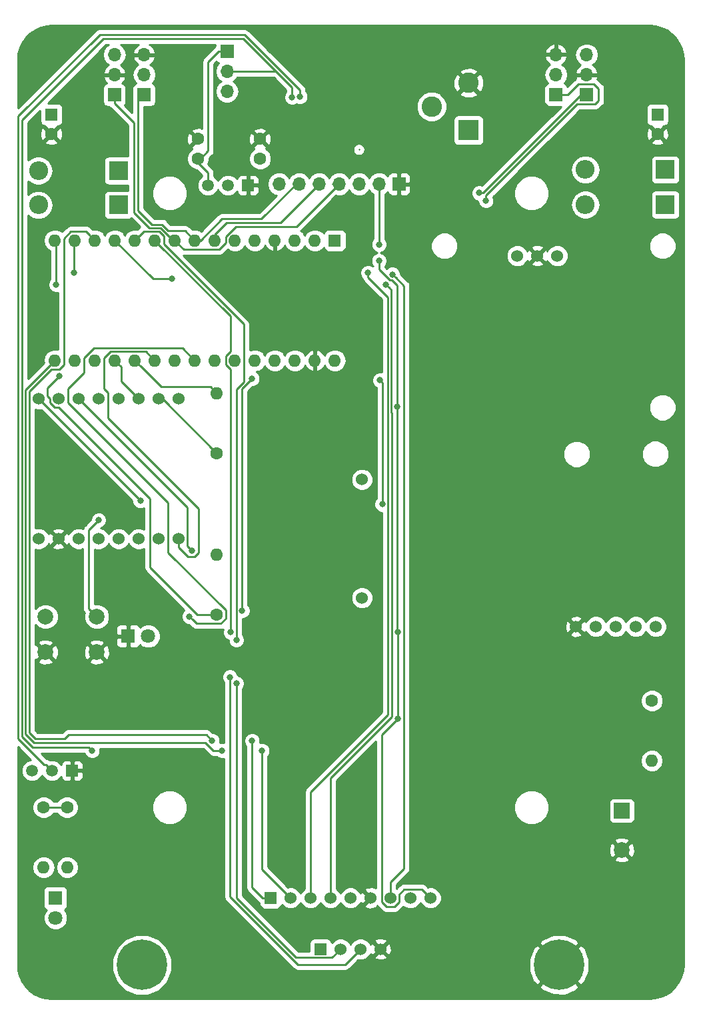
<source format=gbr>
G04 #@! TF.GenerationSoftware,KiCad,Pcbnew,(5.0.1)-3*
G04 #@! TF.CreationDate,2019-09-05T16:28:01-04:00*
G04 #@! TF.ProjectId,EMU_Robot,454D555F526F626F742E6B696361645F,rev?*
G04 #@! TF.SameCoordinates,Original*
G04 #@! TF.FileFunction,Copper,L2,Bot,Signal*
G04 #@! TF.FilePolarity,Positive*
%FSLAX46Y46*%
G04 Gerber Fmt 4.6, Leading zero omitted, Abs format (unit mm)*
G04 Created by KiCad (PCBNEW (5.0.1)-3) date 9/5/2019 4:28:01 PM*
%MOMM*%
%LPD*%
G01*
G04 APERTURE LIST*
G04 #@! TA.AperFunction,ComponentPad*
%ADD10C,1.524000*%
G04 #@! TD*
G04 #@! TA.AperFunction,ComponentPad*
%ADD11C,1.600000*%
G04 #@! TD*
G04 #@! TA.AperFunction,ComponentPad*
%ADD12O,1.600000X1.600000*%
G04 #@! TD*
G04 #@! TA.AperFunction,ComponentPad*
%ADD13R,2.000000X2.000000*%
G04 #@! TD*
G04 #@! TA.AperFunction,ComponentPad*
%ADD14C,2.000000*%
G04 #@! TD*
G04 #@! TA.AperFunction,ComponentPad*
%ADD15R,1.524000X1.524000*%
G04 #@! TD*
G04 #@! TA.AperFunction,ComponentPad*
%ADD16R,1.700000X1.700000*%
G04 #@! TD*
G04 #@! TA.AperFunction,ComponentPad*
%ADD17O,1.700000X1.700000*%
G04 #@! TD*
G04 #@! TA.AperFunction,ComponentPad*
%ADD18C,6.400000*%
G04 #@! TD*
G04 #@! TA.AperFunction,ComponentPad*
%ADD19C,1.800000*%
G04 #@! TD*
G04 #@! TA.AperFunction,ComponentPad*
%ADD20R,1.800000X1.800000*%
G04 #@! TD*
G04 #@! TA.AperFunction,ComponentPad*
%ADD21O,2.400000X2.400000*%
G04 #@! TD*
G04 #@! TA.AperFunction,ComponentPad*
%ADD22R,2.400000X2.400000*%
G04 #@! TD*
G04 #@! TA.AperFunction,ComponentPad*
%ADD23R,2.600000X2.600000*%
G04 #@! TD*
G04 #@! TA.AperFunction,ComponentPad*
%ADD24C,2.600000*%
G04 #@! TD*
G04 #@! TA.AperFunction,ComponentPad*
%ADD25R,1.600000X1.600000*%
G04 #@! TD*
G04 #@! TA.AperFunction,ComponentPad*
%ADD26C,1.500000*%
G04 #@! TD*
G04 #@! TA.AperFunction,ComponentPad*
%ADD27R,1.500000X1.500000*%
G04 #@! TD*
G04 #@! TA.AperFunction,ViaPad*
%ADD28C,0.800000*%
G04 #@! TD*
G04 #@! TA.AperFunction,Conductor*
%ADD29C,0.250000*%
G04 #@! TD*
G04 #@! TA.AperFunction,Conductor*
%ADD30C,0.254000*%
G04 #@! TD*
G04 APERTURE END LIST*
D10*
G04 #@! TO.P,M5,1*
G04 #@! TO.N,+5V*
X64186000Y-114952000D03*
G04 #@! TO.P,M5,3*
G04 #@! TO.N,PIR_OUTPUT*
X69266000Y-114952000D03*
G04 #@! TO.P,M5,2*
G04 #@! TO.N,GND*
X66726000Y-114952000D03*
G04 #@! TD*
G04 #@! TO.P,M6,5*
G04 #@! TO.N,Net-(M6-Pad5)*
X81788000Y-162052000D03*
G04 #@! TO.P,M6,4*
G04 #@! TO.N,MIC_OUTPUT*
X79248000Y-162052000D03*
G04 #@! TO.P,M6,3*
G04 #@! TO.N,MIC_GAIN*
X76708000Y-162052000D03*
G04 #@! TO.P,M6,2*
G04 #@! TO.N,+5V*
X74168000Y-162052000D03*
G04 #@! TO.P,M6,1*
G04 #@! TO.N,GND*
X71628000Y-162052000D03*
G04 #@! TD*
D11*
G04 #@! TO.P,R1,1*
G04 #@! TO.N,+5V*
X7000000Y-185000000D03*
D12*
G04 #@! TO.P,R1,2*
G04 #@! TO.N,BUMP_SENSE*
X7000000Y-192620000D03*
G04 #@! TD*
D13*
G04 #@! TO.P,C5,1*
G04 #@! TO.N,+5V*
X77470000Y-185420000D03*
D14*
G04 #@! TO.P,C5,2*
G04 #@! TO.N,GND*
X77470000Y-190420000D03*
G04 #@! TD*
D10*
G04 #@! TO.P,M3,9*
G04 #@! TO.N,+5V*
X53160000Y-196500000D03*
G04 #@! TO.P,M3,8*
G04 #@! TO.N,Net-(M3-Pad8)*
X50620000Y-196500000D03*
G04 #@! TO.P,M3,7*
G04 #@! TO.N,RFID_RST*
X48080000Y-196500000D03*
G04 #@! TO.P,M3,6*
G04 #@! TO.N,GND*
X45540000Y-196500000D03*
G04 #@! TO.P,M3,5*
G04 #@! TO.N,Net-(M3-Pad5)*
X43000000Y-196500000D03*
G04 #@! TO.P,M3,4*
G04 #@! TO.N,MISO*
X40460000Y-196500000D03*
G04 #@! TO.P,M3,3*
G04 #@! TO.N,MOSI*
X37920000Y-196500000D03*
G04 #@! TO.P,M3,2*
G04 #@! TO.N,SCK*
X35380000Y-196500000D03*
D15*
G04 #@! TO.P,M3,1*
G04 #@! TO.N,SS*
X32840000Y-196500000D03*
G04 #@! TD*
D12*
G04 #@! TO.P,R3,2*
G04 #@! TO.N,DIN*
X81280000Y-179070000D03*
D11*
G04 #@! TO.P,R3,1*
G04 #@! TO.N,Net-(D7-Pad7)*
X81280000Y-171450000D03*
G04 #@! TD*
D16*
G04 #@! TO.P,J1,1*
G04 #@! TO.N,GND*
X49160000Y-105835000D03*
D17*
G04 #@! TO.P,J1,2*
G04 #@! TO.N,+5V*
X46620000Y-105835000D03*
G04 #@! TO.P,J1,3*
G04 #@! TO.N,BUMP_SENSE*
X44080000Y-105835000D03*
G04 #@! TO.P,J1,4*
G04 #@! TO.N,ENCODER_2_SIGNAL*
X41540000Y-105835000D03*
G04 #@! TO.P,J1,5*
G04 #@! TO.N,ENCODER_1_SIGNAL*
X39000000Y-105835000D03*
G04 #@! TO.P,J1,6*
G04 #@! TO.N,SERVO_2_SIGNAL*
X36460000Y-105835000D03*
G04 #@! TO.P,J1,7*
G04 #@! TO.N,SERVO_1_SIGNAL*
X33920000Y-105835000D03*
G04 #@! TD*
D12*
G04 #@! TO.P,R2,2*
G04 #@! TO.N,Net-(D5-Pad2)*
X4000000Y-192620000D03*
D11*
G04 #@! TO.P,R2,1*
G04 #@! TO.N,+5V*
X4000000Y-185000000D03*
G04 #@! TD*
D16*
G04 #@! TO.P,J2,1*
G04 #@! TO.N,SERVO_1_SIGNAL*
X69088000Y-94488000D03*
D17*
G04 #@! TO.P,J2,2*
G04 #@! TO.N,SERVO_1_PWR*
X69088000Y-91948000D03*
G04 #@! TO.P,J2,3*
G04 #@! TO.N,GND*
X69088000Y-89408000D03*
G04 #@! TD*
G04 #@! TO.P,J4,3*
G04 #@! TO.N,GND*
X16764000Y-89420000D03*
G04 #@! TO.P,J4,2*
G04 #@! TO.N,SERVO_2_PWR*
X16764000Y-91960000D03*
D16*
G04 #@! TO.P,J4,1*
G04 #@! TO.N,SERVO_2_SIGNAL*
X16764000Y-94500000D03*
G04 #@! TD*
D17*
G04 #@! TO.P,J3,3*
G04 #@! TO.N,Net-(D3-Pad1)*
X73000000Y-89420000D03*
G04 #@! TO.P,J3,2*
G04 #@! TO.N,GND*
X73000000Y-91960000D03*
D16*
G04 #@! TO.P,J3,1*
G04 #@! TO.N,ENCODER_1_SIGNAL*
X73000000Y-94500000D03*
G04 #@! TD*
G04 #@! TO.P,J5,1*
G04 #@! TO.N,ENCODER_2_SIGNAL*
X13000000Y-94500000D03*
D17*
G04 #@! TO.P,J5,2*
G04 #@! TO.N,GND*
X13000000Y-91960000D03*
G04 #@! TO.P,J5,3*
G04 #@! TO.N,Net-(D4-Pad1)*
X13000000Y-89420000D03*
G04 #@! TD*
D18*
G04 #@! TO.P,H4,1*
G04 #@! TO.N,BUMP_SENSE*
X16500000Y-205000000D03*
G04 #@! TD*
G04 #@! TO.P,H5,1*
G04 #@! TO.N,GND*
X69500000Y-205000000D03*
G04 #@! TD*
D19*
G04 #@! TO.P,D5,2*
G04 #@! TO.N,Net-(D5-Pad2)*
X5500000Y-199040000D03*
D20*
G04 #@! TO.P,D5,1*
G04 #@! TO.N,Net-(D5-Pad1)*
X5500000Y-196500000D03*
G04 #@! TD*
D11*
G04 #@! TO.P,C1,1*
G04 #@! TO.N,VDD*
X31496000Y-102616000D03*
G04 #@! TO.P,C1,2*
G04 #@! TO.N,GND*
X31496000Y-100116000D03*
G04 #@! TD*
G04 #@! TO.P,C2,2*
G04 #@! TO.N,GND*
X23622000Y-100116000D03*
G04 #@! TO.P,C2,1*
G04 #@! TO.N,+5VA*
X23622000Y-102616000D03*
G04 #@! TD*
D21*
G04 #@! TO.P,D1,2*
G04 #@! TO.N,VDD*
X72840000Y-104000000D03*
D22*
G04 #@! TO.P,D1,1*
G04 #@! TO.N,SERVO_1_PWR*
X83000000Y-104000000D03*
G04 #@! TD*
G04 #@! TO.P,D2,1*
G04 #@! TO.N,SERVO_2_PWR*
X13500000Y-104140000D03*
D21*
G04 #@! TO.P,D2,2*
G04 #@! TO.N,VDD*
X3340000Y-104140000D03*
G04 #@! TD*
G04 #@! TO.P,D3,2*
G04 #@! TO.N,VDD*
X72840000Y-108458000D03*
D22*
G04 #@! TO.P,D3,1*
G04 #@! TO.N,Net-(D3-Pad1)*
X83000000Y-108458000D03*
G04 #@! TD*
G04 #@! TO.P,D4,1*
G04 #@! TO.N,Net-(D4-Pad1)*
X13500000Y-108500000D03*
D21*
G04 #@! TO.P,D4,2*
G04 #@! TO.N,VDD*
X3340000Y-108500000D03*
G04 #@! TD*
D23*
G04 #@! TO.P,J6,1*
G04 #@! TO.N,VDD*
X58000000Y-99000000D03*
D24*
G04 #@! TO.P,J6,2*
G04 #@! TO.N,GND*
X58000000Y-93000000D03*
G04 #@! TO.P,J6,3*
G04 #@! TO.N,N/C*
X53300000Y-96000000D03*
G04 #@! TD*
D25*
G04 #@! TO.P,C3,1*
G04 #@! TO.N,SERVO_1_PWR*
X82000000Y-97000000D03*
D11*
G04 #@! TO.P,C3,2*
G04 #@! TO.N,GND*
X82000000Y-99500000D03*
G04 #@! TD*
G04 #@! TO.P,C4,2*
G04 #@! TO.N,GND*
X5000000Y-99500000D03*
D25*
G04 #@! TO.P,C4,1*
G04 #@! TO.N,SERVO_2_PWR*
X5000000Y-97000000D03*
G04 #@! TD*
D15*
G04 #@! TO.P,M2,1*
G04 #@! TO.N,+5V*
X39190000Y-203000000D03*
D10*
G04 #@! TO.P,M2,2*
G04 #@! TO.N,US_TRIG*
X41730000Y-203000000D03*
G04 #@! TO.P,M2,3*
G04 #@! TO.N,US_ECHO*
X44270000Y-203000000D03*
G04 #@! TO.P,M2,4*
G04 #@! TO.N,GND*
X46810000Y-203000000D03*
G04 #@! TD*
G04 #@! TO.P,LS1,1*
G04 #@! TO.N,Net-(LS1-Pad1)*
X44450000Y-143376000D03*
G04 #@! TO.P,LS1,2*
G04 #@! TO.N,Net-(LS1-Pad2)*
X44450000Y-158376000D03*
G04 #@! TD*
G04 #@! TO.P,M4,1*
G04 #@! TO.N,+5V*
X21140000Y-133110000D03*
G04 #@! TO.P,M4,2*
G04 #@! TO.N,Net-(M4-Pad2)*
X18600000Y-133110000D03*
G04 #@! TO.P,M4,3*
G04 #@! TO.N,SOFT_RX*
X16060000Y-133110000D03*
G04 #@! TO.P,M4,4*
G04 #@! TO.N,Net-(M4-Pad4)*
X13520000Y-133110000D03*
G04 #@! TO.P,M4,5*
G04 #@! TO.N,Net-(M4-Pad5)*
X10980000Y-133110000D03*
G04 #@! TO.P,M4,6*
G04 #@! TO.N,Net-(LS1-Pad2)*
X8440000Y-133110000D03*
G04 #@! TO.P,M4,7*
G04 #@! TO.N,GND*
X5900000Y-133110000D03*
G04 #@! TO.P,M4,8*
G04 #@! TO.N,Net-(LS1-Pad1)*
X3360000Y-133110000D03*
G04 #@! TO.P,M4,9*
G04 #@! TO.N,Net-(M4-Pad9)*
X3360000Y-150890000D03*
G04 #@! TO.P,M4,10*
G04 #@! TO.N,GND*
X5900000Y-150890000D03*
G04 #@! TO.P,M4,11*
G04 #@! TO.N,Net-(M4-Pad11)*
X8440000Y-150890000D03*
G04 #@! TO.P,M4,12*
G04 #@! TO.N,Net-(M4-Pad12)*
X10980000Y-150890000D03*
G04 #@! TO.P,M4,13*
G04 #@! TO.N,Net-(M4-Pad13)*
X13520000Y-150890000D03*
G04 #@! TO.P,M4,14*
G04 #@! TO.N,Net-(M4-Pad14)*
X16060000Y-150890000D03*
G04 #@! TO.P,M4,15*
G04 #@! TO.N,Net-(M4-Pad15)*
X18600000Y-150890000D03*
G04 #@! TO.P,M4,16*
G04 #@! TO.N,MP3_BUSY*
X21140000Y-150890000D03*
G04 #@! TD*
D11*
G04 #@! TO.P,R4,1*
G04 #@! TO.N,Net-(M4-Pad2)*
X26000000Y-140000000D03*
D12*
G04 #@! TO.P,R4,2*
G04 #@! TO.N,SOFT_TX*
X26000000Y-132380000D03*
G04 #@! TD*
D16*
G04 #@! TO.P,JP1,1*
G04 #@! TO.N,+5VA*
X27302000Y-88992000D03*
D17*
G04 #@! TO.P,JP1,2*
G04 #@! TO.N,+5V*
X27302000Y-91532000D03*
G04 #@! TO.P,JP1,3*
G04 #@! TO.N,+5VP*
X27302000Y-94072000D03*
G04 #@! TD*
D20*
G04 #@! TO.P,D6,1*
G04 #@! TO.N,GND*
X14750000Y-163250000D03*
D19*
G04 #@! TO.P,D6,2*
G04 #@! TO.N,Net-(D6-Pad2)*
X17290000Y-163250000D03*
G04 #@! TD*
D11*
G04 #@! TO.P,R6,1*
G04 #@! TO.N,Net-(A1-Pad25)*
X26000000Y-160500000D03*
D12*
G04 #@! TO.P,R6,2*
G04 #@! TO.N,Net-(D6-Pad2)*
X26000000Y-152880000D03*
G04 #@! TD*
D14*
G04 #@! TO.P,SW1,2*
G04 #@! TO.N,GND*
X4250000Y-165285001D03*
G04 #@! TO.P,SW1,1*
G04 #@! TO.N,Net-(A1-Pad26)*
X4250000Y-160785001D03*
G04 #@! TO.P,SW1,2*
G04 #@! TO.N,GND*
X10750000Y-165285001D03*
G04 #@! TO.P,SW1,1*
G04 #@! TO.N,Net-(A1-Pad26)*
X10750000Y-160785001D03*
G04 #@! TD*
D12*
G04 #@! TO.P,A1,16*
G04 #@! TO.N,SCK*
X5440000Y-128240000D03*
G04 #@! TO.P,A1,15*
G04 #@! TO.N,MISO*
X5440000Y-113000000D03*
G04 #@! TO.P,A1,30*
G04 #@! TO.N,VDD*
X41000000Y-128240000D03*
G04 #@! TO.P,A1,14*
G04 #@! TO.N,MOSI*
X7980000Y-113000000D03*
G04 #@! TO.P,A1,29*
G04 #@! TO.N,GND*
X38460000Y-128240000D03*
G04 #@! TO.P,A1,13*
G04 #@! TO.N,SS*
X10520000Y-113000000D03*
G04 #@! TO.P,A1,28*
G04 #@! TO.N,Net-(A1-Pad28)*
X35920000Y-128240000D03*
G04 #@! TO.P,A1,12*
G04 #@! TO.N,RFID_RST*
X13060000Y-113000000D03*
G04 #@! TO.P,A1,27*
G04 #@! TO.N,+5VP*
X33380000Y-128240000D03*
G04 #@! TO.P,A1,11*
G04 #@! TO.N,US_TRIG*
X15600000Y-113000000D03*
G04 #@! TO.P,A1,26*
G04 #@! TO.N,Net-(A1-Pad26)*
X30840000Y-128240000D03*
G04 #@! TO.P,A1,10*
G04 #@! TO.N,US_ECHO*
X18140000Y-113000000D03*
G04 #@! TO.P,A1,25*
G04 #@! TO.N,Net-(A1-Pad25)*
X28300000Y-128240000D03*
G04 #@! TO.P,A1,9*
G04 #@! TO.N,ENCODER_2_SIGNAL*
X20680000Y-113000000D03*
G04 #@! TO.P,A1,24*
G04 #@! TO.N,MIC_OUTPUT*
X25760000Y-128240000D03*
G04 #@! TO.P,A1,8*
G04 #@! TO.N,SERVO_2_SIGNAL*
X23220000Y-113000000D03*
G04 #@! TO.P,A1,23*
G04 #@! TO.N,MIC_GAIN*
X23220000Y-128240000D03*
G04 #@! TO.P,A1,7*
G04 #@! TO.N,ENCODER_1_SIGNAL*
X25760000Y-113000000D03*
G04 #@! TO.P,A1,22*
G04 #@! TO.N,DIN*
X20680000Y-128240000D03*
G04 #@! TO.P,A1,6*
G04 #@! TO.N,SERVO_1_SIGNAL*
X28300000Y-113000000D03*
G04 #@! TO.P,A1,21*
G04 #@! TO.N,MP3_BUSY*
X18140000Y-128240000D03*
G04 #@! TO.P,A1,5*
G04 #@! TO.N,PIR_OUTPUT*
X30840000Y-113000000D03*
G04 #@! TO.P,A1,20*
G04 #@! TO.N,SOFT_TX*
X15600000Y-128240000D03*
G04 #@! TO.P,A1,4*
G04 #@! TO.N,GND*
X33380000Y-113000000D03*
G04 #@! TO.P,A1,19*
G04 #@! TO.N,SOFT_RX*
X13060000Y-128240000D03*
G04 #@! TO.P,A1,3*
G04 #@! TO.N,Net-(A1-Pad3)*
X35920000Y-113000000D03*
G04 #@! TO.P,A1,18*
G04 #@! TO.N,Net-(A1-Pad18)*
X10520000Y-128240000D03*
G04 #@! TO.P,A1,2*
G04 #@! TO.N,Net-(A1-Pad2)*
X38460000Y-113000000D03*
G04 #@! TO.P,A1,17*
G04 #@! TO.N,+3V3*
X7980000Y-128240000D03*
D25*
G04 #@! TO.P,A1,1*
G04 #@! TO.N,Net-(A1-Pad1)*
X41000000Y-113000000D03*
G04 #@! TD*
D26*
G04 #@! TO.P,Q1,2*
G04 #@! TO.N,BUMP_SENSE*
X5080000Y-180340000D03*
G04 #@! TO.P,Q1,3*
G04 #@! TO.N,Net-(D5-Pad1)*
X2540000Y-180340000D03*
D27*
G04 #@! TO.P,Q1,1*
G04 #@! TO.N,GND*
X7620000Y-180340000D03*
G04 #@! TD*
D26*
G04 #@! TO.P,U1,2*
G04 #@! TO.N,VDD*
X27432000Y-106000000D03*
G04 #@! TO.P,U1,3*
G04 #@! TO.N,+5VA*
X24892000Y-106000000D03*
D27*
G04 #@! TO.P,U1,1*
G04 #@! TO.N,GND*
X29972000Y-106000000D03*
G04 #@! TD*
D28*
G04 #@! TO.N,GND*
X6000000Y-137250000D03*
X21590000Y-179070004D03*
X21590000Y-171450000D03*
X76199984Y-179070000D03*
X76200000Y-171450000D03*
G04 #@! TO.N,+5V*
X46620000Y-115570000D03*
X48927021Y-134112000D03*
X46620000Y-113501010D03*
X49022000Y-162725010D03*
X49022000Y-173745320D03*
X10159932Y-177800000D03*
X35579315Y-94823504D03*
G04 #@! TO.N,SERVO_1_SIGNAL*
X60198000Y-107950000D03*
G04 #@! TO.N,ENCODER_1_SIGNAL*
X59343002Y-106970990D03*
G04 #@! TO.N,BUMP_SENSE*
X36576000Y-94742000D03*
G04 #@! TO.N,US_ECHO*
X27750000Y-162750000D03*
X27667940Y-168445293D03*
G04 #@! TO.N,US_TRIG*
X28500000Y-163750000D03*
X28500000Y-169250000D03*
G04 #@! TO.N,RFID_RST*
X20320000Y-117856000D03*
X48316991Y-117311010D03*
G04 #@! TO.N,SS*
X25400000Y-176530000D03*
X30480000Y-176530000D03*
G04 #@! TO.N,MOSI*
X45212000Y-117094000D03*
X7874000Y-117094000D03*
G04 #@! TO.N,MISO*
X5588000Y-118618000D03*
X47497117Y-118586445D03*
G04 #@! TO.N,SCK*
X26670000Y-177800000D03*
X31750000Y-177800000D03*
G04 #@! TO.N,Net-(LS1-Pad1)*
X16287340Y-146062660D03*
G04 #@! TO.N,Net-(LS1-Pad2)*
X22859984Y-152400000D03*
G04 #@! TO.N,MIC_GAIN*
X22500000Y-160750000D03*
G04 #@! TO.N,MIC_OUTPUT*
X30480000Y-130556000D03*
X29225010Y-160024990D03*
G04 #@! TO.N,Net-(A1-Pad25)*
X6000000Y-130250000D03*
G04 #@! TO.N,Net-(A1-Pad26)*
X11000000Y-148500000D03*
X47027000Y-146500000D03*
X46750000Y-130750000D03*
G04 #@! TD*
D29*
G04 #@! TO.N,+5V*
X7000000Y-185000000D02*
X4000000Y-185000000D01*
X33532000Y-91532000D02*
X35306000Y-93306000D01*
X27302000Y-91532000D02*
X33532000Y-91532000D01*
X46620000Y-107037081D02*
X46620000Y-113501010D01*
X46620000Y-105835000D02*
X46620000Y-107037081D01*
X46620000Y-115570000D02*
X46620000Y-116687023D01*
X46620000Y-116687023D02*
X47968989Y-118036012D01*
X47968989Y-118036012D02*
X48252336Y-118036012D01*
X48252336Y-118036012D02*
X48927021Y-118710697D01*
X48927021Y-133546315D02*
X48927021Y-134112000D01*
X48927021Y-118710697D02*
X48927021Y-133546315D01*
X49022000Y-163290695D02*
X49022000Y-162725010D01*
X49022000Y-173745320D02*
X49022000Y-173745320D01*
X48927021Y-134112000D02*
X48927021Y-162630031D01*
X48927021Y-162630031D02*
X49022000Y-162725010D01*
X49022000Y-173745320D02*
X49022000Y-163290695D01*
X35306000Y-93306000D02*
X29376000Y-87376000D01*
X29376000Y-87376000D02*
X11624000Y-87376000D01*
X11624000Y-87376000D02*
X1270000Y-97730000D01*
X1270000Y-97730000D02*
X1270000Y-176022000D01*
X9759933Y-177400001D02*
X10159932Y-177800000D01*
X9759897Y-177399965D02*
X9759933Y-177400001D01*
X2647965Y-177399965D02*
X9759897Y-177399965D01*
X1270000Y-176022000D02*
X2647965Y-177399965D01*
X52398001Y-195738001D02*
X53160000Y-196500000D01*
X52072999Y-195412999D02*
X52398001Y-195738001D01*
X49803411Y-195412999D02*
X52072999Y-195412999D01*
X49167001Y-197021761D02*
X49167001Y-196049409D01*
X49167001Y-196049409D02*
X49803411Y-195412999D01*
X47558239Y-197587001D02*
X48601761Y-197587001D01*
X46992999Y-197021761D02*
X47558239Y-197587001D01*
X48601761Y-197587001D02*
X49167001Y-197021761D01*
X46992999Y-175774321D02*
X46992999Y-197021761D01*
X49022000Y-173745320D02*
X46992999Y-175774321D01*
X35579315Y-94257819D02*
X35579315Y-94823504D01*
X35579315Y-93579315D02*
X35579315Y-94257819D01*
X35306000Y-93306000D02*
X35579315Y-93579315D01*
G04 #@! TO.N,SERVO_1_SIGNAL*
X70612000Y-94488000D02*
X69088000Y-94488000D01*
X71964999Y-93135001D02*
X70612000Y-94488000D01*
X60198000Y-107950000D02*
X60198000Y-107302000D01*
X71824999Y-95675001D02*
X74110001Y-95675001D01*
X60198000Y-107302000D02*
X71824999Y-95675001D01*
X74110001Y-95675001D02*
X74500000Y-95285002D01*
X73920003Y-93135001D02*
X71964999Y-93135001D01*
X74500000Y-95285002D02*
X74500000Y-93714998D01*
X74500000Y-93714998D02*
X73920003Y-93135001D01*
G04 #@! TO.N,SERVO_2_SIGNAL*
X35939999Y-105296409D02*
X35939999Y-106399001D01*
X23500000Y-112720000D02*
X23220000Y-113000000D01*
X23906000Y-113000000D02*
X23220000Y-113000000D01*
X26670000Y-110236000D02*
X23906000Y-113000000D01*
X31684000Y-110236000D02*
X26670000Y-110236000D01*
X36460000Y-105835000D02*
X36460000Y-105460000D01*
X36460000Y-105460000D02*
X31684000Y-110236000D01*
X16002000Y-95262000D02*
X16764000Y-94500000D01*
X16002000Y-109216000D02*
X16002000Y-95262000D01*
X21980000Y-111760000D02*
X19837822Y-111760000D01*
X23220000Y-113000000D02*
X21980000Y-111760000D01*
X19052801Y-110974978D02*
X17756978Y-110974978D01*
X19837822Y-111760000D02*
X19052801Y-110974978D01*
X17756978Y-110974978D02*
X16000000Y-109218000D01*
X16000000Y-109218000D02*
X16002000Y-109216000D01*
G04 #@! TO.N,ENCODER_1_SIGNAL*
X25760000Y-112255998D02*
X25760000Y-113000000D01*
X27271998Y-110744000D02*
X25760000Y-112255998D01*
X39000000Y-105835000D02*
X34091000Y-110744000D01*
X34091000Y-110744000D02*
X27271998Y-110744000D01*
X59814012Y-106970990D02*
X59343002Y-106970990D01*
X73000000Y-94500000D02*
X72285002Y-94500000D01*
X72285002Y-94500000D02*
X59814012Y-106970990D01*
G04 #@! TO.N,ENCODER_2_SIGNAL*
X41540000Y-105835000D02*
X40739002Y-105835000D01*
X13000000Y-95600000D02*
X13000000Y-94500000D01*
X20441413Y-113000000D02*
X18866401Y-111424989D01*
X20680000Y-113000000D02*
X20441413Y-113000000D01*
X18866401Y-111424989D02*
X17444989Y-111424989D01*
X17444989Y-111424989D02*
X15475010Y-109455010D01*
X15475010Y-109455010D02*
X15475010Y-98075010D01*
X15475010Y-98075010D02*
X13000000Y-95600000D01*
X40690001Y-106684999D02*
X41540000Y-105835000D01*
X36123000Y-111252000D02*
X40690001Y-106684999D01*
X21805001Y-114125001D02*
X26336999Y-114125001D01*
X20680000Y-113000000D02*
X21805001Y-114125001D01*
X26336999Y-114125001D02*
X27174999Y-113287001D01*
X27174999Y-113287001D02*
X27174999Y-112525001D01*
X27174999Y-112525001D02*
X28448000Y-111252000D01*
X28448000Y-111252000D02*
X36123000Y-111252000D01*
G04 #@! TO.N,BUMP_SENSE*
X44080000Y-101443589D02*
X44080000Y-101443589D01*
X4330001Y-179590001D02*
X4076001Y-179590001D01*
X36576000Y-93922315D02*
X36576000Y-94176315D01*
X5080000Y-180340000D02*
X4330001Y-179590001D01*
X36576000Y-94176315D02*
X36576000Y-94742000D01*
X29521685Y-86868000D02*
X36576000Y-93922315D01*
X762000Y-176276000D02*
X762000Y-97238000D01*
X11132000Y-86868000D02*
X29521685Y-86868000D01*
X762000Y-97238000D02*
X11132000Y-86868000D01*
X4076001Y-179590001D02*
X762000Y-176276000D01*
G04 #@! TO.N,US_ECHO*
X44270000Y-203000000D02*
X42292000Y-204978000D01*
X42292000Y-204978000D02*
X36322000Y-204978000D01*
X27667940Y-169010978D02*
X27667940Y-168445293D01*
X36322000Y-204978000D02*
X27667940Y-196323940D01*
X27667940Y-196323940D02*
X27667940Y-169010978D01*
X18140000Y-113000000D02*
X27750000Y-122610000D01*
X27750000Y-122610000D02*
X27750000Y-127124998D01*
X27750000Y-127124998D02*
X27174999Y-127699999D01*
X27174999Y-127699999D02*
X27174999Y-128780001D01*
X27174999Y-128780001D02*
X27750000Y-129355002D01*
X27750000Y-129355002D02*
X27750000Y-162750000D01*
G04 #@! TO.N,US_TRIG*
X41730000Y-203000000D02*
X40642999Y-204087001D01*
X40642999Y-204087001D02*
X36067411Y-204087001D01*
X28500000Y-169815685D02*
X28500000Y-169250000D01*
X36067411Y-204087001D02*
X28500000Y-196519590D01*
X28500000Y-196519590D02*
X28500000Y-169815685D01*
X29425001Y-123648591D02*
X19265001Y-113488591D01*
X29425001Y-130974589D02*
X29425001Y-123648591D01*
X19265001Y-112459999D02*
X18680001Y-111874999D01*
X28500000Y-131899590D02*
X29425001Y-130974589D01*
X16399999Y-112200001D02*
X15600000Y-113000000D01*
X28500000Y-163750000D02*
X28500000Y-131899590D01*
X19265001Y-113488591D02*
X19265001Y-112459999D01*
X18680001Y-111874999D02*
X16725001Y-111874999D01*
X16725001Y-111874999D02*
X16399999Y-112200001D01*
G04 #@! TO.N,RFID_RST*
X13060000Y-113000000D02*
X17916000Y-117856000D01*
X17916000Y-117856000D02*
X20320000Y-117856000D01*
X48716990Y-117711009D02*
X48316991Y-117311010D01*
X49784000Y-118778019D02*
X48716990Y-117711009D01*
X49784000Y-192786000D02*
X49784000Y-118778019D01*
X48080000Y-196500000D02*
X48080000Y-194490000D01*
X48080000Y-194490000D02*
X49784000Y-192786000D01*
G04 #@! TO.N,SS*
X9394999Y-111874999D02*
X9720001Y-112200001D01*
X6565001Y-112749997D02*
X7439999Y-111874999D01*
X6565001Y-128780001D02*
X6565001Y-112749997D01*
X9720001Y-112200001D02*
X10520000Y-113000000D01*
X5980001Y-129365001D02*
X6565001Y-128780001D01*
X6689347Y-176276000D02*
X2922410Y-176276000D01*
X2922410Y-176276000D02*
X2170022Y-175523612D01*
X2170022Y-175523612D02*
X2170022Y-132146388D01*
X7439999Y-111874999D02*
X9394999Y-111874999D01*
X2170022Y-132146388D02*
X4951409Y-129365001D01*
X4951409Y-129365001D02*
X5980001Y-129365001D01*
X24674999Y-175804999D02*
X25400000Y-176530000D01*
X6689347Y-176276000D02*
X7160348Y-175804999D01*
X7160348Y-175804999D02*
X24674999Y-175804999D01*
X31828000Y-196500000D02*
X32840000Y-196500000D01*
X30480000Y-195152000D02*
X31828000Y-196500000D01*
X30480000Y-176530000D02*
X30480000Y-195152000D01*
G04 #@! TO.N,MOSI*
X7874000Y-113106000D02*
X7980000Y-113000000D01*
X7874000Y-117094000D02*
X7874000Y-113106000D01*
X37920000Y-196500000D02*
X37920000Y-183060000D01*
X37920000Y-183060000D02*
X47752000Y-173228000D01*
X47752000Y-173228000D02*
X47752000Y-120199685D01*
X45212000Y-117659685D02*
X45212000Y-117094000D01*
X47752000Y-120199685D02*
X45212000Y-117659685D01*
G04 #@! TO.N,MISO*
X5588000Y-113148000D02*
X5440000Y-113000000D01*
X5588000Y-118618000D02*
X5588000Y-113148000D01*
X40460000Y-196500000D02*
X40460000Y-181282000D01*
X47897116Y-118986444D02*
X47497117Y-118586445D01*
X48202011Y-119291339D02*
X47897116Y-118986444D01*
X48202011Y-134836025D02*
X48202011Y-119291339D01*
X48260000Y-134894014D02*
X48202011Y-134836025D01*
X48260000Y-173482000D02*
X48260000Y-134894014D01*
X40460000Y-181282000D02*
X48260000Y-173482000D01*
G04 #@! TO.N,SCK*
X2794000Y-176784000D02*
X5669308Y-176784000D01*
X1720011Y-175710011D02*
X2794000Y-176784000D01*
X1720011Y-131959989D02*
X1720011Y-175710011D01*
X5440000Y-128240000D02*
X1720011Y-131959989D01*
X25596998Y-177800000D02*
X26670000Y-177800000D01*
X5669308Y-176784000D02*
X24580998Y-176784000D01*
X24580998Y-176784000D02*
X25596998Y-177800000D01*
X31750000Y-192870000D02*
X35380000Y-196500000D01*
X31750000Y-177800000D02*
X31750000Y-192870000D01*
G04 #@! TO.N,Net-(LS1-Pad1)*
X3360000Y-133110000D02*
X16287340Y-146037340D01*
X16287340Y-146037340D02*
X16287340Y-146062660D01*
G04 #@! TO.N,Net-(LS1-Pad2)*
X8440000Y-133110000D02*
X22227001Y-146897001D01*
X22227001Y-146897001D02*
X22227001Y-151767017D01*
X22459985Y-152000001D02*
X22859984Y-152400000D01*
X22227001Y-151767017D02*
X22459985Y-152000001D01*
G04 #@! TO.N,Net-(M4-Pad2)*
X19110000Y-133110000D02*
X18600000Y-133110000D01*
X26000000Y-140000000D02*
X19110000Y-133110000D01*
G04 #@! TO.N,SOFT_RX*
X13859999Y-129039999D02*
X13060000Y-128240000D01*
X13859999Y-130909999D02*
X16060000Y-133110000D01*
X13859999Y-129039999D02*
X13859999Y-130909999D01*
G04 #@! TO.N,SOFT_TX*
X16399999Y-129039999D02*
X15600000Y-128240000D01*
X18940001Y-131580001D02*
X16399999Y-129039999D01*
X25200001Y-131580001D02*
X18940001Y-131580001D01*
X26000000Y-132380000D02*
X25200001Y-131580001D01*
G04 #@! TO.N,MP3_BUSY*
X21140000Y-151967630D02*
X21140000Y-150890000D01*
X22297371Y-153125001D02*
X21140000Y-151967630D01*
X23207985Y-153125001D02*
X22297371Y-153125001D01*
X23677028Y-152655958D02*
X23207985Y-153125001D01*
X23677028Y-147074208D02*
X23677028Y-152655958D01*
X17014999Y-127114999D02*
X12519999Y-127114999D01*
X18140000Y-128240000D02*
X17014999Y-127114999D01*
X12519999Y-127114999D02*
X11684000Y-127950998D01*
X11684000Y-127950998D02*
X11684000Y-131839240D01*
X11684000Y-131839240D02*
X12192000Y-132347240D01*
X12192000Y-135589180D02*
X23677028Y-147074208D01*
X12192000Y-132347240D02*
X12192000Y-135589180D01*
G04 #@! TO.N,+5VA*
X26202000Y-88992000D02*
X27302000Y-88992000D01*
X24690000Y-106000000D02*
X24892000Y-105798000D01*
X24892000Y-104392000D02*
X23500000Y-103000000D01*
X23500000Y-103000000D02*
X24892000Y-101608000D01*
X24892000Y-101608000D02*
X24892000Y-90302000D01*
X24892000Y-105798000D02*
X24892000Y-104392000D01*
X24892000Y-90302000D02*
X26202000Y-88992000D01*
G04 #@! TO.N,MIC_GAIN*
X9144000Y-127950998D02*
X9144000Y-129794000D01*
X23220000Y-128240000D02*
X21644990Y-126664990D01*
X27125001Y-159959999D02*
X27125001Y-161040001D01*
X22899999Y-161149999D02*
X22500000Y-160750000D01*
X23399999Y-161649999D02*
X22899999Y-161149999D01*
X26515003Y-161649999D02*
X23399999Y-161649999D01*
X27125001Y-161040001D02*
X26515003Y-161649999D01*
X19786661Y-152621659D02*
X27125001Y-159959999D01*
X19786661Y-146278661D02*
X19786661Y-152621659D01*
X7112000Y-133604000D02*
X19786661Y-146278661D01*
X7112000Y-131826000D02*
X7112000Y-133604000D01*
X9144000Y-129794000D02*
X7112000Y-131826000D01*
X10430008Y-126664990D02*
X9144000Y-127950998D01*
X21644990Y-126664990D02*
X10430008Y-126664990D01*
G04 #@! TO.N,MIC_OUTPUT*
X29225010Y-131810990D02*
X29225010Y-159459305D01*
X29225010Y-159459305D02*
X29225010Y-160024990D01*
X30480000Y-130556000D02*
X29225010Y-131810990D01*
G04 #@! TO.N,Net-(A1-Pad25)*
X24868630Y-160500000D02*
X26000000Y-160500000D01*
X5378239Y-134197001D02*
X5947001Y-134197001D01*
X4500000Y-131750000D02*
X4500000Y-132750000D01*
X6000000Y-130250000D02*
X4500000Y-131750000D01*
X4500000Y-132750000D02*
X4812999Y-133062999D01*
X4812999Y-133062999D02*
X4812999Y-133631761D01*
X4812999Y-133631761D02*
X5378239Y-134197001D01*
X5947001Y-134197001D02*
X17512999Y-145762999D01*
X17512999Y-145762999D02*
X17512999Y-154512999D01*
X17512999Y-154512999D02*
X23500000Y-160500000D01*
X23500000Y-160500000D02*
X24868630Y-160500000D01*
G04 #@! TO.N,Net-(A1-Pad26)*
X9750001Y-149749999D02*
X11000000Y-148500000D01*
X10750000Y-160785001D02*
X9750001Y-159785002D01*
X9750001Y-159785002D02*
X9750001Y-149749999D01*
X47027000Y-146500000D02*
X47027000Y-131027000D01*
X47027000Y-131027000D02*
X46750000Y-130750000D01*
G04 #@! TD*
D30*
G04 #@! TO.N,GND*
G36*
X81759192Y-85780578D02*
X82494389Y-85981705D01*
X83182351Y-86309846D01*
X83801331Y-86754628D01*
X84331761Y-87301988D01*
X84756884Y-87934639D01*
X85063251Y-88632561D01*
X85242499Y-89379183D01*
X85290001Y-90026044D01*
X85290000Y-204968382D01*
X85219422Y-205759193D01*
X85018295Y-206494389D01*
X84690152Y-207182355D01*
X84245374Y-207801328D01*
X83698012Y-208331761D01*
X83065362Y-208756883D01*
X82367439Y-209063251D01*
X81620819Y-209242499D01*
X80973970Y-209290000D01*
X5031618Y-209290000D01*
X4240807Y-209219422D01*
X3505611Y-209018295D01*
X2817645Y-208690152D01*
X2198672Y-208245374D01*
X1668239Y-207698012D01*
X1243117Y-207065362D01*
X936749Y-206367439D01*
X757501Y-205620819D01*
X710000Y-204973970D01*
X710000Y-204237171D01*
X12665000Y-204237171D01*
X12665000Y-205762829D01*
X13248844Y-207172353D01*
X14327647Y-208251156D01*
X15737171Y-208835000D01*
X17262829Y-208835000D01*
X18672353Y-208251156D01*
X19182599Y-207740910D01*
X66938695Y-207740910D01*
X67305640Y-208236343D01*
X68711171Y-208829736D01*
X70236793Y-208840087D01*
X71650246Y-208265819D01*
X71694360Y-208236343D01*
X72061305Y-207740910D01*
X69500000Y-205179605D01*
X66938695Y-207740910D01*
X19182599Y-207740910D01*
X19751156Y-207172353D01*
X20335000Y-205762829D01*
X20335000Y-204237171D01*
X19751156Y-202827647D01*
X18672353Y-201748844D01*
X17262829Y-201165000D01*
X15737171Y-201165000D01*
X14327647Y-201748844D01*
X13248844Y-202827647D01*
X12665000Y-204237171D01*
X710000Y-204237171D01*
X710000Y-195600000D01*
X3952560Y-195600000D01*
X3952560Y-197400000D01*
X4001843Y-197647765D01*
X4142191Y-197857809D01*
X4352235Y-197998157D01*
X4367908Y-198001275D01*
X4198690Y-198170493D01*
X3965000Y-198734670D01*
X3965000Y-199345330D01*
X4198690Y-199909507D01*
X4630493Y-200341310D01*
X5194670Y-200575000D01*
X5805330Y-200575000D01*
X6369507Y-200341310D01*
X6801310Y-199909507D01*
X7035000Y-199345330D01*
X7035000Y-198734670D01*
X6801310Y-198170493D01*
X6632092Y-198001275D01*
X6647765Y-197998157D01*
X6857809Y-197857809D01*
X6998157Y-197647765D01*
X7047440Y-197400000D01*
X7047440Y-195600000D01*
X6998157Y-195352235D01*
X6857809Y-195142191D01*
X6647765Y-195001843D01*
X6400000Y-194952560D01*
X4600000Y-194952560D01*
X4352235Y-195001843D01*
X4142191Y-195142191D01*
X4001843Y-195352235D01*
X3952560Y-195600000D01*
X710000Y-195600000D01*
X710000Y-192620000D01*
X2536887Y-192620000D01*
X2648260Y-193179909D01*
X2965423Y-193654577D01*
X3440091Y-193971740D01*
X3858667Y-194055000D01*
X4141333Y-194055000D01*
X4559909Y-193971740D01*
X5034577Y-193654577D01*
X5351740Y-193179909D01*
X5463113Y-192620000D01*
X5536887Y-192620000D01*
X5648260Y-193179909D01*
X5965423Y-193654577D01*
X6440091Y-193971740D01*
X6858667Y-194055000D01*
X7141333Y-194055000D01*
X7559909Y-193971740D01*
X8034577Y-193654577D01*
X8351740Y-193179909D01*
X8463113Y-192620000D01*
X8351740Y-192060091D01*
X8034577Y-191585423D01*
X7559909Y-191268260D01*
X7141333Y-191185000D01*
X6858667Y-191185000D01*
X6440091Y-191268260D01*
X5965423Y-191585423D01*
X5648260Y-192060091D01*
X5536887Y-192620000D01*
X5463113Y-192620000D01*
X5351740Y-192060091D01*
X5034577Y-191585423D01*
X4559909Y-191268260D01*
X4141333Y-191185000D01*
X3858667Y-191185000D01*
X3440091Y-191268260D01*
X2965423Y-191585423D01*
X2648260Y-192060091D01*
X2536887Y-192620000D01*
X710000Y-192620000D01*
X710000Y-184714561D01*
X2565000Y-184714561D01*
X2565000Y-185285439D01*
X2783466Y-185812862D01*
X3187138Y-186216534D01*
X3714561Y-186435000D01*
X4285439Y-186435000D01*
X4812862Y-186216534D01*
X5216534Y-185812862D01*
X5238430Y-185760000D01*
X5761570Y-185760000D01*
X5783466Y-185812862D01*
X6187138Y-186216534D01*
X6714561Y-186435000D01*
X7285439Y-186435000D01*
X7812862Y-186216534D01*
X8216534Y-185812862D01*
X8435000Y-185285439D01*
X8435000Y-184714561D01*
X8369087Y-184555431D01*
X17765000Y-184555431D01*
X17765000Y-185444569D01*
X18105259Y-186266026D01*
X18733974Y-186894741D01*
X19555431Y-187235000D01*
X20444569Y-187235000D01*
X21266026Y-186894741D01*
X21894741Y-186266026D01*
X22235000Y-185444569D01*
X22235000Y-184555431D01*
X21894741Y-183733974D01*
X21266026Y-183105259D01*
X20444569Y-182765000D01*
X19555431Y-182765000D01*
X18733974Y-183105259D01*
X18105259Y-183733974D01*
X17765000Y-184555431D01*
X8369087Y-184555431D01*
X8216534Y-184187138D01*
X7812862Y-183783466D01*
X7285439Y-183565000D01*
X6714561Y-183565000D01*
X6187138Y-183783466D01*
X5783466Y-184187138D01*
X5761570Y-184240000D01*
X5238430Y-184240000D01*
X5216534Y-184187138D01*
X4812862Y-183783466D01*
X4285439Y-183565000D01*
X3714561Y-183565000D01*
X3187138Y-183783466D01*
X2783466Y-184187138D01*
X2565000Y-184714561D01*
X710000Y-184714561D01*
X710000Y-177298801D01*
X2366198Y-178955000D01*
X2264506Y-178955000D01*
X1755460Y-179165853D01*
X1365853Y-179555460D01*
X1155000Y-180064506D01*
X1155000Y-180615494D01*
X1365853Y-181124540D01*
X1755460Y-181514147D01*
X2264506Y-181725000D01*
X2815494Y-181725000D01*
X3324540Y-181514147D01*
X3714147Y-181124540D01*
X3810000Y-180893130D01*
X3905853Y-181124540D01*
X4295460Y-181514147D01*
X4804506Y-181725000D01*
X5355494Y-181725000D01*
X5864540Y-181514147D01*
X6235000Y-181143687D01*
X6235000Y-181216309D01*
X6331673Y-181449698D01*
X6510301Y-181628327D01*
X6743690Y-181725000D01*
X7334250Y-181725000D01*
X7493000Y-181566250D01*
X7493000Y-180467000D01*
X7747000Y-180467000D01*
X7747000Y-181566250D01*
X7905750Y-181725000D01*
X8496310Y-181725000D01*
X8729699Y-181628327D01*
X8908327Y-181449698D01*
X9005000Y-181216309D01*
X9005000Y-180625750D01*
X8846250Y-180467000D01*
X7747000Y-180467000D01*
X7493000Y-180467000D01*
X7473000Y-180467000D01*
X7473000Y-180213000D01*
X7493000Y-180213000D01*
X7493000Y-179113750D01*
X7747000Y-179113750D01*
X7747000Y-180213000D01*
X8846250Y-180213000D01*
X9005000Y-180054250D01*
X9005000Y-179463691D01*
X8908327Y-179230302D01*
X8729699Y-179051673D01*
X8496310Y-178955000D01*
X7905750Y-178955000D01*
X7747000Y-179113750D01*
X7493000Y-179113750D01*
X7334250Y-178955000D01*
X6743690Y-178955000D01*
X6510301Y-179051673D01*
X6331673Y-179230302D01*
X6235000Y-179463691D01*
X6235000Y-179536313D01*
X5864540Y-179165853D01*
X5355494Y-178955000D01*
X4804506Y-178955000D01*
X4769388Y-178969546D01*
X4626538Y-178874097D01*
X4404853Y-178830001D01*
X4404848Y-178830001D01*
X4387316Y-178826514D01*
X3720767Y-178159965D01*
X9188758Y-178159965D01*
X9282501Y-178386280D01*
X9573652Y-178677431D01*
X9954058Y-178835000D01*
X10365806Y-178835000D01*
X10746212Y-178677431D01*
X11037363Y-178386280D01*
X11194932Y-178005874D01*
X11194932Y-177594126D01*
X11174169Y-177544000D01*
X24266197Y-177544000D01*
X25006669Y-178284473D01*
X25049069Y-178347929D01*
X25300461Y-178515904D01*
X25522146Y-178560000D01*
X25522151Y-178560000D01*
X25596998Y-178574888D01*
X25671845Y-178560000D01*
X25966289Y-178560000D01*
X26083720Y-178677431D01*
X26464126Y-178835000D01*
X26875874Y-178835000D01*
X26907941Y-178821718D01*
X26907940Y-196249093D01*
X26893052Y-196323940D01*
X26907940Y-196398787D01*
X26907940Y-196398791D01*
X26952036Y-196620476D01*
X27120011Y-196871869D01*
X27183470Y-196914271D01*
X35731671Y-205462473D01*
X35774071Y-205525929D01*
X36025463Y-205693904D01*
X36247148Y-205738000D01*
X36247152Y-205738000D01*
X36321999Y-205752888D01*
X36396846Y-205738000D01*
X42217153Y-205738000D01*
X42292000Y-205752888D01*
X42366847Y-205738000D01*
X42366852Y-205738000D01*
X42372919Y-205736793D01*
X65659913Y-205736793D01*
X66234181Y-207150246D01*
X66263657Y-207194360D01*
X66759090Y-207561305D01*
X69320395Y-205000000D01*
X69679605Y-205000000D01*
X72240910Y-207561305D01*
X72736343Y-207194360D01*
X73329736Y-205788829D01*
X73340087Y-204263207D01*
X72765819Y-202849754D01*
X72736343Y-202805640D01*
X72240910Y-202438695D01*
X69679605Y-205000000D01*
X69320395Y-205000000D01*
X66759090Y-202438695D01*
X66263657Y-202805640D01*
X65670264Y-204211171D01*
X65659913Y-205736793D01*
X42372919Y-205736793D01*
X42588537Y-205693904D01*
X42839929Y-205525929D01*
X42882331Y-205462470D01*
X43960782Y-204384020D01*
X43992119Y-204397000D01*
X44547881Y-204397000D01*
X45061337Y-204184320D01*
X45265444Y-203980213D01*
X46009392Y-203980213D01*
X46078857Y-204222397D01*
X46602302Y-204409144D01*
X47157368Y-204381362D01*
X47541143Y-204222397D01*
X47610608Y-203980213D01*
X46810000Y-203179605D01*
X46009392Y-203980213D01*
X45265444Y-203980213D01*
X45454320Y-203791337D01*
X45533428Y-203600353D01*
X45587603Y-203731143D01*
X45829787Y-203800608D01*
X46630395Y-203000000D01*
X46989605Y-203000000D01*
X47790213Y-203800608D01*
X48032397Y-203731143D01*
X48219144Y-203207698D01*
X48191362Y-202652632D01*
X48032397Y-202268857D01*
X47998346Y-202259090D01*
X66938695Y-202259090D01*
X69500000Y-204820395D01*
X72061305Y-202259090D01*
X71694360Y-201763657D01*
X70288829Y-201170264D01*
X68763207Y-201159913D01*
X67349754Y-201734181D01*
X67305640Y-201763657D01*
X66938695Y-202259090D01*
X47998346Y-202259090D01*
X47790213Y-202199392D01*
X46989605Y-203000000D01*
X46630395Y-203000000D01*
X45829787Y-202199392D01*
X45587603Y-202268857D01*
X45537465Y-202409393D01*
X45454320Y-202208663D01*
X45265444Y-202019787D01*
X46009392Y-202019787D01*
X46810000Y-202820395D01*
X47610608Y-202019787D01*
X47541143Y-201777603D01*
X47017698Y-201590856D01*
X46462632Y-201618638D01*
X46078857Y-201777603D01*
X46009392Y-202019787D01*
X45265444Y-202019787D01*
X45061337Y-201815680D01*
X44547881Y-201603000D01*
X43992119Y-201603000D01*
X43478663Y-201815680D01*
X43085680Y-202208663D01*
X43000000Y-202415513D01*
X42914320Y-202208663D01*
X42521337Y-201815680D01*
X42007881Y-201603000D01*
X41452119Y-201603000D01*
X40938663Y-201815680D01*
X40585653Y-202168690D01*
X40550157Y-201990235D01*
X40409809Y-201780191D01*
X40199765Y-201639843D01*
X39952000Y-201590560D01*
X38428000Y-201590560D01*
X38180235Y-201639843D01*
X37970191Y-201780191D01*
X37829843Y-201990235D01*
X37780560Y-202238000D01*
X37780560Y-203327001D01*
X36382213Y-203327001D01*
X29260000Y-196204789D01*
X29260000Y-169953711D01*
X29377431Y-169836280D01*
X29535000Y-169455874D01*
X29535000Y-169044126D01*
X29377431Y-168663720D01*
X29086280Y-168372569D01*
X28705874Y-168215000D01*
X28692825Y-168215000D01*
X28545371Y-167859013D01*
X28254220Y-167567862D01*
X27873814Y-167410293D01*
X27462066Y-167410293D01*
X27081660Y-167567862D01*
X26790509Y-167859013D01*
X26632940Y-168239419D01*
X26632940Y-168651167D01*
X26790509Y-169031573D01*
X26907941Y-169149005D01*
X26907941Y-176778282D01*
X26875874Y-176765000D01*
X26464126Y-176765000D01*
X26414405Y-176785595D01*
X26435000Y-176735874D01*
X26435000Y-176324126D01*
X26277431Y-175943720D01*
X25986280Y-175652569D01*
X25605874Y-175495000D01*
X25439801Y-175495000D01*
X25265330Y-175320529D01*
X25222928Y-175257070D01*
X24971536Y-175089095D01*
X24749851Y-175044999D01*
X24749846Y-175044999D01*
X24674999Y-175030111D01*
X24600152Y-175044999D01*
X7235194Y-175044999D01*
X7160347Y-175030111D01*
X7085500Y-175044999D01*
X7085496Y-175044999D01*
X6863811Y-175089095D01*
X6612419Y-175257070D01*
X6570017Y-175320529D01*
X6374546Y-175516000D01*
X3237212Y-175516000D01*
X2930022Y-175208810D01*
X2930022Y-166437533D01*
X3277073Y-166437533D01*
X3375736Y-166704388D01*
X3985461Y-166930909D01*
X4635460Y-166906857D01*
X5124264Y-166704388D01*
X5222927Y-166437533D01*
X9777073Y-166437533D01*
X9875736Y-166704388D01*
X10485461Y-166930909D01*
X11135460Y-166906857D01*
X11624264Y-166704388D01*
X11722927Y-166437533D01*
X10750000Y-165464606D01*
X9777073Y-166437533D01*
X5222927Y-166437533D01*
X4250000Y-165464606D01*
X3277073Y-166437533D01*
X2930022Y-166437533D01*
X2930022Y-166196019D01*
X3097468Y-166257928D01*
X4070395Y-165285001D01*
X4429605Y-165285001D01*
X5402532Y-166257928D01*
X5669387Y-166159265D01*
X5895908Y-165549540D01*
X5876331Y-165020462D01*
X9104092Y-165020462D01*
X9128144Y-165670461D01*
X9330613Y-166159265D01*
X9597468Y-166257928D01*
X10570395Y-165285001D01*
X10929605Y-165285001D01*
X11902532Y-166257928D01*
X12169387Y-166159265D01*
X12395908Y-165549540D01*
X12371856Y-164899541D01*
X12169387Y-164410737D01*
X11902532Y-164312074D01*
X10929605Y-165285001D01*
X10570395Y-165285001D01*
X9597468Y-164312074D01*
X9330613Y-164410737D01*
X9104092Y-165020462D01*
X5876331Y-165020462D01*
X5871856Y-164899541D01*
X5669387Y-164410737D01*
X5402532Y-164312074D01*
X4429605Y-165285001D01*
X4070395Y-165285001D01*
X3097468Y-164312074D01*
X2930022Y-164373983D01*
X2930022Y-164132469D01*
X3277073Y-164132469D01*
X4250000Y-165105396D01*
X5222927Y-164132469D01*
X9777073Y-164132469D01*
X10750000Y-165105396D01*
X11722927Y-164132469D01*
X11624264Y-163865614D01*
X11014539Y-163639093D01*
X10364540Y-163663145D01*
X9875736Y-163865614D01*
X9777073Y-164132469D01*
X5222927Y-164132469D01*
X5124264Y-163865614D01*
X4514539Y-163639093D01*
X3864540Y-163663145D01*
X3375736Y-163865614D01*
X3277073Y-164132469D01*
X2930022Y-164132469D01*
X2930022Y-163535750D01*
X13215000Y-163535750D01*
X13215000Y-164276310D01*
X13311673Y-164509699D01*
X13490302Y-164688327D01*
X13723691Y-164785000D01*
X14464250Y-164785000D01*
X14623000Y-164626250D01*
X14623000Y-163377000D01*
X13373750Y-163377000D01*
X13215000Y-163535750D01*
X2930022Y-163535750D01*
X2930022Y-161777262D01*
X3323847Y-162171087D01*
X3924778Y-162420001D01*
X4575222Y-162420001D01*
X5176153Y-162171087D01*
X5636086Y-161711154D01*
X5885000Y-161110223D01*
X5885000Y-160459779D01*
X5636086Y-159858848D01*
X5176153Y-159398915D01*
X4575222Y-159150001D01*
X3924778Y-159150001D01*
X3323847Y-159398915D01*
X2930022Y-159792740D01*
X2930022Y-152223999D01*
X3082119Y-152287000D01*
X3637881Y-152287000D01*
X4151337Y-152074320D01*
X4355444Y-151870213D01*
X5099392Y-151870213D01*
X5168857Y-152112397D01*
X5692302Y-152299144D01*
X6247368Y-152271362D01*
X6631143Y-152112397D01*
X6700608Y-151870213D01*
X5900000Y-151069605D01*
X5099392Y-151870213D01*
X4355444Y-151870213D01*
X4544320Y-151681337D01*
X4623428Y-151490353D01*
X4677603Y-151621143D01*
X4919787Y-151690608D01*
X5720395Y-150890000D01*
X4919787Y-150089392D01*
X4677603Y-150158857D01*
X4627465Y-150299393D01*
X4544320Y-150098663D01*
X4355444Y-149909787D01*
X5099392Y-149909787D01*
X5900000Y-150710395D01*
X6700608Y-149909787D01*
X6631143Y-149667603D01*
X6107698Y-149480856D01*
X5552632Y-149508638D01*
X5168857Y-149667603D01*
X5099392Y-149909787D01*
X4355444Y-149909787D01*
X4151337Y-149705680D01*
X3637881Y-149493000D01*
X3082119Y-149493000D01*
X2930022Y-149556001D01*
X2930022Y-134443999D01*
X3082119Y-134507000D01*
X3637881Y-134507000D01*
X3669219Y-134494020D01*
X15252340Y-146077142D01*
X15252340Y-146268534D01*
X15409909Y-146648940D01*
X15701060Y-146940091D01*
X16081466Y-147097660D01*
X16493214Y-147097660D01*
X16752999Y-146990054D01*
X16752999Y-149664947D01*
X16337881Y-149493000D01*
X15782119Y-149493000D01*
X15268663Y-149705680D01*
X14875680Y-150098663D01*
X14790000Y-150305513D01*
X14704320Y-150098663D01*
X14311337Y-149705680D01*
X13797881Y-149493000D01*
X13242119Y-149493000D01*
X12728663Y-149705680D01*
X12335680Y-150098663D01*
X12250000Y-150305513D01*
X12164320Y-150098663D01*
X11771337Y-149705680D01*
X11282576Y-149503229D01*
X11586280Y-149377431D01*
X11877431Y-149086280D01*
X12035000Y-148705874D01*
X12035000Y-148294126D01*
X11877431Y-147913720D01*
X11586280Y-147622569D01*
X11205874Y-147465000D01*
X10794126Y-147465000D01*
X10413720Y-147622569D01*
X10122569Y-147913720D01*
X9965000Y-148294126D01*
X9965000Y-148460198D01*
X9265529Y-149159670D01*
X9202073Y-149202070D01*
X9159673Y-149265526D01*
X9159672Y-149265527D01*
X9034098Y-149453462D01*
X9002761Y-149611001D01*
X8717881Y-149493000D01*
X8162119Y-149493000D01*
X7648663Y-149705680D01*
X7255680Y-150098663D01*
X7176572Y-150289647D01*
X7122397Y-150158857D01*
X6880213Y-150089392D01*
X6079605Y-150890000D01*
X6880213Y-151690608D01*
X7122397Y-151621143D01*
X7172535Y-151480607D01*
X7255680Y-151681337D01*
X7648663Y-152074320D01*
X8162119Y-152287000D01*
X8717881Y-152287000D01*
X8990002Y-152174284D01*
X8990001Y-159710155D01*
X8975113Y-159785002D01*
X8990001Y-159859849D01*
X8990001Y-159859853D01*
X9034097Y-160081538D01*
X9180756Y-160301030D01*
X9115000Y-160459779D01*
X9115000Y-161110223D01*
X9363914Y-161711154D01*
X9823847Y-162171087D01*
X10424778Y-162420001D01*
X11075222Y-162420001D01*
X11549158Y-162223690D01*
X13215000Y-162223690D01*
X13215000Y-162964250D01*
X13373750Y-163123000D01*
X14623000Y-163123000D01*
X14623000Y-161873750D01*
X14877000Y-161873750D01*
X14877000Y-163123000D01*
X14897000Y-163123000D01*
X14897000Y-163377000D01*
X14877000Y-163377000D01*
X14877000Y-164626250D01*
X15035750Y-164785000D01*
X15776309Y-164785000D01*
X16009698Y-164688327D01*
X16188327Y-164509699D01*
X16244139Y-164374956D01*
X16420493Y-164551310D01*
X16984670Y-164785000D01*
X17595330Y-164785000D01*
X18159507Y-164551310D01*
X18591310Y-164119507D01*
X18825000Y-163555330D01*
X18825000Y-162944670D01*
X18591310Y-162380493D01*
X18159507Y-161948690D01*
X17595330Y-161715000D01*
X16984670Y-161715000D01*
X16420493Y-161948690D01*
X16244139Y-162125044D01*
X16188327Y-161990301D01*
X16009698Y-161811673D01*
X15776309Y-161715000D01*
X15035750Y-161715000D01*
X14877000Y-161873750D01*
X14623000Y-161873750D01*
X14464250Y-161715000D01*
X13723691Y-161715000D01*
X13490302Y-161811673D01*
X13311673Y-161990301D01*
X13215000Y-162223690D01*
X11549158Y-162223690D01*
X11676153Y-162171087D01*
X12136086Y-161711154D01*
X12385000Y-161110223D01*
X12385000Y-160459779D01*
X12136086Y-159858848D01*
X11676153Y-159398915D01*
X11075222Y-159150001D01*
X10510001Y-159150001D01*
X10510001Y-152207422D01*
X10702119Y-152287000D01*
X11257881Y-152287000D01*
X11771337Y-152074320D01*
X12164320Y-151681337D01*
X12250000Y-151474487D01*
X12335680Y-151681337D01*
X12728663Y-152074320D01*
X13242119Y-152287000D01*
X13797881Y-152287000D01*
X14311337Y-152074320D01*
X14704320Y-151681337D01*
X14790000Y-151474487D01*
X14875680Y-151681337D01*
X15268663Y-152074320D01*
X15782119Y-152287000D01*
X16337881Y-152287000D01*
X16753000Y-152115053D01*
X16753000Y-154438147D01*
X16738111Y-154512999D01*
X16753000Y-154587851D01*
X16797096Y-154809536D01*
X16965071Y-155060928D01*
X17028527Y-155103328D01*
X21855744Y-159930545D01*
X21622569Y-160163720D01*
X21465000Y-160544126D01*
X21465000Y-160955874D01*
X21622569Y-161336280D01*
X21913720Y-161627431D01*
X22294126Y-161785000D01*
X22460199Y-161785000D01*
X22809670Y-162134471D01*
X22852070Y-162197928D01*
X22915526Y-162240328D01*
X23103461Y-162365903D01*
X23151604Y-162375479D01*
X23325147Y-162409999D01*
X23325151Y-162409999D01*
X23399999Y-162424887D01*
X23474847Y-162409999D01*
X26440156Y-162409999D01*
X26515003Y-162424887D01*
X26589850Y-162409999D01*
X26589855Y-162409999D01*
X26786782Y-162370828D01*
X26715000Y-162544126D01*
X26715000Y-162955874D01*
X26872569Y-163336280D01*
X27163720Y-163627431D01*
X27465000Y-163752225D01*
X27465000Y-163955874D01*
X27622569Y-164336280D01*
X27913720Y-164627431D01*
X28294126Y-164785000D01*
X28705874Y-164785000D01*
X29086280Y-164627431D01*
X29377431Y-164336280D01*
X29535000Y-163955874D01*
X29535000Y-163544126D01*
X29377431Y-163163720D01*
X29260000Y-163046289D01*
X29260000Y-161059990D01*
X29430884Y-161059990D01*
X29811290Y-160902421D01*
X30102441Y-160611270D01*
X30260010Y-160230864D01*
X30260010Y-159819116D01*
X30102441Y-159438710D01*
X29985010Y-159321279D01*
X29985010Y-158098119D01*
X43053000Y-158098119D01*
X43053000Y-158653881D01*
X43265680Y-159167337D01*
X43658663Y-159560320D01*
X44172119Y-159773000D01*
X44727881Y-159773000D01*
X45241337Y-159560320D01*
X45634320Y-159167337D01*
X45847000Y-158653881D01*
X45847000Y-158098119D01*
X45634320Y-157584663D01*
X45241337Y-157191680D01*
X44727881Y-156979000D01*
X44172119Y-156979000D01*
X43658663Y-157191680D01*
X43265680Y-157584663D01*
X43053000Y-158098119D01*
X29985010Y-158098119D01*
X29985010Y-143098119D01*
X43053000Y-143098119D01*
X43053000Y-143653881D01*
X43265680Y-144167337D01*
X43658663Y-144560320D01*
X44172119Y-144773000D01*
X44727881Y-144773000D01*
X45241337Y-144560320D01*
X45634320Y-144167337D01*
X45847000Y-143653881D01*
X45847000Y-143098119D01*
X45634320Y-142584663D01*
X45241337Y-142191680D01*
X44727881Y-141979000D01*
X44172119Y-141979000D01*
X43658663Y-142191680D01*
X43265680Y-142584663D01*
X43053000Y-143098119D01*
X29985010Y-143098119D01*
X29985010Y-132125791D01*
X30519802Y-131591000D01*
X30685874Y-131591000D01*
X31066280Y-131433431D01*
X31357431Y-131142280D01*
X31515000Y-130761874D01*
X31515000Y-130350126D01*
X31357431Y-129969720D01*
X31066280Y-129678569D01*
X31032900Y-129664743D01*
X31399909Y-129591740D01*
X31874577Y-129274577D01*
X32110000Y-128922242D01*
X32345423Y-129274577D01*
X32820091Y-129591740D01*
X33238667Y-129675000D01*
X33521333Y-129675000D01*
X33939909Y-129591740D01*
X34414577Y-129274577D01*
X34650000Y-128922242D01*
X34885423Y-129274577D01*
X35360091Y-129591740D01*
X35778667Y-129675000D01*
X36061333Y-129675000D01*
X36479909Y-129591740D01*
X36954577Y-129274577D01*
X37210947Y-128890892D01*
X37307611Y-129095134D01*
X37722577Y-129471041D01*
X38110961Y-129631904D01*
X38333000Y-129509915D01*
X38333000Y-128367000D01*
X38313000Y-128367000D01*
X38313000Y-128113000D01*
X38333000Y-128113000D01*
X38333000Y-126970085D01*
X38587000Y-126970085D01*
X38587000Y-128113000D01*
X38607000Y-128113000D01*
X38607000Y-128367000D01*
X38587000Y-128367000D01*
X38587000Y-129509915D01*
X38809039Y-129631904D01*
X39197423Y-129471041D01*
X39612389Y-129095134D01*
X39709053Y-128890892D01*
X39965423Y-129274577D01*
X40440091Y-129591740D01*
X40858667Y-129675000D01*
X41141333Y-129675000D01*
X41559909Y-129591740D01*
X42034577Y-129274577D01*
X42351740Y-128799909D01*
X42463113Y-128240000D01*
X42351740Y-127680091D01*
X42034577Y-127205423D01*
X41559909Y-126888260D01*
X41141333Y-126805000D01*
X40858667Y-126805000D01*
X40440091Y-126888260D01*
X39965423Y-127205423D01*
X39709053Y-127589108D01*
X39612389Y-127384866D01*
X39197423Y-127008959D01*
X38809039Y-126848096D01*
X38587000Y-126970085D01*
X38333000Y-126970085D01*
X38110961Y-126848096D01*
X37722577Y-127008959D01*
X37307611Y-127384866D01*
X37210947Y-127589108D01*
X36954577Y-127205423D01*
X36479909Y-126888260D01*
X36061333Y-126805000D01*
X35778667Y-126805000D01*
X35360091Y-126888260D01*
X34885423Y-127205423D01*
X34650000Y-127557758D01*
X34414577Y-127205423D01*
X33939909Y-126888260D01*
X33521333Y-126805000D01*
X33238667Y-126805000D01*
X32820091Y-126888260D01*
X32345423Y-127205423D01*
X32110000Y-127557758D01*
X31874577Y-127205423D01*
X31399909Y-126888260D01*
X30981333Y-126805000D01*
X30698667Y-126805000D01*
X30280091Y-126888260D01*
X30185001Y-126951797D01*
X30185001Y-123723439D01*
X30199889Y-123648591D01*
X30185001Y-123573743D01*
X30185001Y-123573739D01*
X30140905Y-123352054D01*
X30140905Y-123352053D01*
X30015330Y-123164118D01*
X29972930Y-123100662D01*
X29909474Y-123058262D01*
X21737717Y-114886506D01*
X21805001Y-114899889D01*
X21879849Y-114885001D01*
X26262152Y-114885001D01*
X26336999Y-114899889D01*
X26411846Y-114885001D01*
X26411851Y-114885001D01*
X26633536Y-114840905D01*
X26884928Y-114672930D01*
X26927330Y-114609471D01*
X27407375Y-114129426D01*
X27740091Y-114351740D01*
X28158667Y-114435000D01*
X28441333Y-114435000D01*
X28859909Y-114351740D01*
X29334577Y-114034577D01*
X29570000Y-113682242D01*
X29805423Y-114034577D01*
X30280091Y-114351740D01*
X30698667Y-114435000D01*
X30981333Y-114435000D01*
X31399909Y-114351740D01*
X31874577Y-114034577D01*
X32130947Y-113650892D01*
X32227611Y-113855134D01*
X32642577Y-114231041D01*
X33030961Y-114391904D01*
X33253000Y-114269915D01*
X33253000Y-113127000D01*
X33233000Y-113127000D01*
X33233000Y-112873000D01*
X33253000Y-112873000D01*
X33253000Y-112853000D01*
X33507000Y-112853000D01*
X33507000Y-112873000D01*
X33527000Y-112873000D01*
X33527000Y-113127000D01*
X33507000Y-113127000D01*
X33507000Y-114269915D01*
X33729039Y-114391904D01*
X34117423Y-114231041D01*
X34532389Y-113855134D01*
X34629053Y-113650892D01*
X34885423Y-114034577D01*
X35360091Y-114351740D01*
X35778667Y-114435000D01*
X36061333Y-114435000D01*
X36479909Y-114351740D01*
X36954577Y-114034577D01*
X37190000Y-113682242D01*
X37425423Y-114034577D01*
X37900091Y-114351740D01*
X38318667Y-114435000D01*
X38601333Y-114435000D01*
X39019909Y-114351740D01*
X39494577Y-114034577D01*
X39575215Y-113913894D01*
X39601843Y-114047765D01*
X39742191Y-114257809D01*
X39952235Y-114398157D01*
X40200000Y-114447440D01*
X41800000Y-114447440D01*
X42047765Y-114398157D01*
X42257809Y-114257809D01*
X42398157Y-114047765D01*
X42447440Y-113800000D01*
X42447440Y-112200000D01*
X42398157Y-111952235D01*
X42257809Y-111742191D01*
X42047765Y-111601843D01*
X41800000Y-111552560D01*
X40200000Y-111552560D01*
X39952235Y-111601843D01*
X39742191Y-111742191D01*
X39601843Y-111952235D01*
X39575215Y-112086106D01*
X39494577Y-111965423D01*
X39019909Y-111648260D01*
X38601333Y-111565000D01*
X38318667Y-111565000D01*
X37900091Y-111648260D01*
X37425423Y-111965423D01*
X37190000Y-112317758D01*
X36954577Y-111965423D01*
X36682031Y-111783314D01*
X36713331Y-111736470D01*
X41173593Y-107276209D01*
X41393744Y-107320000D01*
X41686256Y-107320000D01*
X42119418Y-107233839D01*
X42610625Y-106905625D01*
X42810000Y-106607239D01*
X43009375Y-106905625D01*
X43500582Y-107233839D01*
X43933744Y-107320000D01*
X44226256Y-107320000D01*
X44659418Y-107233839D01*
X45150625Y-106905625D01*
X45350000Y-106607239D01*
X45549375Y-106905625D01*
X45860000Y-107113178D01*
X45860001Y-112797298D01*
X45742569Y-112914730D01*
X45585000Y-113295136D01*
X45585000Y-113706884D01*
X45742569Y-114087290D01*
X46033720Y-114378441D01*
X46412907Y-114535505D01*
X46033720Y-114692569D01*
X45742569Y-114983720D01*
X45585000Y-115364126D01*
X45585000Y-115775874D01*
X45742569Y-116156280D01*
X45860001Y-116273712D01*
X45860001Y-116278290D01*
X45798280Y-116216569D01*
X45417874Y-116059000D01*
X45006126Y-116059000D01*
X44625720Y-116216569D01*
X44334569Y-116507720D01*
X44177000Y-116888126D01*
X44177000Y-117299874D01*
X44334569Y-117680280D01*
X44467687Y-117813398D01*
X44496096Y-117956221D01*
X44664071Y-118207614D01*
X44727530Y-118250016D01*
X46992001Y-120514489D01*
X46992001Y-129729964D01*
X46955874Y-129715000D01*
X46544126Y-129715000D01*
X46163720Y-129872569D01*
X45872569Y-130163720D01*
X45715000Y-130544126D01*
X45715000Y-130955874D01*
X45872569Y-131336280D01*
X46163720Y-131627431D01*
X46267001Y-131670211D01*
X46267000Y-145796289D01*
X46149569Y-145913720D01*
X45992000Y-146294126D01*
X45992000Y-146705874D01*
X46149569Y-147086280D01*
X46440720Y-147377431D01*
X46821126Y-147535000D01*
X46992000Y-147535000D01*
X46992000Y-172913198D01*
X37435528Y-182469671D01*
X37372072Y-182512071D01*
X37329672Y-182575527D01*
X37329671Y-182575528D01*
X37204097Y-182763463D01*
X37145112Y-183060000D01*
X37160001Y-183134852D01*
X37160000Y-195302700D01*
X37128663Y-195315680D01*
X36735680Y-195708663D01*
X36650000Y-195915513D01*
X36564320Y-195708663D01*
X36171337Y-195315680D01*
X35657881Y-195103000D01*
X35102119Y-195103000D01*
X35070782Y-195115980D01*
X32510000Y-192555199D01*
X32510000Y-178503711D01*
X32627431Y-178386280D01*
X32785000Y-178005874D01*
X32785000Y-177594126D01*
X32627431Y-177213720D01*
X32336280Y-176922569D01*
X31955874Y-176765000D01*
X31544126Y-176765000D01*
X31494405Y-176785595D01*
X31515000Y-176735874D01*
X31515000Y-176324126D01*
X31357431Y-175943720D01*
X31066280Y-175652569D01*
X30685874Y-175495000D01*
X30274126Y-175495000D01*
X29893720Y-175652569D01*
X29602569Y-175943720D01*
X29445000Y-176324126D01*
X29445000Y-176735874D01*
X29602569Y-177116280D01*
X29720000Y-177233711D01*
X29720001Y-195077148D01*
X29705112Y-195152000D01*
X29764097Y-195448537D01*
X29870672Y-195608037D01*
X29932072Y-195699929D01*
X29995528Y-195742329D01*
X31237671Y-196984473D01*
X31280071Y-197047929D01*
X31430560Y-197148483D01*
X31430560Y-197262000D01*
X31479843Y-197509765D01*
X31620191Y-197719809D01*
X31830235Y-197860157D01*
X32078000Y-197909440D01*
X33602000Y-197909440D01*
X33849765Y-197860157D01*
X34059809Y-197719809D01*
X34200157Y-197509765D01*
X34235653Y-197331310D01*
X34588663Y-197684320D01*
X35102119Y-197897000D01*
X35657881Y-197897000D01*
X36171337Y-197684320D01*
X36564320Y-197291337D01*
X36650000Y-197084487D01*
X36735680Y-197291337D01*
X37128663Y-197684320D01*
X37642119Y-197897000D01*
X38197881Y-197897000D01*
X38711337Y-197684320D01*
X39104320Y-197291337D01*
X39190000Y-197084487D01*
X39275680Y-197291337D01*
X39668663Y-197684320D01*
X40182119Y-197897000D01*
X40737881Y-197897000D01*
X41251337Y-197684320D01*
X41644320Y-197291337D01*
X41730000Y-197084487D01*
X41815680Y-197291337D01*
X42208663Y-197684320D01*
X42722119Y-197897000D01*
X43277881Y-197897000D01*
X43791337Y-197684320D01*
X44184320Y-197291337D01*
X44263428Y-197100353D01*
X44317603Y-197231143D01*
X44559787Y-197300608D01*
X45360395Y-196500000D01*
X44559787Y-195699392D01*
X44317603Y-195768857D01*
X44267465Y-195909393D01*
X44184320Y-195708663D01*
X43791337Y-195315680D01*
X43277881Y-195103000D01*
X42722119Y-195103000D01*
X42208663Y-195315680D01*
X41815680Y-195708663D01*
X41730000Y-195915513D01*
X41644320Y-195708663D01*
X41251337Y-195315680D01*
X41220000Y-195302700D01*
X41220000Y-181596801D01*
X46232999Y-176583803D01*
X46233000Y-195263995D01*
X45747698Y-195090856D01*
X45192632Y-195118638D01*
X44808857Y-195277603D01*
X44739392Y-195519787D01*
X45540000Y-196320395D01*
X45554143Y-196306253D01*
X45733748Y-196485858D01*
X45719605Y-196500000D01*
X45733748Y-196514143D01*
X45554143Y-196693748D01*
X45540000Y-196679605D01*
X44739392Y-197480213D01*
X44808857Y-197722397D01*
X45332302Y-197909144D01*
X45887368Y-197881362D01*
X46271143Y-197722397D01*
X46340607Y-197480215D01*
X46455618Y-197595226D01*
X46466701Y-197584143D01*
X46508527Y-197612090D01*
X46967910Y-198071474D01*
X47010310Y-198134930D01*
X47261702Y-198302905D01*
X47483387Y-198347001D01*
X47483391Y-198347001D01*
X47558238Y-198361889D01*
X47633085Y-198347001D01*
X48526914Y-198347001D01*
X48601761Y-198361889D01*
X48676608Y-198347001D01*
X48676613Y-198347001D01*
X48898298Y-198302905D01*
X49149690Y-198134930D01*
X49192092Y-198071471D01*
X49651474Y-197612090D01*
X49714392Y-197570049D01*
X49828663Y-197684320D01*
X50342119Y-197897000D01*
X50897881Y-197897000D01*
X51411337Y-197684320D01*
X51804320Y-197291337D01*
X51890000Y-197084487D01*
X51975680Y-197291337D01*
X52368663Y-197684320D01*
X52882119Y-197897000D01*
X53437881Y-197897000D01*
X53951337Y-197684320D01*
X54344320Y-197291337D01*
X54557000Y-196777881D01*
X54557000Y-196222119D01*
X54344320Y-195708663D01*
X53951337Y-195315680D01*
X53437881Y-195103000D01*
X52882119Y-195103000D01*
X52850781Y-195115980D01*
X52663330Y-194928529D01*
X52620928Y-194865070D01*
X52369536Y-194697095D01*
X52147851Y-194652999D01*
X52147846Y-194652999D01*
X52072999Y-194638111D01*
X51998152Y-194652999D01*
X49878259Y-194652999D01*
X49803411Y-194638111D01*
X49728563Y-194652999D01*
X49728559Y-194652999D01*
X49555016Y-194687519D01*
X49506873Y-194697095D01*
X49319829Y-194822075D01*
X49255482Y-194865070D01*
X49213082Y-194928526D01*
X48840000Y-195301609D01*
X48840000Y-194804801D01*
X50268473Y-193376329D01*
X50331929Y-193333929D01*
X50499904Y-193082537D01*
X50544000Y-192860852D01*
X50544000Y-192860847D01*
X50558888Y-192786000D01*
X50544000Y-192711153D01*
X50544000Y-191572532D01*
X76497073Y-191572532D01*
X76595736Y-191839387D01*
X77205461Y-192065908D01*
X77855460Y-192041856D01*
X78344264Y-191839387D01*
X78442927Y-191572532D01*
X77470000Y-190599605D01*
X76497073Y-191572532D01*
X50544000Y-191572532D01*
X50544000Y-190155461D01*
X75824092Y-190155461D01*
X75848144Y-190805460D01*
X76050613Y-191294264D01*
X76317468Y-191392927D01*
X77290395Y-190420000D01*
X77649605Y-190420000D01*
X78622532Y-191392927D01*
X78889387Y-191294264D01*
X79115908Y-190684539D01*
X79091856Y-190034540D01*
X78889387Y-189545736D01*
X78622532Y-189447073D01*
X77649605Y-190420000D01*
X77290395Y-190420000D01*
X76317468Y-189447073D01*
X76050613Y-189545736D01*
X75824092Y-190155461D01*
X50544000Y-190155461D01*
X50544000Y-189267468D01*
X76497073Y-189267468D01*
X77470000Y-190240395D01*
X78442927Y-189267468D01*
X78344264Y-189000613D01*
X77734539Y-188774092D01*
X77084540Y-188798144D01*
X76595736Y-189000613D01*
X76497073Y-189267468D01*
X50544000Y-189267468D01*
X50544000Y-184555431D01*
X63765000Y-184555431D01*
X63765000Y-185444569D01*
X64105259Y-186266026D01*
X64733974Y-186894741D01*
X65555431Y-187235000D01*
X66444569Y-187235000D01*
X67266026Y-186894741D01*
X67894741Y-186266026D01*
X68235000Y-185444569D01*
X68235000Y-184555431D01*
X68178903Y-184420000D01*
X75822560Y-184420000D01*
X75822560Y-186420000D01*
X75871843Y-186667765D01*
X76012191Y-186877809D01*
X76222235Y-187018157D01*
X76470000Y-187067440D01*
X78470000Y-187067440D01*
X78717765Y-187018157D01*
X78927809Y-186877809D01*
X79068157Y-186667765D01*
X79117440Y-186420000D01*
X79117440Y-184420000D01*
X79068157Y-184172235D01*
X78927809Y-183962191D01*
X78717765Y-183821843D01*
X78470000Y-183772560D01*
X76470000Y-183772560D01*
X76222235Y-183821843D01*
X76012191Y-183962191D01*
X75871843Y-184172235D01*
X75822560Y-184420000D01*
X68178903Y-184420000D01*
X67894741Y-183733974D01*
X67266026Y-183105259D01*
X66444569Y-182765000D01*
X65555431Y-182765000D01*
X64733974Y-183105259D01*
X64105259Y-183733974D01*
X63765000Y-184555431D01*
X50544000Y-184555431D01*
X50544000Y-179070000D01*
X79816887Y-179070000D01*
X79928260Y-179629909D01*
X80245423Y-180104577D01*
X80720091Y-180421740D01*
X81138667Y-180505000D01*
X81421333Y-180505000D01*
X81839909Y-180421740D01*
X82314577Y-180104577D01*
X82631740Y-179629909D01*
X82743113Y-179070000D01*
X82631740Y-178510091D01*
X82314577Y-178035423D01*
X81839909Y-177718260D01*
X81421333Y-177635000D01*
X81138667Y-177635000D01*
X80720091Y-177718260D01*
X80245423Y-178035423D01*
X79928260Y-178510091D01*
X79816887Y-179070000D01*
X50544000Y-179070000D01*
X50544000Y-171164561D01*
X79845000Y-171164561D01*
X79845000Y-171735439D01*
X80063466Y-172262862D01*
X80467138Y-172666534D01*
X80994561Y-172885000D01*
X81565439Y-172885000D01*
X82092862Y-172666534D01*
X82496534Y-172262862D01*
X82715000Y-171735439D01*
X82715000Y-171164561D01*
X82496534Y-170637138D01*
X82092862Y-170233466D01*
X81565439Y-170015000D01*
X80994561Y-170015000D01*
X80467138Y-170233466D01*
X80063466Y-170637138D01*
X79845000Y-171164561D01*
X50544000Y-171164561D01*
X50544000Y-163032213D01*
X70827392Y-163032213D01*
X70896857Y-163274397D01*
X71420302Y-163461144D01*
X71975368Y-163433362D01*
X72359143Y-163274397D01*
X72428608Y-163032213D01*
X71628000Y-162231605D01*
X70827392Y-163032213D01*
X50544000Y-163032213D01*
X50544000Y-161844302D01*
X70218856Y-161844302D01*
X70246638Y-162399368D01*
X70405603Y-162783143D01*
X70647787Y-162852608D01*
X71448395Y-162052000D01*
X71807605Y-162052000D01*
X72608213Y-162852608D01*
X72850397Y-162783143D01*
X72900535Y-162642607D01*
X72983680Y-162843337D01*
X73376663Y-163236320D01*
X73890119Y-163449000D01*
X74445881Y-163449000D01*
X74959337Y-163236320D01*
X75352320Y-162843337D01*
X75438000Y-162636487D01*
X75523680Y-162843337D01*
X75916663Y-163236320D01*
X76430119Y-163449000D01*
X76985881Y-163449000D01*
X77499337Y-163236320D01*
X77892320Y-162843337D01*
X77978000Y-162636487D01*
X78063680Y-162843337D01*
X78456663Y-163236320D01*
X78970119Y-163449000D01*
X79525881Y-163449000D01*
X80039337Y-163236320D01*
X80432320Y-162843337D01*
X80518000Y-162636487D01*
X80603680Y-162843337D01*
X80996663Y-163236320D01*
X81510119Y-163449000D01*
X82065881Y-163449000D01*
X82579337Y-163236320D01*
X82972320Y-162843337D01*
X83185000Y-162329881D01*
X83185000Y-161774119D01*
X82972320Y-161260663D01*
X82579337Y-160867680D01*
X82065881Y-160655000D01*
X81510119Y-160655000D01*
X80996663Y-160867680D01*
X80603680Y-161260663D01*
X80518000Y-161467513D01*
X80432320Y-161260663D01*
X80039337Y-160867680D01*
X79525881Y-160655000D01*
X78970119Y-160655000D01*
X78456663Y-160867680D01*
X78063680Y-161260663D01*
X77978000Y-161467513D01*
X77892320Y-161260663D01*
X77499337Y-160867680D01*
X76985881Y-160655000D01*
X76430119Y-160655000D01*
X75916663Y-160867680D01*
X75523680Y-161260663D01*
X75438000Y-161467513D01*
X75352320Y-161260663D01*
X74959337Y-160867680D01*
X74445881Y-160655000D01*
X73890119Y-160655000D01*
X73376663Y-160867680D01*
X72983680Y-161260663D01*
X72904572Y-161451647D01*
X72850397Y-161320857D01*
X72608213Y-161251392D01*
X71807605Y-162052000D01*
X71448395Y-162052000D01*
X70647787Y-161251392D01*
X70405603Y-161320857D01*
X70218856Y-161844302D01*
X50544000Y-161844302D01*
X50544000Y-161071787D01*
X70827392Y-161071787D01*
X71628000Y-161872395D01*
X72428608Y-161071787D01*
X72359143Y-160829603D01*
X71835698Y-160642856D01*
X71280632Y-160670638D01*
X70896857Y-160829603D01*
X70827392Y-161071787D01*
X50544000Y-161071787D01*
X50544000Y-139779888D01*
X69980000Y-139779888D01*
X69980000Y-140470114D01*
X70244138Y-141107800D01*
X70732201Y-141595863D01*
X71369887Y-141860001D01*
X72060113Y-141860001D01*
X72697799Y-141595863D01*
X73185862Y-141107800D01*
X73450000Y-140470114D01*
X73450000Y-139779888D01*
X73447929Y-139774887D01*
X79975000Y-139774887D01*
X79975000Y-140465113D01*
X80239138Y-141102799D01*
X80727201Y-141590862D01*
X81364887Y-141855000D01*
X82055113Y-141855000D01*
X82692799Y-141590862D01*
X83180862Y-141102799D01*
X83445000Y-140465113D01*
X83445000Y-139774887D01*
X83180862Y-139137201D01*
X82692799Y-138649138D01*
X82055113Y-138385000D01*
X81364887Y-138385000D01*
X80727201Y-138649138D01*
X80239138Y-139137201D01*
X79975000Y-139774887D01*
X73447929Y-139774887D01*
X73185862Y-139142202D01*
X72697799Y-138654139D01*
X72060113Y-138390001D01*
X71369887Y-138390001D01*
X70732201Y-138654139D01*
X70244138Y-139142202D01*
X69980000Y-139779888D01*
X50544000Y-139779888D01*
X50544000Y-133854887D01*
X80895000Y-133854887D01*
X80895000Y-134545113D01*
X81159138Y-135182799D01*
X81647201Y-135670862D01*
X82284887Y-135935000D01*
X82975113Y-135935000D01*
X83612799Y-135670862D01*
X84100862Y-135182799D01*
X84365000Y-134545113D01*
X84365000Y-133854887D01*
X84100862Y-133217201D01*
X83612799Y-132729138D01*
X82975113Y-132465000D01*
X82284887Y-132465000D01*
X81647201Y-132729138D01*
X81159138Y-133217201D01*
X80895000Y-133854887D01*
X50544000Y-133854887D01*
X50544000Y-118852865D01*
X50558888Y-118778018D01*
X50544000Y-118703171D01*
X50544000Y-118703167D01*
X50499904Y-118481482D01*
X50331929Y-118230090D01*
X50268473Y-118187690D01*
X49351991Y-117271209D01*
X49351991Y-117105136D01*
X49194422Y-116724730D01*
X48903271Y-116433579D01*
X48522865Y-116276010D01*
X48111117Y-116276010D01*
X47730711Y-116433579D01*
X47586034Y-116578256D01*
X47380000Y-116372222D01*
X47380000Y-116273711D01*
X47497431Y-116156280D01*
X47655000Y-115775874D01*
X47655000Y-115364126D01*
X47497431Y-114983720D01*
X47206280Y-114692569D01*
X46827093Y-114535505D01*
X47206280Y-114378441D01*
X47497431Y-114087290D01*
X47655000Y-113706884D01*
X47655000Y-113354887D01*
X53195000Y-113354887D01*
X53195000Y-114045113D01*
X53459138Y-114682799D01*
X53947201Y-115170862D01*
X54584887Y-115435000D01*
X55275113Y-115435000D01*
X55912799Y-115170862D01*
X56400862Y-114682799D01*
X56404457Y-114674119D01*
X62789000Y-114674119D01*
X62789000Y-115229881D01*
X63001680Y-115743337D01*
X63394663Y-116136320D01*
X63908119Y-116349000D01*
X64463881Y-116349000D01*
X64977337Y-116136320D01*
X65181444Y-115932213D01*
X65925392Y-115932213D01*
X65994857Y-116174397D01*
X66518302Y-116361144D01*
X67073368Y-116333362D01*
X67457143Y-116174397D01*
X67526608Y-115932213D01*
X66726000Y-115131605D01*
X65925392Y-115932213D01*
X65181444Y-115932213D01*
X65370320Y-115743337D01*
X65449428Y-115552353D01*
X65503603Y-115683143D01*
X65745787Y-115752608D01*
X66546395Y-114952000D01*
X66905605Y-114952000D01*
X67706213Y-115752608D01*
X67948397Y-115683143D01*
X67998535Y-115542607D01*
X68081680Y-115743337D01*
X68474663Y-116136320D01*
X68988119Y-116349000D01*
X69543881Y-116349000D01*
X70057337Y-116136320D01*
X70450320Y-115743337D01*
X70663000Y-115229881D01*
X70663000Y-114674119D01*
X70450320Y-114160663D01*
X70057337Y-113767680D01*
X69543881Y-113555000D01*
X68988119Y-113555000D01*
X68474663Y-113767680D01*
X68081680Y-114160663D01*
X68002572Y-114351647D01*
X67948397Y-114220857D01*
X67706213Y-114151392D01*
X66905605Y-114952000D01*
X66546395Y-114952000D01*
X65745787Y-114151392D01*
X65503603Y-114220857D01*
X65453465Y-114361393D01*
X65370320Y-114160663D01*
X65181444Y-113971787D01*
X65925392Y-113971787D01*
X66726000Y-114772395D01*
X67526608Y-113971787D01*
X67457143Y-113729603D01*
X66933698Y-113542856D01*
X66378632Y-113570638D01*
X65994857Y-113729603D01*
X65925392Y-113971787D01*
X65181444Y-113971787D01*
X64977337Y-113767680D01*
X64463881Y-113555000D01*
X63908119Y-113555000D01*
X63394663Y-113767680D01*
X63001680Y-114160663D01*
X62789000Y-114674119D01*
X56404457Y-114674119D01*
X56665000Y-114045113D01*
X56665000Y-113354887D01*
X80895000Y-113354887D01*
X80895000Y-114045113D01*
X81159138Y-114682799D01*
X81647201Y-115170862D01*
X82284887Y-115435000D01*
X82975113Y-115435000D01*
X83612799Y-115170862D01*
X84100862Y-114682799D01*
X84365000Y-114045113D01*
X84365000Y-113354887D01*
X84100862Y-112717201D01*
X83612799Y-112229138D01*
X82975113Y-111965000D01*
X82284887Y-111965000D01*
X81647201Y-112229138D01*
X81159138Y-112717201D01*
X80895000Y-113354887D01*
X56665000Y-113354887D01*
X56400862Y-112717201D01*
X55912799Y-112229138D01*
X55275113Y-111965000D01*
X54584887Y-111965000D01*
X53947201Y-112229138D01*
X53459138Y-112717201D01*
X53195000Y-113354887D01*
X47655000Y-113354887D01*
X47655000Y-113295136D01*
X47497431Y-112914730D01*
X47380000Y-112797299D01*
X47380000Y-107113178D01*
X47690625Y-106905625D01*
X47705096Y-106883967D01*
X47771673Y-107044698D01*
X47950301Y-107223327D01*
X48183690Y-107320000D01*
X48874250Y-107320000D01*
X49033000Y-107161250D01*
X49033000Y-105962000D01*
X49287000Y-105962000D01*
X49287000Y-107161250D01*
X49445750Y-107320000D01*
X50136310Y-107320000D01*
X50369699Y-107223327D01*
X50548327Y-107044698D01*
X50645000Y-106811309D01*
X50645000Y-106765116D01*
X58308002Y-106765116D01*
X58308002Y-107176864D01*
X58465571Y-107557270D01*
X58756722Y-107848421D01*
X59137128Y-108005990D01*
X59163000Y-108005990D01*
X59163000Y-108155874D01*
X59320569Y-108536280D01*
X59611720Y-108827431D01*
X59992126Y-108985000D01*
X60403874Y-108985000D01*
X60784280Y-108827431D01*
X61075431Y-108536280D01*
X61233000Y-108155874D01*
X61233000Y-107744126D01*
X61115162Y-107459639D01*
X62019370Y-106555431D01*
X63765000Y-106555431D01*
X63765000Y-107444569D01*
X64105259Y-108266026D01*
X64733974Y-108894741D01*
X65555431Y-109235000D01*
X66444569Y-109235000D01*
X67266026Y-108894741D01*
X67702767Y-108458000D01*
X70969051Y-108458000D01*
X71111469Y-109173981D01*
X71517039Y-109780961D01*
X72124019Y-110186531D01*
X72659273Y-110293000D01*
X73020727Y-110293000D01*
X73555981Y-110186531D01*
X74162961Y-109780961D01*
X74568531Y-109173981D01*
X74710949Y-108458000D01*
X74568531Y-107742019D01*
X74245121Y-107258000D01*
X81152560Y-107258000D01*
X81152560Y-109658000D01*
X81201843Y-109905765D01*
X81342191Y-110115809D01*
X81552235Y-110256157D01*
X81800000Y-110305440D01*
X84200000Y-110305440D01*
X84447765Y-110256157D01*
X84657809Y-110115809D01*
X84798157Y-109905765D01*
X84847440Y-109658000D01*
X84847440Y-107258000D01*
X84798157Y-107010235D01*
X84657809Y-106800191D01*
X84447765Y-106659843D01*
X84200000Y-106610560D01*
X81800000Y-106610560D01*
X81552235Y-106659843D01*
X81342191Y-106800191D01*
X81201843Y-107010235D01*
X81152560Y-107258000D01*
X74245121Y-107258000D01*
X74162961Y-107135039D01*
X73555981Y-106729469D01*
X73020727Y-106623000D01*
X72659273Y-106623000D01*
X72124019Y-106729469D01*
X71517039Y-107135039D01*
X71111469Y-107742019D01*
X70969051Y-108458000D01*
X67702767Y-108458000D01*
X67894741Y-108266026D01*
X68235000Y-107444569D01*
X68235000Y-106555431D01*
X67894741Y-105733974D01*
X67266026Y-105105259D01*
X66444569Y-104765000D01*
X65555431Y-104765000D01*
X64733974Y-105105259D01*
X64105259Y-105733974D01*
X63765000Y-106555431D01*
X62019370Y-106555431D01*
X64574801Y-104000000D01*
X70969051Y-104000000D01*
X71111469Y-104715981D01*
X71517039Y-105322961D01*
X72124019Y-105728531D01*
X72659273Y-105835000D01*
X73020727Y-105835000D01*
X73555981Y-105728531D01*
X74162961Y-105322961D01*
X74568531Y-104715981D01*
X74710949Y-104000000D01*
X74568531Y-103284019D01*
X74245121Y-102800000D01*
X81152560Y-102800000D01*
X81152560Y-105200000D01*
X81201843Y-105447765D01*
X81342191Y-105657809D01*
X81552235Y-105798157D01*
X81800000Y-105847440D01*
X84200000Y-105847440D01*
X84447765Y-105798157D01*
X84657809Y-105657809D01*
X84798157Y-105447765D01*
X84847440Y-105200000D01*
X84847440Y-102800000D01*
X84798157Y-102552235D01*
X84657809Y-102342191D01*
X84447765Y-102201843D01*
X84200000Y-102152560D01*
X81800000Y-102152560D01*
X81552235Y-102201843D01*
X81342191Y-102342191D01*
X81201843Y-102552235D01*
X81152560Y-102800000D01*
X74245121Y-102800000D01*
X74162961Y-102677039D01*
X73555981Y-102271469D01*
X73020727Y-102165000D01*
X72659273Y-102165000D01*
X72124019Y-102271469D01*
X71517039Y-102677039D01*
X71111469Y-103284019D01*
X70969051Y-104000000D01*
X64574801Y-104000000D01*
X68067056Y-100507745D01*
X81171861Y-100507745D01*
X81245995Y-100753864D01*
X81783223Y-100946965D01*
X82353454Y-100919778D01*
X82754005Y-100753864D01*
X82828139Y-100507745D01*
X82000000Y-99679605D01*
X81171861Y-100507745D01*
X68067056Y-100507745D01*
X69291578Y-99283223D01*
X80553035Y-99283223D01*
X80580222Y-99853454D01*
X80746136Y-100254005D01*
X80992255Y-100328139D01*
X81820395Y-99500000D01*
X82179605Y-99500000D01*
X83007745Y-100328139D01*
X83253864Y-100254005D01*
X83446965Y-99716777D01*
X83419778Y-99146546D01*
X83253864Y-98745995D01*
X83007745Y-98671861D01*
X82179605Y-99500000D01*
X81820395Y-99500000D01*
X80992255Y-98671861D01*
X80746136Y-98745995D01*
X80553035Y-99283223D01*
X69291578Y-99283223D01*
X72139801Y-96435001D01*
X74035154Y-96435001D01*
X74110001Y-96449889D01*
X74184848Y-96435001D01*
X74184853Y-96435001D01*
X74406538Y-96390905D01*
X74657930Y-96222930D01*
X74673251Y-96200000D01*
X80552560Y-96200000D01*
X80552560Y-97800000D01*
X80601843Y-98047765D01*
X80742191Y-98257809D01*
X80952235Y-98398157D01*
X81186187Y-98444693D01*
X81171861Y-98492255D01*
X82000000Y-99320395D01*
X82828139Y-98492255D01*
X82813813Y-98444693D01*
X83047765Y-98398157D01*
X83257809Y-98257809D01*
X83398157Y-98047765D01*
X83447440Y-97800000D01*
X83447440Y-96200000D01*
X83398157Y-95952235D01*
X83257809Y-95742191D01*
X83047765Y-95601843D01*
X82800000Y-95552560D01*
X81200000Y-95552560D01*
X80952235Y-95601843D01*
X80742191Y-95742191D01*
X80601843Y-95952235D01*
X80552560Y-96200000D01*
X74673251Y-96200000D01*
X74700332Y-96159471D01*
X74984470Y-95875333D01*
X75047929Y-95832931D01*
X75215904Y-95581539D01*
X75260000Y-95359854D01*
X75260000Y-95359849D01*
X75274888Y-95285002D01*
X75260000Y-95210155D01*
X75260000Y-93789846D01*
X75274888Y-93714998D01*
X75260000Y-93640150D01*
X75260000Y-93640146D01*
X75215904Y-93418461D01*
X75047929Y-93167069D01*
X74984473Y-93124669D01*
X74510334Y-92650531D01*
X74467932Y-92587072D01*
X74359562Y-92514661D01*
X74441476Y-92316890D01*
X74320155Y-92087000D01*
X73127000Y-92087000D01*
X73127000Y-92107000D01*
X72873000Y-92107000D01*
X72873000Y-92087000D01*
X71679845Y-92087000D01*
X71558524Y-92316890D01*
X71615511Y-92454478D01*
X71417070Y-92587072D01*
X71374670Y-92650528D01*
X70552550Y-93472649D01*
X70536157Y-93390235D01*
X70395809Y-93180191D01*
X70185765Y-93039843D01*
X70140381Y-93030816D01*
X70158625Y-93018625D01*
X70486839Y-92527418D01*
X70602092Y-91948000D01*
X70486839Y-91368582D01*
X70158625Y-90877375D01*
X69839522Y-90664157D01*
X69969358Y-90603183D01*
X70359645Y-90174924D01*
X70529476Y-89764890D01*
X70408155Y-89535000D01*
X69215000Y-89535000D01*
X69215000Y-89555000D01*
X68961000Y-89555000D01*
X68961000Y-89535000D01*
X67767845Y-89535000D01*
X67646524Y-89764890D01*
X67816355Y-90174924D01*
X68206642Y-90603183D01*
X68336478Y-90664157D01*
X68017375Y-90877375D01*
X67689161Y-91368582D01*
X67573908Y-91948000D01*
X67689161Y-92527418D01*
X68017375Y-93018625D01*
X68035619Y-93030816D01*
X67990235Y-93039843D01*
X67780191Y-93180191D01*
X67639843Y-93390235D01*
X67590560Y-93638000D01*
X67590560Y-95338000D01*
X67639843Y-95585765D01*
X67780191Y-95795809D01*
X67990235Y-95936157D01*
X68238000Y-95985440D01*
X69724760Y-95985440D01*
X59708212Y-106001989D01*
X59548876Y-105935990D01*
X59137128Y-105935990D01*
X58756722Y-106093559D01*
X58465571Y-106384710D01*
X58308002Y-106765116D01*
X50645000Y-106765116D01*
X50645000Y-106120750D01*
X50486250Y-105962000D01*
X49287000Y-105962000D01*
X49033000Y-105962000D01*
X49013000Y-105962000D01*
X49013000Y-105708000D01*
X49033000Y-105708000D01*
X49033000Y-104508750D01*
X49287000Y-104508750D01*
X49287000Y-105708000D01*
X50486250Y-105708000D01*
X50645000Y-105549250D01*
X50645000Y-104858691D01*
X50548327Y-104625302D01*
X50369699Y-104446673D01*
X50136310Y-104350000D01*
X49445750Y-104350000D01*
X49287000Y-104508750D01*
X49033000Y-104508750D01*
X48874250Y-104350000D01*
X48183690Y-104350000D01*
X47950301Y-104446673D01*
X47771673Y-104625302D01*
X47705096Y-104786033D01*
X47690625Y-104764375D01*
X47199418Y-104436161D01*
X46766256Y-104350000D01*
X46473744Y-104350000D01*
X46040582Y-104436161D01*
X45549375Y-104764375D01*
X45350000Y-105062761D01*
X45150625Y-104764375D01*
X44659418Y-104436161D01*
X44226256Y-104350000D01*
X43933744Y-104350000D01*
X43500582Y-104436161D01*
X43009375Y-104764375D01*
X42810000Y-105062761D01*
X42610625Y-104764375D01*
X42119418Y-104436161D01*
X41686256Y-104350000D01*
X41393744Y-104350000D01*
X40960582Y-104436161D01*
X40469375Y-104764375D01*
X40270000Y-105062761D01*
X40070625Y-104764375D01*
X39579418Y-104436161D01*
X39146256Y-104350000D01*
X38853744Y-104350000D01*
X38420582Y-104436161D01*
X37929375Y-104764375D01*
X37730000Y-105062761D01*
X37530625Y-104764375D01*
X37039418Y-104436161D01*
X36606256Y-104350000D01*
X36313744Y-104350000D01*
X35880582Y-104436161D01*
X35673497Y-104574531D01*
X35643462Y-104580505D01*
X35392070Y-104748480D01*
X35224095Y-104999873D01*
X35220736Y-105016762D01*
X35190000Y-105062761D01*
X34990625Y-104764375D01*
X34499418Y-104436161D01*
X34066256Y-104350000D01*
X33773744Y-104350000D01*
X33340582Y-104436161D01*
X32849375Y-104764375D01*
X32521161Y-105255582D01*
X32405908Y-105835000D01*
X32521161Y-106414418D01*
X32849375Y-106905625D01*
X33340582Y-107233839D01*
X33566435Y-107278764D01*
X31369199Y-109476000D01*
X26744846Y-109476000D01*
X26669999Y-109461112D01*
X26595152Y-109476000D01*
X26595148Y-109476000D01*
X26373463Y-109520096D01*
X26122071Y-109688071D01*
X26079671Y-109751527D01*
X24021508Y-111809691D01*
X23779909Y-111648260D01*
X23361333Y-111565000D01*
X23078667Y-111565000D01*
X22896113Y-111601312D01*
X22570331Y-111275530D01*
X22527929Y-111212071D01*
X22276537Y-111044096D01*
X22054852Y-111000000D01*
X22054847Y-111000000D01*
X21980000Y-110985112D01*
X21905153Y-111000000D01*
X20152624Y-111000000D01*
X19643130Y-110490505D01*
X19600730Y-110427049D01*
X19349338Y-110259074D01*
X19127653Y-110214978D01*
X19127648Y-110214978D01*
X19052801Y-110200090D01*
X18977953Y-110214978D01*
X18071780Y-110214978D01*
X16762000Y-108905199D01*
X16762000Y-106555431D01*
X17765000Y-106555431D01*
X17765000Y-107444569D01*
X18105259Y-108266026D01*
X18733974Y-108894741D01*
X19555431Y-109235000D01*
X20444569Y-109235000D01*
X21266026Y-108894741D01*
X21894741Y-108266026D01*
X22235000Y-107444569D01*
X22235000Y-106555431D01*
X21894741Y-105733974D01*
X21266026Y-105105259D01*
X20444569Y-104765000D01*
X19555431Y-104765000D01*
X18733974Y-105105259D01*
X18105259Y-105733974D01*
X17765000Y-106555431D01*
X16762000Y-106555431D01*
X16762000Y-99899223D01*
X22175035Y-99899223D01*
X22202222Y-100469454D01*
X22368136Y-100870005D01*
X22614255Y-100944139D01*
X23442395Y-100116000D01*
X22614255Y-99287861D01*
X22368136Y-99361995D01*
X22175035Y-99899223D01*
X16762000Y-99899223D01*
X16762000Y-95997440D01*
X17614000Y-95997440D01*
X17861765Y-95948157D01*
X18071809Y-95807809D01*
X18212157Y-95597765D01*
X18261440Y-95350000D01*
X18261440Y-93650000D01*
X18212157Y-93402235D01*
X18071809Y-93192191D01*
X17861765Y-93051843D01*
X17816381Y-93042816D01*
X17834625Y-93030625D01*
X18162839Y-92539418D01*
X18278092Y-91960000D01*
X18162839Y-91380582D01*
X17834625Y-90889375D01*
X17515522Y-90676157D01*
X17645358Y-90615183D01*
X18035645Y-90186924D01*
X18205476Y-89776890D01*
X18084155Y-89547000D01*
X16891000Y-89547000D01*
X16891000Y-89567000D01*
X16637000Y-89567000D01*
X16637000Y-89547000D01*
X15443845Y-89547000D01*
X15322524Y-89776890D01*
X15492355Y-90186924D01*
X15882642Y-90615183D01*
X16012478Y-90676157D01*
X15693375Y-90889375D01*
X15365161Y-91380582D01*
X15249908Y-91960000D01*
X15365161Y-92539418D01*
X15693375Y-93030625D01*
X15711619Y-93042816D01*
X15666235Y-93051843D01*
X15456191Y-93192191D01*
X15315843Y-93402235D01*
X15266560Y-93650000D01*
X15266560Y-95063682D01*
X15263647Y-95078329D01*
X15227112Y-95262000D01*
X15242001Y-95336852D01*
X15242001Y-96767199D01*
X14292704Y-95817902D01*
X14307809Y-95807809D01*
X14448157Y-95597765D01*
X14497440Y-95350000D01*
X14497440Y-93650000D01*
X14448157Y-93402235D01*
X14307809Y-93192191D01*
X14097765Y-93051843D01*
X13994292Y-93031261D01*
X14271645Y-92726924D01*
X14441476Y-92316890D01*
X14320155Y-92087000D01*
X13127000Y-92087000D01*
X13127000Y-92107000D01*
X12873000Y-92107000D01*
X12873000Y-92087000D01*
X11679845Y-92087000D01*
X11558524Y-92316890D01*
X11728355Y-92726924D01*
X12005708Y-93031261D01*
X11902235Y-93051843D01*
X11692191Y-93192191D01*
X11551843Y-93402235D01*
X11502560Y-93650000D01*
X11502560Y-95350000D01*
X11551843Y-95597765D01*
X11692191Y-95807809D01*
X11902235Y-95948157D01*
X12150000Y-95997440D01*
X12351518Y-95997440D01*
X12452071Y-96147929D01*
X12515530Y-96190331D01*
X14715011Y-98389813D01*
X14715011Y-102295546D01*
X14700000Y-102292560D01*
X12300000Y-102292560D01*
X12052235Y-102341843D01*
X11842191Y-102482191D01*
X11701843Y-102692235D01*
X11652560Y-102940000D01*
X11652560Y-105340000D01*
X11701843Y-105587765D01*
X11842191Y-105797809D01*
X12052235Y-105938157D01*
X12300000Y-105987440D01*
X14700000Y-105987440D01*
X14715010Y-105984454D01*
X14715010Y-106655546D01*
X14700000Y-106652560D01*
X12300000Y-106652560D01*
X12052235Y-106701843D01*
X11842191Y-106842191D01*
X11701843Y-107052235D01*
X11652560Y-107300000D01*
X11652560Y-109700000D01*
X11701843Y-109947765D01*
X11842191Y-110157809D01*
X12052235Y-110298157D01*
X12300000Y-110347440D01*
X14700000Y-110347440D01*
X14947765Y-110298157D01*
X15124958Y-110179759D01*
X16234138Y-111288940D01*
X16177072Y-111327070D01*
X16134670Y-111390529D01*
X15923887Y-111601312D01*
X15741333Y-111565000D01*
X15458667Y-111565000D01*
X15040091Y-111648260D01*
X14565423Y-111965423D01*
X14330000Y-112317758D01*
X14094577Y-111965423D01*
X13619909Y-111648260D01*
X13201333Y-111565000D01*
X12918667Y-111565000D01*
X12500091Y-111648260D01*
X12025423Y-111965423D01*
X11790000Y-112317758D01*
X11554577Y-111965423D01*
X11079909Y-111648260D01*
X10661333Y-111565000D01*
X10378667Y-111565000D01*
X10196113Y-111601312D01*
X9985330Y-111390529D01*
X9942928Y-111327070D01*
X9691536Y-111159095D01*
X9469851Y-111114999D01*
X9469846Y-111114999D01*
X9394999Y-111100111D01*
X9320152Y-111114999D01*
X7514845Y-111114999D01*
X7439998Y-111100111D01*
X7365151Y-111114999D01*
X7365147Y-111114999D01*
X7143462Y-111159095D01*
X6892070Y-111327070D01*
X6849670Y-111390526D01*
X6354804Y-111885393D01*
X5999909Y-111648260D01*
X5581333Y-111565000D01*
X5298667Y-111565000D01*
X4880091Y-111648260D01*
X4405423Y-111965423D01*
X4088260Y-112440091D01*
X3976887Y-113000000D01*
X4088260Y-113559909D01*
X4405423Y-114034577D01*
X4828001Y-114316934D01*
X4828000Y-117914289D01*
X4710569Y-118031720D01*
X4553000Y-118412126D01*
X4553000Y-118823874D01*
X4710569Y-119204280D01*
X5001720Y-119495431D01*
X5382126Y-119653000D01*
X5793874Y-119653000D01*
X5805002Y-119648391D01*
X5805001Y-126849490D01*
X5581333Y-126805000D01*
X5298667Y-126805000D01*
X4880091Y-126888260D01*
X4405423Y-127205423D01*
X4088260Y-127680091D01*
X3976887Y-128240000D01*
X4041312Y-128563886D01*
X2030000Y-130575199D01*
X2030000Y-109831621D01*
X2624019Y-110228531D01*
X3159273Y-110335000D01*
X3520727Y-110335000D01*
X4055981Y-110228531D01*
X4662961Y-109822961D01*
X5068531Y-109215981D01*
X5210949Y-108500000D01*
X5068531Y-107784019D01*
X4662961Y-107177039D01*
X4055981Y-106771469D01*
X3520727Y-106665000D01*
X3159273Y-106665000D01*
X2624019Y-106771469D01*
X2030000Y-107168379D01*
X2030000Y-105471621D01*
X2624019Y-105868531D01*
X3159273Y-105975000D01*
X3520727Y-105975000D01*
X4055981Y-105868531D01*
X4662961Y-105462961D01*
X5068531Y-104855981D01*
X5210949Y-104140000D01*
X5068531Y-103424019D01*
X4662961Y-102817039D01*
X4055981Y-102411469D01*
X3520727Y-102305000D01*
X3159273Y-102305000D01*
X2624019Y-102411469D01*
X2030000Y-102808379D01*
X2030000Y-100507745D01*
X4171861Y-100507745D01*
X4245995Y-100753864D01*
X4783223Y-100946965D01*
X5353454Y-100919778D01*
X5754005Y-100753864D01*
X5828139Y-100507745D01*
X5000000Y-99679605D01*
X4171861Y-100507745D01*
X2030000Y-100507745D01*
X2030000Y-99283223D01*
X3553035Y-99283223D01*
X3580222Y-99853454D01*
X3746136Y-100254005D01*
X3992255Y-100328139D01*
X4820395Y-99500000D01*
X5179605Y-99500000D01*
X6007745Y-100328139D01*
X6253864Y-100254005D01*
X6446965Y-99716777D01*
X6419778Y-99146546D01*
X6253864Y-98745995D01*
X6007745Y-98671861D01*
X5179605Y-99500000D01*
X4820395Y-99500000D01*
X3992255Y-98671861D01*
X3746136Y-98745995D01*
X3553035Y-99283223D01*
X2030000Y-99283223D01*
X2030000Y-98044801D01*
X3552560Y-96522241D01*
X3552560Y-97800000D01*
X3601843Y-98047765D01*
X3742191Y-98257809D01*
X3952235Y-98398157D01*
X4186187Y-98444693D01*
X4171861Y-98492255D01*
X5000000Y-99320395D01*
X5828139Y-98492255D01*
X5813813Y-98444693D01*
X6047765Y-98398157D01*
X6257809Y-98257809D01*
X6398157Y-98047765D01*
X6447440Y-97800000D01*
X6447440Y-96200000D01*
X6398157Y-95952235D01*
X6257809Y-95742191D01*
X6047765Y-95601843D01*
X5800000Y-95552560D01*
X4522241Y-95552560D01*
X11938802Y-88136000D01*
X12248713Y-88136000D01*
X11929375Y-88349375D01*
X11601161Y-88840582D01*
X11485908Y-89420000D01*
X11601161Y-89999418D01*
X11929375Y-90490625D01*
X12248478Y-90703843D01*
X12118642Y-90764817D01*
X11728355Y-91193076D01*
X11558524Y-91603110D01*
X11679845Y-91833000D01*
X12873000Y-91833000D01*
X12873000Y-91813000D01*
X13127000Y-91813000D01*
X13127000Y-91833000D01*
X14320155Y-91833000D01*
X14441476Y-91603110D01*
X14271645Y-91193076D01*
X13881358Y-90764817D01*
X13751522Y-90703843D01*
X14070625Y-90490625D01*
X14398839Y-89999418D01*
X14514092Y-89420000D01*
X14398839Y-88840582D01*
X14070625Y-88349375D01*
X13751287Y-88136000D01*
X16071765Y-88136000D01*
X15882642Y-88224817D01*
X15492355Y-88653076D01*
X15322524Y-89063110D01*
X15443845Y-89293000D01*
X16637000Y-89293000D01*
X16637000Y-89273000D01*
X16891000Y-89273000D01*
X16891000Y-89293000D01*
X18084155Y-89293000D01*
X18205476Y-89063110D01*
X18035645Y-88653076D01*
X17645358Y-88224817D01*
X17456235Y-88136000D01*
X25805753Y-88136000D01*
X25804560Y-88142000D01*
X25804560Y-88343517D01*
X25718418Y-88401076D01*
X25654071Y-88444071D01*
X25611671Y-88507527D01*
X24407528Y-89711671D01*
X24344072Y-89754071D01*
X24301672Y-89817527D01*
X24301671Y-89817528D01*
X24176097Y-90005463D01*
X24117112Y-90302000D01*
X24132001Y-90376852D01*
X24132000Y-98774431D01*
X23838777Y-98669035D01*
X23268546Y-98696222D01*
X22867995Y-98862136D01*
X22793861Y-99108255D01*
X23622000Y-99936395D01*
X23636142Y-99922252D01*
X23815748Y-100101858D01*
X23801605Y-100116000D01*
X23815748Y-100130143D01*
X23636142Y-100309748D01*
X23622000Y-100295605D01*
X22793861Y-101123745D01*
X22867995Y-101369864D01*
X22874746Y-101372290D01*
X22809138Y-101399466D01*
X22405466Y-101803138D01*
X22187000Y-102330561D01*
X22187000Y-102901439D01*
X22405466Y-103428862D01*
X22809138Y-103832534D01*
X23336561Y-104051000D01*
X23476199Y-104051000D01*
X24132001Y-104706803D01*
X24132001Y-104815688D01*
X24107460Y-104825853D01*
X23717853Y-105215460D01*
X23507000Y-105724506D01*
X23507000Y-106275494D01*
X23717853Y-106784540D01*
X24107460Y-107174147D01*
X24616506Y-107385000D01*
X25167494Y-107385000D01*
X25676540Y-107174147D01*
X26066147Y-106784540D01*
X26162000Y-106553130D01*
X26257853Y-106784540D01*
X26647460Y-107174147D01*
X27156506Y-107385000D01*
X27707494Y-107385000D01*
X28216540Y-107174147D01*
X28587000Y-106803687D01*
X28587000Y-106876309D01*
X28683673Y-107109698D01*
X28862301Y-107288327D01*
X29095690Y-107385000D01*
X29686250Y-107385000D01*
X29845000Y-107226250D01*
X29845000Y-106127000D01*
X30099000Y-106127000D01*
X30099000Y-107226250D01*
X30257750Y-107385000D01*
X30848310Y-107385000D01*
X31081699Y-107288327D01*
X31260327Y-107109698D01*
X31357000Y-106876309D01*
X31357000Y-106285750D01*
X31198250Y-106127000D01*
X30099000Y-106127000D01*
X29845000Y-106127000D01*
X29825000Y-106127000D01*
X29825000Y-105873000D01*
X29845000Y-105873000D01*
X29845000Y-104773750D01*
X30099000Y-104773750D01*
X30099000Y-105873000D01*
X31198250Y-105873000D01*
X31357000Y-105714250D01*
X31357000Y-105123691D01*
X31260327Y-104890302D01*
X31081699Y-104711673D01*
X30848310Y-104615000D01*
X30257750Y-104615000D01*
X30099000Y-104773750D01*
X29845000Y-104773750D01*
X29686250Y-104615000D01*
X29095690Y-104615000D01*
X28862301Y-104711673D01*
X28683673Y-104890302D01*
X28587000Y-105123691D01*
X28587000Y-105196313D01*
X28216540Y-104825853D01*
X27707494Y-104615000D01*
X27156506Y-104615000D01*
X26647460Y-104825853D01*
X26257853Y-105215460D01*
X26162000Y-105446870D01*
X26066147Y-105215460D01*
X25676540Y-104825853D01*
X25652000Y-104815688D01*
X25652000Y-104466846D01*
X25666888Y-104391999D01*
X25652000Y-104317152D01*
X25652000Y-104317148D01*
X25607904Y-104095463D01*
X25439929Y-103844071D01*
X25376473Y-103801671D01*
X24886899Y-103312098D01*
X25057000Y-102901439D01*
X25057000Y-102517802D01*
X25244241Y-102330561D01*
X30061000Y-102330561D01*
X30061000Y-102901439D01*
X30279466Y-103428862D01*
X30683138Y-103832534D01*
X31210561Y-104051000D01*
X31781439Y-104051000D01*
X32308862Y-103832534D01*
X32712534Y-103428862D01*
X32931000Y-102901439D01*
X32931000Y-102330561D01*
X32712534Y-101803138D01*
X32352985Y-101443589D01*
X43305111Y-101443589D01*
X43364096Y-101740126D01*
X43532071Y-101991518D01*
X43783463Y-102159493D01*
X44005148Y-102203589D01*
X44154852Y-102203589D01*
X44376537Y-102159493D01*
X44627929Y-101991518D01*
X44795904Y-101740126D01*
X44854889Y-101443589D01*
X44795904Y-101147052D01*
X44627929Y-100895660D01*
X44376537Y-100727685D01*
X44154852Y-100683589D01*
X44005148Y-100683589D01*
X43783463Y-100727685D01*
X43532071Y-100895660D01*
X43364096Y-101147052D01*
X43305111Y-101443589D01*
X32352985Y-101443589D01*
X32308862Y-101399466D01*
X32243701Y-101372475D01*
X32250005Y-101369864D01*
X32324139Y-101123745D01*
X31496000Y-100295605D01*
X30667861Y-101123745D01*
X30741995Y-101369864D01*
X30748746Y-101372290D01*
X30683138Y-101399466D01*
X30279466Y-101803138D01*
X30061000Y-102330561D01*
X25244241Y-102330561D01*
X25376473Y-102198329D01*
X25439929Y-102155929D01*
X25607904Y-101904537D01*
X25652000Y-101682852D01*
X25652000Y-101682848D01*
X25666888Y-101608001D01*
X25652000Y-101533154D01*
X25652000Y-99899223D01*
X30049035Y-99899223D01*
X30076222Y-100469454D01*
X30242136Y-100870005D01*
X30488255Y-100944139D01*
X31316395Y-100116000D01*
X31675605Y-100116000D01*
X32503745Y-100944139D01*
X32749864Y-100870005D01*
X32942965Y-100332777D01*
X32915778Y-99762546D01*
X32749864Y-99361995D01*
X32503745Y-99287861D01*
X31675605Y-100116000D01*
X31316395Y-100116000D01*
X30488255Y-99287861D01*
X30242136Y-99361995D01*
X30049035Y-99899223D01*
X25652000Y-99899223D01*
X25652000Y-99108255D01*
X30667861Y-99108255D01*
X31496000Y-99936395D01*
X32324139Y-99108255D01*
X32250005Y-98862136D01*
X31712777Y-98669035D01*
X31142546Y-98696222D01*
X30741995Y-98862136D01*
X30667861Y-99108255D01*
X25652000Y-99108255D01*
X25652000Y-90616801D01*
X25984098Y-90284704D01*
X25994191Y-90299809D01*
X26204235Y-90440157D01*
X26249619Y-90449184D01*
X26231375Y-90461375D01*
X25903161Y-90952582D01*
X25787908Y-91532000D01*
X25903161Y-92111418D01*
X26231375Y-92602625D01*
X26529761Y-92802000D01*
X26231375Y-93001375D01*
X25903161Y-93492582D01*
X25787908Y-94072000D01*
X25903161Y-94651418D01*
X26231375Y-95142625D01*
X26722582Y-95470839D01*
X27155744Y-95557000D01*
X27448256Y-95557000D01*
X27881418Y-95470839D01*
X28372625Y-95142625D01*
X28700839Y-94651418D01*
X28816092Y-94072000D01*
X28700839Y-93492582D01*
X28372625Y-93001375D01*
X28074239Y-92802000D01*
X28372625Y-92602625D01*
X28580178Y-92292000D01*
X33217198Y-92292000D01*
X34819315Y-93894118D01*
X34819315Y-94119793D01*
X34701884Y-94237224D01*
X34544315Y-94617630D01*
X34544315Y-95029378D01*
X34701884Y-95409784D01*
X34993035Y-95700935D01*
X35373441Y-95858504D01*
X35785189Y-95858504D01*
X36165595Y-95700935D01*
X36171715Y-95694815D01*
X36370126Y-95777000D01*
X36781874Y-95777000D01*
X37162280Y-95619431D01*
X37166606Y-95615105D01*
X51365000Y-95615105D01*
X51365000Y-96384895D01*
X51659586Y-97096090D01*
X52203910Y-97640414D01*
X52915105Y-97935000D01*
X53684895Y-97935000D01*
X54252236Y-97700000D01*
X56052560Y-97700000D01*
X56052560Y-100300000D01*
X56101843Y-100547765D01*
X56242191Y-100757809D01*
X56452235Y-100898157D01*
X56700000Y-100947440D01*
X59300000Y-100947440D01*
X59547765Y-100898157D01*
X59757809Y-100757809D01*
X59898157Y-100547765D01*
X59947440Y-100300000D01*
X59947440Y-97700000D01*
X59898157Y-97452235D01*
X59757809Y-97242191D01*
X59547765Y-97101843D01*
X59300000Y-97052560D01*
X56700000Y-97052560D01*
X56452235Y-97101843D01*
X56242191Y-97242191D01*
X56101843Y-97452235D01*
X56052560Y-97700000D01*
X54252236Y-97700000D01*
X54396090Y-97640414D01*
X54940414Y-97096090D01*
X55235000Y-96384895D01*
X55235000Y-95615105D01*
X54940414Y-94903910D01*
X54405963Y-94369459D01*
X56810146Y-94369459D01*
X56945504Y-94667455D01*
X57663880Y-94944066D01*
X58433427Y-94924710D01*
X59054496Y-94667455D01*
X59189854Y-94369459D01*
X58000000Y-93179605D01*
X56810146Y-94369459D01*
X54405963Y-94369459D01*
X54396090Y-94359586D01*
X53684895Y-94065000D01*
X52915105Y-94065000D01*
X52203910Y-94359586D01*
X51659586Y-94903910D01*
X51365000Y-95615105D01*
X37166606Y-95615105D01*
X37453431Y-95328280D01*
X37611000Y-94947874D01*
X37611000Y-94536126D01*
X37453431Y-94155720D01*
X37336000Y-94038289D01*
X37336000Y-93997162D01*
X37350888Y-93922315D01*
X37336000Y-93847468D01*
X37336000Y-93847463D01*
X37291904Y-93625778D01*
X37123929Y-93374386D01*
X37060473Y-93331986D01*
X36392367Y-92663880D01*
X56055934Y-92663880D01*
X56075290Y-93433427D01*
X56332545Y-94054496D01*
X56630541Y-94189854D01*
X57820395Y-93000000D01*
X58179605Y-93000000D01*
X59369459Y-94189854D01*
X59667455Y-94054496D01*
X59944066Y-93336120D01*
X59924710Y-92566573D01*
X59667455Y-91945504D01*
X59369459Y-91810146D01*
X58179605Y-93000000D01*
X57820395Y-93000000D01*
X56630541Y-91810146D01*
X56332545Y-91945504D01*
X56055934Y-92663880D01*
X36392367Y-92663880D01*
X35359028Y-91630541D01*
X56810146Y-91630541D01*
X58000000Y-92820395D01*
X59189854Y-91630541D01*
X59054496Y-91332545D01*
X58336120Y-91055934D01*
X57566573Y-91075290D01*
X56945504Y-91332545D01*
X56810146Y-91630541D01*
X35359028Y-91630541D01*
X33148487Y-89420000D01*
X71485908Y-89420000D01*
X71601161Y-89999418D01*
X71929375Y-90490625D01*
X72248478Y-90703843D01*
X72118642Y-90764817D01*
X71728355Y-91193076D01*
X71558524Y-91603110D01*
X71679845Y-91833000D01*
X72873000Y-91833000D01*
X72873000Y-91813000D01*
X73127000Y-91813000D01*
X73127000Y-91833000D01*
X74320155Y-91833000D01*
X74441476Y-91603110D01*
X74271645Y-91193076D01*
X73881358Y-90764817D01*
X73751522Y-90703843D01*
X74070625Y-90490625D01*
X74398839Y-89999418D01*
X74514092Y-89420000D01*
X74398839Y-88840582D01*
X74070625Y-88349375D01*
X73579418Y-88021161D01*
X73146256Y-87935000D01*
X72853744Y-87935000D01*
X72420582Y-88021161D01*
X71929375Y-88349375D01*
X71601161Y-88840582D01*
X71485908Y-89420000D01*
X33148487Y-89420000D01*
X32779597Y-89051110D01*
X67646524Y-89051110D01*
X67767845Y-89281000D01*
X68961000Y-89281000D01*
X68961000Y-88087181D01*
X69215000Y-88087181D01*
X69215000Y-89281000D01*
X70408155Y-89281000D01*
X70529476Y-89051110D01*
X70359645Y-88641076D01*
X69969358Y-88212817D01*
X69444892Y-87966514D01*
X69215000Y-88087181D01*
X68961000Y-88087181D01*
X68731108Y-87966514D01*
X68206642Y-88212817D01*
X67816355Y-88641076D01*
X67646524Y-89051110D01*
X32779597Y-89051110D01*
X30112016Y-86383530D01*
X30069614Y-86320071D01*
X29818222Y-86152096D01*
X29596537Y-86108000D01*
X29596532Y-86108000D01*
X29521685Y-86093112D01*
X29446838Y-86108000D01*
X11206848Y-86108000D01*
X11132000Y-86093112D01*
X11057152Y-86108000D01*
X11057148Y-86108000D01*
X10835463Y-86152096D01*
X10584071Y-86320071D01*
X10541671Y-86383527D01*
X710000Y-96215199D01*
X710000Y-90031618D01*
X780578Y-89240808D01*
X981705Y-88505611D01*
X1309846Y-87817649D01*
X1754628Y-87198669D01*
X2301988Y-86668239D01*
X2934639Y-86243116D01*
X3632561Y-85936749D01*
X4379183Y-85757501D01*
X5026030Y-85710000D01*
X80968382Y-85710000D01*
X81759192Y-85780578D01*
X81759192Y-85780578D01*
G37*
X81759192Y-85780578D02*
X82494389Y-85981705D01*
X83182351Y-86309846D01*
X83801331Y-86754628D01*
X84331761Y-87301988D01*
X84756884Y-87934639D01*
X85063251Y-88632561D01*
X85242499Y-89379183D01*
X85290001Y-90026044D01*
X85290000Y-204968382D01*
X85219422Y-205759193D01*
X85018295Y-206494389D01*
X84690152Y-207182355D01*
X84245374Y-207801328D01*
X83698012Y-208331761D01*
X83065362Y-208756883D01*
X82367439Y-209063251D01*
X81620819Y-209242499D01*
X80973970Y-209290000D01*
X5031618Y-209290000D01*
X4240807Y-209219422D01*
X3505611Y-209018295D01*
X2817645Y-208690152D01*
X2198672Y-208245374D01*
X1668239Y-207698012D01*
X1243117Y-207065362D01*
X936749Y-206367439D01*
X757501Y-205620819D01*
X710000Y-204973970D01*
X710000Y-204237171D01*
X12665000Y-204237171D01*
X12665000Y-205762829D01*
X13248844Y-207172353D01*
X14327647Y-208251156D01*
X15737171Y-208835000D01*
X17262829Y-208835000D01*
X18672353Y-208251156D01*
X19182599Y-207740910D01*
X66938695Y-207740910D01*
X67305640Y-208236343D01*
X68711171Y-208829736D01*
X70236793Y-208840087D01*
X71650246Y-208265819D01*
X71694360Y-208236343D01*
X72061305Y-207740910D01*
X69500000Y-205179605D01*
X66938695Y-207740910D01*
X19182599Y-207740910D01*
X19751156Y-207172353D01*
X20335000Y-205762829D01*
X20335000Y-204237171D01*
X19751156Y-202827647D01*
X18672353Y-201748844D01*
X17262829Y-201165000D01*
X15737171Y-201165000D01*
X14327647Y-201748844D01*
X13248844Y-202827647D01*
X12665000Y-204237171D01*
X710000Y-204237171D01*
X710000Y-195600000D01*
X3952560Y-195600000D01*
X3952560Y-197400000D01*
X4001843Y-197647765D01*
X4142191Y-197857809D01*
X4352235Y-197998157D01*
X4367908Y-198001275D01*
X4198690Y-198170493D01*
X3965000Y-198734670D01*
X3965000Y-199345330D01*
X4198690Y-199909507D01*
X4630493Y-200341310D01*
X5194670Y-200575000D01*
X5805330Y-200575000D01*
X6369507Y-200341310D01*
X6801310Y-199909507D01*
X7035000Y-199345330D01*
X7035000Y-198734670D01*
X6801310Y-198170493D01*
X6632092Y-198001275D01*
X6647765Y-197998157D01*
X6857809Y-197857809D01*
X6998157Y-197647765D01*
X7047440Y-197400000D01*
X7047440Y-195600000D01*
X6998157Y-195352235D01*
X6857809Y-195142191D01*
X6647765Y-195001843D01*
X6400000Y-194952560D01*
X4600000Y-194952560D01*
X4352235Y-195001843D01*
X4142191Y-195142191D01*
X4001843Y-195352235D01*
X3952560Y-195600000D01*
X710000Y-195600000D01*
X710000Y-192620000D01*
X2536887Y-192620000D01*
X2648260Y-193179909D01*
X2965423Y-193654577D01*
X3440091Y-193971740D01*
X3858667Y-194055000D01*
X4141333Y-194055000D01*
X4559909Y-193971740D01*
X5034577Y-193654577D01*
X5351740Y-193179909D01*
X5463113Y-192620000D01*
X5536887Y-192620000D01*
X5648260Y-193179909D01*
X5965423Y-193654577D01*
X6440091Y-193971740D01*
X6858667Y-194055000D01*
X7141333Y-194055000D01*
X7559909Y-193971740D01*
X8034577Y-193654577D01*
X8351740Y-193179909D01*
X8463113Y-192620000D01*
X8351740Y-192060091D01*
X8034577Y-191585423D01*
X7559909Y-191268260D01*
X7141333Y-191185000D01*
X6858667Y-191185000D01*
X6440091Y-191268260D01*
X5965423Y-191585423D01*
X5648260Y-192060091D01*
X5536887Y-192620000D01*
X5463113Y-192620000D01*
X5351740Y-192060091D01*
X5034577Y-191585423D01*
X4559909Y-191268260D01*
X4141333Y-191185000D01*
X3858667Y-191185000D01*
X3440091Y-191268260D01*
X2965423Y-191585423D01*
X2648260Y-192060091D01*
X2536887Y-192620000D01*
X710000Y-192620000D01*
X710000Y-184714561D01*
X2565000Y-184714561D01*
X2565000Y-185285439D01*
X2783466Y-185812862D01*
X3187138Y-186216534D01*
X3714561Y-186435000D01*
X4285439Y-186435000D01*
X4812862Y-186216534D01*
X5216534Y-185812862D01*
X5238430Y-185760000D01*
X5761570Y-185760000D01*
X5783466Y-185812862D01*
X6187138Y-186216534D01*
X6714561Y-186435000D01*
X7285439Y-186435000D01*
X7812862Y-186216534D01*
X8216534Y-185812862D01*
X8435000Y-185285439D01*
X8435000Y-184714561D01*
X8369087Y-184555431D01*
X17765000Y-184555431D01*
X17765000Y-185444569D01*
X18105259Y-186266026D01*
X18733974Y-186894741D01*
X19555431Y-187235000D01*
X20444569Y-187235000D01*
X21266026Y-186894741D01*
X21894741Y-186266026D01*
X22235000Y-185444569D01*
X22235000Y-184555431D01*
X21894741Y-183733974D01*
X21266026Y-183105259D01*
X20444569Y-182765000D01*
X19555431Y-182765000D01*
X18733974Y-183105259D01*
X18105259Y-183733974D01*
X17765000Y-184555431D01*
X8369087Y-184555431D01*
X8216534Y-184187138D01*
X7812862Y-183783466D01*
X7285439Y-183565000D01*
X6714561Y-183565000D01*
X6187138Y-183783466D01*
X5783466Y-184187138D01*
X5761570Y-184240000D01*
X5238430Y-184240000D01*
X5216534Y-184187138D01*
X4812862Y-183783466D01*
X4285439Y-183565000D01*
X3714561Y-183565000D01*
X3187138Y-183783466D01*
X2783466Y-184187138D01*
X2565000Y-184714561D01*
X710000Y-184714561D01*
X710000Y-177298801D01*
X2366198Y-178955000D01*
X2264506Y-178955000D01*
X1755460Y-179165853D01*
X1365853Y-179555460D01*
X1155000Y-180064506D01*
X1155000Y-180615494D01*
X1365853Y-181124540D01*
X1755460Y-181514147D01*
X2264506Y-181725000D01*
X2815494Y-181725000D01*
X3324540Y-181514147D01*
X3714147Y-181124540D01*
X3810000Y-180893130D01*
X3905853Y-181124540D01*
X4295460Y-181514147D01*
X4804506Y-181725000D01*
X5355494Y-181725000D01*
X5864540Y-181514147D01*
X6235000Y-181143687D01*
X6235000Y-181216309D01*
X6331673Y-181449698D01*
X6510301Y-181628327D01*
X6743690Y-181725000D01*
X7334250Y-181725000D01*
X7493000Y-181566250D01*
X7493000Y-180467000D01*
X7747000Y-180467000D01*
X7747000Y-181566250D01*
X7905750Y-181725000D01*
X8496310Y-181725000D01*
X8729699Y-181628327D01*
X8908327Y-181449698D01*
X9005000Y-181216309D01*
X9005000Y-180625750D01*
X8846250Y-180467000D01*
X7747000Y-180467000D01*
X7493000Y-180467000D01*
X7473000Y-180467000D01*
X7473000Y-180213000D01*
X7493000Y-180213000D01*
X7493000Y-179113750D01*
X7747000Y-179113750D01*
X7747000Y-180213000D01*
X8846250Y-180213000D01*
X9005000Y-180054250D01*
X9005000Y-179463691D01*
X8908327Y-179230302D01*
X8729699Y-179051673D01*
X8496310Y-178955000D01*
X7905750Y-178955000D01*
X7747000Y-179113750D01*
X7493000Y-179113750D01*
X7334250Y-178955000D01*
X6743690Y-178955000D01*
X6510301Y-179051673D01*
X6331673Y-179230302D01*
X6235000Y-179463691D01*
X6235000Y-179536313D01*
X5864540Y-179165853D01*
X5355494Y-178955000D01*
X4804506Y-178955000D01*
X4769388Y-178969546D01*
X4626538Y-178874097D01*
X4404853Y-178830001D01*
X4404848Y-178830001D01*
X4387316Y-178826514D01*
X3720767Y-178159965D01*
X9188758Y-178159965D01*
X9282501Y-178386280D01*
X9573652Y-178677431D01*
X9954058Y-178835000D01*
X10365806Y-178835000D01*
X10746212Y-178677431D01*
X11037363Y-178386280D01*
X11194932Y-178005874D01*
X11194932Y-177594126D01*
X11174169Y-177544000D01*
X24266197Y-177544000D01*
X25006669Y-178284473D01*
X25049069Y-178347929D01*
X25300461Y-178515904D01*
X25522146Y-178560000D01*
X25522151Y-178560000D01*
X25596998Y-178574888D01*
X25671845Y-178560000D01*
X25966289Y-178560000D01*
X26083720Y-178677431D01*
X26464126Y-178835000D01*
X26875874Y-178835000D01*
X26907941Y-178821718D01*
X26907940Y-196249093D01*
X26893052Y-196323940D01*
X26907940Y-196398787D01*
X26907940Y-196398791D01*
X26952036Y-196620476D01*
X27120011Y-196871869D01*
X27183470Y-196914271D01*
X35731671Y-205462473D01*
X35774071Y-205525929D01*
X36025463Y-205693904D01*
X36247148Y-205738000D01*
X36247152Y-205738000D01*
X36321999Y-205752888D01*
X36396846Y-205738000D01*
X42217153Y-205738000D01*
X42292000Y-205752888D01*
X42366847Y-205738000D01*
X42366852Y-205738000D01*
X42372919Y-205736793D01*
X65659913Y-205736793D01*
X66234181Y-207150246D01*
X66263657Y-207194360D01*
X66759090Y-207561305D01*
X69320395Y-205000000D01*
X69679605Y-205000000D01*
X72240910Y-207561305D01*
X72736343Y-207194360D01*
X73329736Y-205788829D01*
X73340087Y-204263207D01*
X72765819Y-202849754D01*
X72736343Y-202805640D01*
X72240910Y-202438695D01*
X69679605Y-205000000D01*
X69320395Y-205000000D01*
X66759090Y-202438695D01*
X66263657Y-202805640D01*
X65670264Y-204211171D01*
X65659913Y-205736793D01*
X42372919Y-205736793D01*
X42588537Y-205693904D01*
X42839929Y-205525929D01*
X42882331Y-205462470D01*
X43960782Y-204384020D01*
X43992119Y-204397000D01*
X44547881Y-204397000D01*
X45061337Y-204184320D01*
X45265444Y-203980213D01*
X46009392Y-203980213D01*
X46078857Y-204222397D01*
X46602302Y-204409144D01*
X47157368Y-204381362D01*
X47541143Y-204222397D01*
X47610608Y-203980213D01*
X46810000Y-203179605D01*
X46009392Y-203980213D01*
X45265444Y-203980213D01*
X45454320Y-203791337D01*
X45533428Y-203600353D01*
X45587603Y-203731143D01*
X45829787Y-203800608D01*
X46630395Y-203000000D01*
X46989605Y-203000000D01*
X47790213Y-203800608D01*
X48032397Y-203731143D01*
X48219144Y-203207698D01*
X48191362Y-202652632D01*
X48032397Y-202268857D01*
X47998346Y-202259090D01*
X66938695Y-202259090D01*
X69500000Y-204820395D01*
X72061305Y-202259090D01*
X71694360Y-201763657D01*
X70288829Y-201170264D01*
X68763207Y-201159913D01*
X67349754Y-201734181D01*
X67305640Y-201763657D01*
X66938695Y-202259090D01*
X47998346Y-202259090D01*
X47790213Y-202199392D01*
X46989605Y-203000000D01*
X46630395Y-203000000D01*
X45829787Y-202199392D01*
X45587603Y-202268857D01*
X45537465Y-202409393D01*
X45454320Y-202208663D01*
X45265444Y-202019787D01*
X46009392Y-202019787D01*
X46810000Y-202820395D01*
X47610608Y-202019787D01*
X47541143Y-201777603D01*
X47017698Y-201590856D01*
X46462632Y-201618638D01*
X46078857Y-201777603D01*
X46009392Y-202019787D01*
X45265444Y-202019787D01*
X45061337Y-201815680D01*
X44547881Y-201603000D01*
X43992119Y-201603000D01*
X43478663Y-201815680D01*
X43085680Y-202208663D01*
X43000000Y-202415513D01*
X42914320Y-202208663D01*
X42521337Y-201815680D01*
X42007881Y-201603000D01*
X41452119Y-201603000D01*
X40938663Y-201815680D01*
X40585653Y-202168690D01*
X40550157Y-201990235D01*
X40409809Y-201780191D01*
X40199765Y-201639843D01*
X39952000Y-201590560D01*
X38428000Y-201590560D01*
X38180235Y-201639843D01*
X37970191Y-201780191D01*
X37829843Y-201990235D01*
X37780560Y-202238000D01*
X37780560Y-203327001D01*
X36382213Y-203327001D01*
X29260000Y-196204789D01*
X29260000Y-169953711D01*
X29377431Y-169836280D01*
X29535000Y-169455874D01*
X29535000Y-169044126D01*
X29377431Y-168663720D01*
X29086280Y-168372569D01*
X28705874Y-168215000D01*
X28692825Y-168215000D01*
X28545371Y-167859013D01*
X28254220Y-167567862D01*
X27873814Y-167410293D01*
X27462066Y-167410293D01*
X27081660Y-167567862D01*
X26790509Y-167859013D01*
X26632940Y-168239419D01*
X26632940Y-168651167D01*
X26790509Y-169031573D01*
X26907941Y-169149005D01*
X26907941Y-176778282D01*
X26875874Y-176765000D01*
X26464126Y-176765000D01*
X26414405Y-176785595D01*
X26435000Y-176735874D01*
X26435000Y-176324126D01*
X26277431Y-175943720D01*
X25986280Y-175652569D01*
X25605874Y-175495000D01*
X25439801Y-175495000D01*
X25265330Y-175320529D01*
X25222928Y-175257070D01*
X24971536Y-175089095D01*
X24749851Y-175044999D01*
X24749846Y-175044999D01*
X24674999Y-175030111D01*
X24600152Y-175044999D01*
X7235194Y-175044999D01*
X7160347Y-175030111D01*
X7085500Y-175044999D01*
X7085496Y-175044999D01*
X6863811Y-175089095D01*
X6612419Y-175257070D01*
X6570017Y-175320529D01*
X6374546Y-175516000D01*
X3237212Y-175516000D01*
X2930022Y-175208810D01*
X2930022Y-166437533D01*
X3277073Y-166437533D01*
X3375736Y-166704388D01*
X3985461Y-166930909D01*
X4635460Y-166906857D01*
X5124264Y-166704388D01*
X5222927Y-166437533D01*
X9777073Y-166437533D01*
X9875736Y-166704388D01*
X10485461Y-166930909D01*
X11135460Y-166906857D01*
X11624264Y-166704388D01*
X11722927Y-166437533D01*
X10750000Y-165464606D01*
X9777073Y-166437533D01*
X5222927Y-166437533D01*
X4250000Y-165464606D01*
X3277073Y-166437533D01*
X2930022Y-166437533D01*
X2930022Y-166196019D01*
X3097468Y-166257928D01*
X4070395Y-165285001D01*
X4429605Y-165285001D01*
X5402532Y-166257928D01*
X5669387Y-166159265D01*
X5895908Y-165549540D01*
X5876331Y-165020462D01*
X9104092Y-165020462D01*
X9128144Y-165670461D01*
X9330613Y-166159265D01*
X9597468Y-166257928D01*
X10570395Y-165285001D01*
X10929605Y-165285001D01*
X11902532Y-166257928D01*
X12169387Y-166159265D01*
X12395908Y-165549540D01*
X12371856Y-164899541D01*
X12169387Y-164410737D01*
X11902532Y-164312074D01*
X10929605Y-165285001D01*
X10570395Y-165285001D01*
X9597468Y-164312074D01*
X9330613Y-164410737D01*
X9104092Y-165020462D01*
X5876331Y-165020462D01*
X5871856Y-164899541D01*
X5669387Y-164410737D01*
X5402532Y-164312074D01*
X4429605Y-165285001D01*
X4070395Y-165285001D01*
X3097468Y-164312074D01*
X2930022Y-164373983D01*
X2930022Y-164132469D01*
X3277073Y-164132469D01*
X4250000Y-165105396D01*
X5222927Y-164132469D01*
X9777073Y-164132469D01*
X10750000Y-165105396D01*
X11722927Y-164132469D01*
X11624264Y-163865614D01*
X11014539Y-163639093D01*
X10364540Y-163663145D01*
X9875736Y-163865614D01*
X9777073Y-164132469D01*
X5222927Y-164132469D01*
X5124264Y-163865614D01*
X4514539Y-163639093D01*
X3864540Y-163663145D01*
X3375736Y-163865614D01*
X3277073Y-164132469D01*
X2930022Y-164132469D01*
X2930022Y-163535750D01*
X13215000Y-163535750D01*
X13215000Y-164276310D01*
X13311673Y-164509699D01*
X13490302Y-164688327D01*
X13723691Y-164785000D01*
X14464250Y-164785000D01*
X14623000Y-164626250D01*
X14623000Y-163377000D01*
X13373750Y-163377000D01*
X13215000Y-163535750D01*
X2930022Y-163535750D01*
X2930022Y-161777262D01*
X3323847Y-162171087D01*
X3924778Y-162420001D01*
X4575222Y-162420001D01*
X5176153Y-162171087D01*
X5636086Y-161711154D01*
X5885000Y-161110223D01*
X5885000Y-160459779D01*
X5636086Y-159858848D01*
X5176153Y-159398915D01*
X4575222Y-159150001D01*
X3924778Y-159150001D01*
X3323847Y-159398915D01*
X2930022Y-159792740D01*
X2930022Y-152223999D01*
X3082119Y-152287000D01*
X3637881Y-152287000D01*
X4151337Y-152074320D01*
X4355444Y-151870213D01*
X5099392Y-151870213D01*
X5168857Y-152112397D01*
X5692302Y-152299144D01*
X6247368Y-152271362D01*
X6631143Y-152112397D01*
X6700608Y-151870213D01*
X5900000Y-151069605D01*
X5099392Y-151870213D01*
X4355444Y-151870213D01*
X4544320Y-151681337D01*
X4623428Y-151490353D01*
X4677603Y-151621143D01*
X4919787Y-151690608D01*
X5720395Y-150890000D01*
X4919787Y-150089392D01*
X4677603Y-150158857D01*
X4627465Y-150299393D01*
X4544320Y-150098663D01*
X4355444Y-149909787D01*
X5099392Y-149909787D01*
X5900000Y-150710395D01*
X6700608Y-149909787D01*
X6631143Y-149667603D01*
X6107698Y-149480856D01*
X5552632Y-149508638D01*
X5168857Y-149667603D01*
X5099392Y-149909787D01*
X4355444Y-149909787D01*
X4151337Y-149705680D01*
X3637881Y-149493000D01*
X3082119Y-149493000D01*
X2930022Y-149556001D01*
X2930022Y-134443999D01*
X3082119Y-134507000D01*
X3637881Y-134507000D01*
X3669219Y-134494020D01*
X15252340Y-146077142D01*
X15252340Y-146268534D01*
X15409909Y-146648940D01*
X15701060Y-146940091D01*
X16081466Y-147097660D01*
X16493214Y-147097660D01*
X16752999Y-146990054D01*
X16752999Y-149664947D01*
X16337881Y-149493000D01*
X15782119Y-149493000D01*
X15268663Y-149705680D01*
X14875680Y-150098663D01*
X14790000Y-150305513D01*
X14704320Y-150098663D01*
X14311337Y-149705680D01*
X13797881Y-149493000D01*
X13242119Y-149493000D01*
X12728663Y-149705680D01*
X12335680Y-150098663D01*
X12250000Y-150305513D01*
X12164320Y-150098663D01*
X11771337Y-149705680D01*
X11282576Y-149503229D01*
X11586280Y-149377431D01*
X11877431Y-149086280D01*
X12035000Y-148705874D01*
X12035000Y-148294126D01*
X11877431Y-147913720D01*
X11586280Y-147622569D01*
X11205874Y-147465000D01*
X10794126Y-147465000D01*
X10413720Y-147622569D01*
X10122569Y-147913720D01*
X9965000Y-148294126D01*
X9965000Y-148460198D01*
X9265529Y-149159670D01*
X9202073Y-149202070D01*
X9159673Y-149265526D01*
X9159672Y-149265527D01*
X9034098Y-149453462D01*
X9002761Y-149611001D01*
X8717881Y-149493000D01*
X8162119Y-149493000D01*
X7648663Y-149705680D01*
X7255680Y-150098663D01*
X7176572Y-150289647D01*
X7122397Y-150158857D01*
X6880213Y-150089392D01*
X6079605Y-150890000D01*
X6880213Y-151690608D01*
X7122397Y-151621143D01*
X7172535Y-151480607D01*
X7255680Y-151681337D01*
X7648663Y-152074320D01*
X8162119Y-152287000D01*
X8717881Y-152287000D01*
X8990002Y-152174284D01*
X8990001Y-159710155D01*
X8975113Y-159785002D01*
X8990001Y-159859849D01*
X8990001Y-159859853D01*
X9034097Y-160081538D01*
X9180756Y-160301030D01*
X9115000Y-160459779D01*
X9115000Y-161110223D01*
X9363914Y-161711154D01*
X9823847Y-162171087D01*
X10424778Y-162420001D01*
X11075222Y-162420001D01*
X11549158Y-162223690D01*
X13215000Y-162223690D01*
X13215000Y-162964250D01*
X13373750Y-163123000D01*
X14623000Y-163123000D01*
X14623000Y-161873750D01*
X14877000Y-161873750D01*
X14877000Y-163123000D01*
X14897000Y-163123000D01*
X14897000Y-163377000D01*
X14877000Y-163377000D01*
X14877000Y-164626250D01*
X15035750Y-164785000D01*
X15776309Y-164785000D01*
X16009698Y-164688327D01*
X16188327Y-164509699D01*
X16244139Y-164374956D01*
X16420493Y-164551310D01*
X16984670Y-164785000D01*
X17595330Y-164785000D01*
X18159507Y-164551310D01*
X18591310Y-164119507D01*
X18825000Y-163555330D01*
X18825000Y-162944670D01*
X18591310Y-162380493D01*
X18159507Y-161948690D01*
X17595330Y-161715000D01*
X16984670Y-161715000D01*
X16420493Y-161948690D01*
X16244139Y-162125044D01*
X16188327Y-161990301D01*
X16009698Y-161811673D01*
X15776309Y-161715000D01*
X15035750Y-161715000D01*
X14877000Y-161873750D01*
X14623000Y-161873750D01*
X14464250Y-161715000D01*
X13723691Y-161715000D01*
X13490302Y-161811673D01*
X13311673Y-161990301D01*
X13215000Y-162223690D01*
X11549158Y-162223690D01*
X11676153Y-162171087D01*
X12136086Y-161711154D01*
X12385000Y-161110223D01*
X12385000Y-160459779D01*
X12136086Y-159858848D01*
X11676153Y-159398915D01*
X11075222Y-159150001D01*
X10510001Y-159150001D01*
X10510001Y-152207422D01*
X10702119Y-152287000D01*
X11257881Y-152287000D01*
X11771337Y-152074320D01*
X12164320Y-151681337D01*
X12250000Y-151474487D01*
X12335680Y-151681337D01*
X12728663Y-152074320D01*
X13242119Y-152287000D01*
X13797881Y-152287000D01*
X14311337Y-152074320D01*
X14704320Y-151681337D01*
X14790000Y-151474487D01*
X14875680Y-151681337D01*
X15268663Y-152074320D01*
X15782119Y-152287000D01*
X16337881Y-152287000D01*
X16753000Y-152115053D01*
X16753000Y-154438147D01*
X16738111Y-154512999D01*
X16753000Y-154587851D01*
X16797096Y-154809536D01*
X16965071Y-155060928D01*
X17028527Y-155103328D01*
X21855744Y-159930545D01*
X21622569Y-160163720D01*
X21465000Y-160544126D01*
X21465000Y-160955874D01*
X21622569Y-161336280D01*
X21913720Y-161627431D01*
X22294126Y-161785000D01*
X22460199Y-161785000D01*
X22809670Y-162134471D01*
X22852070Y-162197928D01*
X22915526Y-162240328D01*
X23103461Y-162365903D01*
X23151604Y-162375479D01*
X23325147Y-162409999D01*
X23325151Y-162409999D01*
X23399999Y-162424887D01*
X23474847Y-162409999D01*
X26440156Y-162409999D01*
X26515003Y-162424887D01*
X26589850Y-162409999D01*
X26589855Y-162409999D01*
X26786782Y-162370828D01*
X26715000Y-162544126D01*
X26715000Y-162955874D01*
X26872569Y-163336280D01*
X27163720Y-163627431D01*
X27465000Y-163752225D01*
X27465000Y-163955874D01*
X27622569Y-164336280D01*
X27913720Y-164627431D01*
X28294126Y-164785000D01*
X28705874Y-164785000D01*
X29086280Y-164627431D01*
X29377431Y-164336280D01*
X29535000Y-163955874D01*
X29535000Y-163544126D01*
X29377431Y-163163720D01*
X29260000Y-163046289D01*
X29260000Y-161059990D01*
X29430884Y-161059990D01*
X29811290Y-160902421D01*
X30102441Y-160611270D01*
X30260010Y-160230864D01*
X30260010Y-159819116D01*
X30102441Y-159438710D01*
X29985010Y-159321279D01*
X29985010Y-158098119D01*
X43053000Y-158098119D01*
X43053000Y-158653881D01*
X43265680Y-159167337D01*
X43658663Y-159560320D01*
X44172119Y-159773000D01*
X44727881Y-159773000D01*
X45241337Y-159560320D01*
X45634320Y-159167337D01*
X45847000Y-158653881D01*
X45847000Y-158098119D01*
X45634320Y-157584663D01*
X45241337Y-157191680D01*
X44727881Y-156979000D01*
X44172119Y-156979000D01*
X43658663Y-157191680D01*
X43265680Y-157584663D01*
X43053000Y-158098119D01*
X29985010Y-158098119D01*
X29985010Y-143098119D01*
X43053000Y-143098119D01*
X43053000Y-143653881D01*
X43265680Y-144167337D01*
X43658663Y-144560320D01*
X44172119Y-144773000D01*
X44727881Y-144773000D01*
X45241337Y-144560320D01*
X45634320Y-144167337D01*
X45847000Y-143653881D01*
X45847000Y-143098119D01*
X45634320Y-142584663D01*
X45241337Y-142191680D01*
X44727881Y-141979000D01*
X44172119Y-141979000D01*
X43658663Y-142191680D01*
X43265680Y-142584663D01*
X43053000Y-143098119D01*
X29985010Y-143098119D01*
X29985010Y-132125791D01*
X30519802Y-131591000D01*
X30685874Y-131591000D01*
X31066280Y-131433431D01*
X31357431Y-131142280D01*
X31515000Y-130761874D01*
X31515000Y-130350126D01*
X31357431Y-129969720D01*
X31066280Y-129678569D01*
X31032900Y-129664743D01*
X31399909Y-129591740D01*
X31874577Y-129274577D01*
X32110000Y-128922242D01*
X32345423Y-129274577D01*
X32820091Y-129591740D01*
X33238667Y-129675000D01*
X33521333Y-129675000D01*
X33939909Y-129591740D01*
X34414577Y-129274577D01*
X34650000Y-128922242D01*
X34885423Y-129274577D01*
X35360091Y-129591740D01*
X35778667Y-129675000D01*
X36061333Y-129675000D01*
X36479909Y-129591740D01*
X36954577Y-129274577D01*
X37210947Y-128890892D01*
X37307611Y-129095134D01*
X37722577Y-129471041D01*
X38110961Y-129631904D01*
X38333000Y-129509915D01*
X38333000Y-128367000D01*
X38313000Y-128367000D01*
X38313000Y-128113000D01*
X38333000Y-128113000D01*
X38333000Y-126970085D01*
X38587000Y-126970085D01*
X38587000Y-128113000D01*
X38607000Y-128113000D01*
X38607000Y-128367000D01*
X38587000Y-128367000D01*
X38587000Y-129509915D01*
X38809039Y-129631904D01*
X39197423Y-129471041D01*
X39612389Y-129095134D01*
X39709053Y-128890892D01*
X39965423Y-129274577D01*
X40440091Y-129591740D01*
X40858667Y-129675000D01*
X41141333Y-129675000D01*
X41559909Y-129591740D01*
X42034577Y-129274577D01*
X42351740Y-128799909D01*
X42463113Y-128240000D01*
X42351740Y-127680091D01*
X42034577Y-127205423D01*
X41559909Y-126888260D01*
X41141333Y-126805000D01*
X40858667Y-126805000D01*
X40440091Y-126888260D01*
X39965423Y-127205423D01*
X39709053Y-127589108D01*
X39612389Y-127384866D01*
X39197423Y-127008959D01*
X38809039Y-126848096D01*
X38587000Y-126970085D01*
X38333000Y-126970085D01*
X38110961Y-126848096D01*
X37722577Y-127008959D01*
X37307611Y-127384866D01*
X37210947Y-127589108D01*
X36954577Y-127205423D01*
X36479909Y-126888260D01*
X36061333Y-126805000D01*
X35778667Y-126805000D01*
X35360091Y-126888260D01*
X34885423Y-127205423D01*
X34650000Y-127557758D01*
X34414577Y-127205423D01*
X33939909Y-126888260D01*
X33521333Y-126805000D01*
X33238667Y-126805000D01*
X32820091Y-126888260D01*
X32345423Y-127205423D01*
X32110000Y-127557758D01*
X31874577Y-127205423D01*
X31399909Y-126888260D01*
X30981333Y-126805000D01*
X30698667Y-126805000D01*
X30280091Y-126888260D01*
X30185001Y-126951797D01*
X30185001Y-123723439D01*
X30199889Y-123648591D01*
X30185001Y-123573743D01*
X30185001Y-123573739D01*
X30140905Y-123352054D01*
X30140905Y-123352053D01*
X30015330Y-123164118D01*
X29972930Y-123100662D01*
X29909474Y-123058262D01*
X21737717Y-114886506D01*
X21805001Y-114899889D01*
X21879849Y-114885001D01*
X26262152Y-114885001D01*
X26336999Y-114899889D01*
X26411846Y-114885001D01*
X26411851Y-114885001D01*
X26633536Y-114840905D01*
X26884928Y-114672930D01*
X26927330Y-114609471D01*
X27407375Y-114129426D01*
X27740091Y-114351740D01*
X28158667Y-114435000D01*
X28441333Y-114435000D01*
X28859909Y-114351740D01*
X29334577Y-114034577D01*
X29570000Y-113682242D01*
X29805423Y-114034577D01*
X30280091Y-114351740D01*
X30698667Y-114435000D01*
X30981333Y-114435000D01*
X31399909Y-114351740D01*
X31874577Y-114034577D01*
X32130947Y-113650892D01*
X32227611Y-113855134D01*
X32642577Y-114231041D01*
X33030961Y-114391904D01*
X33253000Y-114269915D01*
X33253000Y-113127000D01*
X33233000Y-113127000D01*
X33233000Y-112873000D01*
X33253000Y-112873000D01*
X33253000Y-112853000D01*
X33507000Y-112853000D01*
X33507000Y-112873000D01*
X33527000Y-112873000D01*
X33527000Y-113127000D01*
X33507000Y-113127000D01*
X33507000Y-114269915D01*
X33729039Y-114391904D01*
X34117423Y-114231041D01*
X34532389Y-113855134D01*
X34629053Y-113650892D01*
X34885423Y-114034577D01*
X35360091Y-114351740D01*
X35778667Y-114435000D01*
X36061333Y-114435000D01*
X36479909Y-114351740D01*
X36954577Y-114034577D01*
X37190000Y-113682242D01*
X37425423Y-114034577D01*
X37900091Y-114351740D01*
X38318667Y-114435000D01*
X38601333Y-114435000D01*
X39019909Y-114351740D01*
X39494577Y-114034577D01*
X39575215Y-113913894D01*
X39601843Y-114047765D01*
X39742191Y-114257809D01*
X39952235Y-114398157D01*
X40200000Y-114447440D01*
X41800000Y-114447440D01*
X42047765Y-114398157D01*
X42257809Y-114257809D01*
X42398157Y-114047765D01*
X42447440Y-113800000D01*
X42447440Y-112200000D01*
X42398157Y-111952235D01*
X42257809Y-111742191D01*
X42047765Y-111601843D01*
X41800000Y-111552560D01*
X40200000Y-111552560D01*
X39952235Y-111601843D01*
X39742191Y-111742191D01*
X39601843Y-111952235D01*
X39575215Y-112086106D01*
X39494577Y-111965423D01*
X39019909Y-111648260D01*
X38601333Y-111565000D01*
X38318667Y-111565000D01*
X37900091Y-111648260D01*
X37425423Y-111965423D01*
X37190000Y-112317758D01*
X36954577Y-111965423D01*
X36682031Y-111783314D01*
X36713331Y-111736470D01*
X41173593Y-107276209D01*
X41393744Y-107320000D01*
X41686256Y-107320000D01*
X42119418Y-107233839D01*
X42610625Y-106905625D01*
X42810000Y-106607239D01*
X43009375Y-106905625D01*
X43500582Y-107233839D01*
X43933744Y-107320000D01*
X44226256Y-107320000D01*
X44659418Y-107233839D01*
X45150625Y-106905625D01*
X45350000Y-106607239D01*
X45549375Y-106905625D01*
X45860000Y-107113178D01*
X45860001Y-112797298D01*
X45742569Y-112914730D01*
X45585000Y-113295136D01*
X45585000Y-113706884D01*
X45742569Y-114087290D01*
X46033720Y-114378441D01*
X46412907Y-114535505D01*
X46033720Y-114692569D01*
X45742569Y-114983720D01*
X45585000Y-115364126D01*
X45585000Y-115775874D01*
X45742569Y-116156280D01*
X45860001Y-116273712D01*
X45860001Y-116278290D01*
X45798280Y-116216569D01*
X45417874Y-116059000D01*
X45006126Y-116059000D01*
X44625720Y-116216569D01*
X44334569Y-116507720D01*
X44177000Y-116888126D01*
X44177000Y-117299874D01*
X44334569Y-117680280D01*
X44467687Y-117813398D01*
X44496096Y-117956221D01*
X44664071Y-118207614D01*
X44727530Y-118250016D01*
X46992001Y-120514489D01*
X46992001Y-129729964D01*
X46955874Y-129715000D01*
X46544126Y-129715000D01*
X46163720Y-129872569D01*
X45872569Y-130163720D01*
X45715000Y-130544126D01*
X45715000Y-130955874D01*
X45872569Y-131336280D01*
X46163720Y-131627431D01*
X46267001Y-131670211D01*
X46267000Y-145796289D01*
X46149569Y-145913720D01*
X45992000Y-146294126D01*
X45992000Y-146705874D01*
X46149569Y-147086280D01*
X46440720Y-147377431D01*
X46821126Y-147535000D01*
X46992000Y-147535000D01*
X46992000Y-172913198D01*
X37435528Y-182469671D01*
X37372072Y-182512071D01*
X37329672Y-182575527D01*
X37329671Y-182575528D01*
X37204097Y-182763463D01*
X37145112Y-183060000D01*
X37160001Y-183134852D01*
X37160000Y-195302700D01*
X37128663Y-195315680D01*
X36735680Y-195708663D01*
X36650000Y-195915513D01*
X36564320Y-195708663D01*
X36171337Y-195315680D01*
X35657881Y-195103000D01*
X35102119Y-195103000D01*
X35070782Y-195115980D01*
X32510000Y-192555199D01*
X32510000Y-178503711D01*
X32627431Y-178386280D01*
X32785000Y-178005874D01*
X32785000Y-177594126D01*
X32627431Y-177213720D01*
X32336280Y-176922569D01*
X31955874Y-176765000D01*
X31544126Y-176765000D01*
X31494405Y-176785595D01*
X31515000Y-176735874D01*
X31515000Y-176324126D01*
X31357431Y-175943720D01*
X31066280Y-175652569D01*
X30685874Y-175495000D01*
X30274126Y-175495000D01*
X29893720Y-175652569D01*
X29602569Y-175943720D01*
X29445000Y-176324126D01*
X29445000Y-176735874D01*
X29602569Y-177116280D01*
X29720000Y-177233711D01*
X29720001Y-195077148D01*
X29705112Y-195152000D01*
X29764097Y-195448537D01*
X29870672Y-195608037D01*
X29932072Y-195699929D01*
X29995528Y-195742329D01*
X31237671Y-196984473D01*
X31280071Y-197047929D01*
X31430560Y-197148483D01*
X31430560Y-197262000D01*
X31479843Y-197509765D01*
X31620191Y-197719809D01*
X31830235Y-197860157D01*
X32078000Y-197909440D01*
X33602000Y-197909440D01*
X33849765Y-197860157D01*
X34059809Y-197719809D01*
X34200157Y-197509765D01*
X34235653Y-197331310D01*
X34588663Y-197684320D01*
X35102119Y-197897000D01*
X35657881Y-197897000D01*
X36171337Y-197684320D01*
X36564320Y-197291337D01*
X36650000Y-197084487D01*
X36735680Y-197291337D01*
X37128663Y-197684320D01*
X37642119Y-197897000D01*
X38197881Y-197897000D01*
X38711337Y-197684320D01*
X39104320Y-197291337D01*
X39190000Y-197084487D01*
X39275680Y-197291337D01*
X39668663Y-197684320D01*
X40182119Y-197897000D01*
X40737881Y-197897000D01*
X41251337Y-197684320D01*
X41644320Y-197291337D01*
X41730000Y-197084487D01*
X41815680Y-197291337D01*
X42208663Y-197684320D01*
X42722119Y-197897000D01*
X43277881Y-197897000D01*
X43791337Y-197684320D01*
X44184320Y-197291337D01*
X44263428Y-197100353D01*
X44317603Y-197231143D01*
X44559787Y-197300608D01*
X45360395Y-196500000D01*
X44559787Y-195699392D01*
X44317603Y-195768857D01*
X44267465Y-195909393D01*
X44184320Y-195708663D01*
X43791337Y-195315680D01*
X43277881Y-195103000D01*
X42722119Y-195103000D01*
X42208663Y-195315680D01*
X41815680Y-195708663D01*
X41730000Y-195915513D01*
X41644320Y-195708663D01*
X41251337Y-195315680D01*
X41220000Y-195302700D01*
X41220000Y-181596801D01*
X46232999Y-176583803D01*
X46233000Y-195263995D01*
X45747698Y-195090856D01*
X45192632Y-195118638D01*
X44808857Y-195277603D01*
X44739392Y-195519787D01*
X45540000Y-196320395D01*
X45554143Y-196306253D01*
X45733748Y-196485858D01*
X45719605Y-196500000D01*
X45733748Y-196514143D01*
X45554143Y-196693748D01*
X45540000Y-196679605D01*
X44739392Y-197480213D01*
X44808857Y-197722397D01*
X45332302Y-197909144D01*
X45887368Y-197881362D01*
X46271143Y-197722397D01*
X46340607Y-197480215D01*
X46455618Y-197595226D01*
X46466701Y-197584143D01*
X46508527Y-197612090D01*
X46967910Y-198071474D01*
X47010310Y-198134930D01*
X47261702Y-198302905D01*
X47483387Y-198347001D01*
X47483391Y-198347001D01*
X47558238Y-198361889D01*
X47633085Y-198347001D01*
X48526914Y-198347001D01*
X48601761Y-198361889D01*
X48676608Y-198347001D01*
X48676613Y-198347001D01*
X48898298Y-198302905D01*
X49149690Y-198134930D01*
X49192092Y-198071471D01*
X49651474Y-197612090D01*
X49714392Y-197570049D01*
X49828663Y-197684320D01*
X50342119Y-197897000D01*
X50897881Y-197897000D01*
X51411337Y-197684320D01*
X51804320Y-197291337D01*
X51890000Y-197084487D01*
X51975680Y-197291337D01*
X52368663Y-197684320D01*
X52882119Y-197897000D01*
X53437881Y-197897000D01*
X53951337Y-197684320D01*
X54344320Y-197291337D01*
X54557000Y-196777881D01*
X54557000Y-196222119D01*
X54344320Y-195708663D01*
X53951337Y-195315680D01*
X53437881Y-195103000D01*
X52882119Y-195103000D01*
X52850781Y-195115980D01*
X52663330Y-194928529D01*
X52620928Y-194865070D01*
X52369536Y-194697095D01*
X52147851Y-194652999D01*
X52147846Y-194652999D01*
X52072999Y-194638111D01*
X51998152Y-194652999D01*
X49878259Y-194652999D01*
X49803411Y-194638111D01*
X49728563Y-194652999D01*
X49728559Y-194652999D01*
X49555016Y-194687519D01*
X49506873Y-194697095D01*
X49319829Y-194822075D01*
X49255482Y-194865070D01*
X49213082Y-194928526D01*
X48840000Y-195301609D01*
X48840000Y-194804801D01*
X50268473Y-193376329D01*
X50331929Y-193333929D01*
X50499904Y-193082537D01*
X50544000Y-192860852D01*
X50544000Y-192860847D01*
X50558888Y-192786000D01*
X50544000Y-192711153D01*
X50544000Y-191572532D01*
X76497073Y-191572532D01*
X76595736Y-191839387D01*
X77205461Y-192065908D01*
X77855460Y-192041856D01*
X78344264Y-191839387D01*
X78442927Y-191572532D01*
X77470000Y-190599605D01*
X76497073Y-191572532D01*
X50544000Y-191572532D01*
X50544000Y-190155461D01*
X75824092Y-190155461D01*
X75848144Y-190805460D01*
X76050613Y-191294264D01*
X76317468Y-191392927D01*
X77290395Y-190420000D01*
X77649605Y-190420000D01*
X78622532Y-191392927D01*
X78889387Y-191294264D01*
X79115908Y-190684539D01*
X79091856Y-190034540D01*
X78889387Y-189545736D01*
X78622532Y-189447073D01*
X77649605Y-190420000D01*
X77290395Y-190420000D01*
X76317468Y-189447073D01*
X76050613Y-189545736D01*
X75824092Y-190155461D01*
X50544000Y-190155461D01*
X50544000Y-189267468D01*
X76497073Y-189267468D01*
X77470000Y-190240395D01*
X78442927Y-189267468D01*
X78344264Y-189000613D01*
X77734539Y-188774092D01*
X77084540Y-188798144D01*
X76595736Y-189000613D01*
X76497073Y-189267468D01*
X50544000Y-189267468D01*
X50544000Y-184555431D01*
X63765000Y-184555431D01*
X63765000Y-185444569D01*
X64105259Y-186266026D01*
X64733974Y-186894741D01*
X65555431Y-187235000D01*
X66444569Y-187235000D01*
X67266026Y-186894741D01*
X67894741Y-186266026D01*
X68235000Y-185444569D01*
X68235000Y-184555431D01*
X68178903Y-184420000D01*
X75822560Y-184420000D01*
X75822560Y-186420000D01*
X75871843Y-186667765D01*
X76012191Y-186877809D01*
X76222235Y-187018157D01*
X76470000Y-187067440D01*
X78470000Y-187067440D01*
X78717765Y-187018157D01*
X78927809Y-186877809D01*
X79068157Y-186667765D01*
X79117440Y-186420000D01*
X79117440Y-184420000D01*
X79068157Y-184172235D01*
X78927809Y-183962191D01*
X78717765Y-183821843D01*
X78470000Y-183772560D01*
X76470000Y-183772560D01*
X76222235Y-183821843D01*
X76012191Y-183962191D01*
X75871843Y-184172235D01*
X75822560Y-184420000D01*
X68178903Y-184420000D01*
X67894741Y-183733974D01*
X67266026Y-183105259D01*
X66444569Y-182765000D01*
X65555431Y-182765000D01*
X64733974Y-183105259D01*
X64105259Y-183733974D01*
X63765000Y-184555431D01*
X50544000Y-184555431D01*
X50544000Y-179070000D01*
X79816887Y-179070000D01*
X79928260Y-179629909D01*
X80245423Y-180104577D01*
X80720091Y-180421740D01*
X81138667Y-180505000D01*
X81421333Y-180505000D01*
X81839909Y-180421740D01*
X82314577Y-180104577D01*
X82631740Y-179629909D01*
X82743113Y-179070000D01*
X82631740Y-178510091D01*
X82314577Y-178035423D01*
X81839909Y-177718260D01*
X81421333Y-177635000D01*
X81138667Y-177635000D01*
X80720091Y-177718260D01*
X80245423Y-178035423D01*
X79928260Y-178510091D01*
X79816887Y-179070000D01*
X50544000Y-179070000D01*
X50544000Y-171164561D01*
X79845000Y-171164561D01*
X79845000Y-171735439D01*
X80063466Y-172262862D01*
X80467138Y-172666534D01*
X80994561Y-172885000D01*
X81565439Y-172885000D01*
X82092862Y-172666534D01*
X82496534Y-172262862D01*
X82715000Y-171735439D01*
X82715000Y-171164561D01*
X82496534Y-170637138D01*
X82092862Y-170233466D01*
X81565439Y-170015000D01*
X80994561Y-170015000D01*
X80467138Y-170233466D01*
X80063466Y-170637138D01*
X79845000Y-171164561D01*
X50544000Y-171164561D01*
X50544000Y-163032213D01*
X70827392Y-163032213D01*
X70896857Y-163274397D01*
X71420302Y-163461144D01*
X71975368Y-163433362D01*
X72359143Y-163274397D01*
X72428608Y-163032213D01*
X71628000Y-162231605D01*
X70827392Y-163032213D01*
X50544000Y-163032213D01*
X50544000Y-161844302D01*
X70218856Y-161844302D01*
X70246638Y-162399368D01*
X70405603Y-162783143D01*
X70647787Y-162852608D01*
X71448395Y-162052000D01*
X71807605Y-162052000D01*
X72608213Y-162852608D01*
X72850397Y-162783143D01*
X72900535Y-162642607D01*
X72983680Y-162843337D01*
X73376663Y-163236320D01*
X73890119Y-163449000D01*
X74445881Y-163449000D01*
X74959337Y-163236320D01*
X75352320Y-162843337D01*
X75438000Y-162636487D01*
X75523680Y-162843337D01*
X75916663Y-163236320D01*
X76430119Y-163449000D01*
X76985881Y-163449000D01*
X77499337Y-163236320D01*
X77892320Y-162843337D01*
X77978000Y-162636487D01*
X78063680Y-162843337D01*
X78456663Y-163236320D01*
X78970119Y-163449000D01*
X79525881Y-163449000D01*
X80039337Y-163236320D01*
X80432320Y-162843337D01*
X80518000Y-162636487D01*
X80603680Y-162843337D01*
X80996663Y-163236320D01*
X81510119Y-163449000D01*
X82065881Y-163449000D01*
X82579337Y-163236320D01*
X82972320Y-162843337D01*
X83185000Y-162329881D01*
X83185000Y-161774119D01*
X82972320Y-161260663D01*
X82579337Y-160867680D01*
X82065881Y-160655000D01*
X81510119Y-160655000D01*
X80996663Y-160867680D01*
X80603680Y-161260663D01*
X80518000Y-161467513D01*
X80432320Y-161260663D01*
X80039337Y-160867680D01*
X79525881Y-160655000D01*
X78970119Y-160655000D01*
X78456663Y-160867680D01*
X78063680Y-161260663D01*
X77978000Y-161467513D01*
X77892320Y-161260663D01*
X77499337Y-160867680D01*
X76985881Y-160655000D01*
X76430119Y-160655000D01*
X75916663Y-160867680D01*
X75523680Y-161260663D01*
X75438000Y-161467513D01*
X75352320Y-161260663D01*
X74959337Y-160867680D01*
X74445881Y-160655000D01*
X73890119Y-160655000D01*
X73376663Y-160867680D01*
X72983680Y-161260663D01*
X72904572Y-161451647D01*
X72850397Y-161320857D01*
X72608213Y-161251392D01*
X71807605Y-162052000D01*
X71448395Y-162052000D01*
X70647787Y-161251392D01*
X70405603Y-161320857D01*
X70218856Y-161844302D01*
X50544000Y-161844302D01*
X50544000Y-161071787D01*
X70827392Y-161071787D01*
X71628000Y-161872395D01*
X72428608Y-161071787D01*
X72359143Y-160829603D01*
X71835698Y-160642856D01*
X71280632Y-160670638D01*
X70896857Y-160829603D01*
X70827392Y-161071787D01*
X50544000Y-161071787D01*
X50544000Y-139779888D01*
X69980000Y-139779888D01*
X69980000Y-140470114D01*
X70244138Y-141107800D01*
X70732201Y-141595863D01*
X71369887Y-141860001D01*
X72060113Y-141860001D01*
X72697799Y-141595863D01*
X73185862Y-141107800D01*
X73450000Y-140470114D01*
X73450000Y-139779888D01*
X73447929Y-139774887D01*
X79975000Y-139774887D01*
X79975000Y-140465113D01*
X80239138Y-141102799D01*
X80727201Y-141590862D01*
X81364887Y-141855000D01*
X82055113Y-141855000D01*
X82692799Y-141590862D01*
X83180862Y-141102799D01*
X83445000Y-140465113D01*
X83445000Y-139774887D01*
X83180862Y-139137201D01*
X82692799Y-138649138D01*
X82055113Y-138385000D01*
X81364887Y-138385000D01*
X80727201Y-138649138D01*
X80239138Y-139137201D01*
X79975000Y-139774887D01*
X73447929Y-139774887D01*
X73185862Y-139142202D01*
X72697799Y-138654139D01*
X72060113Y-138390001D01*
X71369887Y-138390001D01*
X70732201Y-138654139D01*
X70244138Y-139142202D01*
X69980000Y-139779888D01*
X50544000Y-139779888D01*
X50544000Y-133854887D01*
X80895000Y-133854887D01*
X80895000Y-134545113D01*
X81159138Y-135182799D01*
X81647201Y-135670862D01*
X82284887Y-135935000D01*
X82975113Y-135935000D01*
X83612799Y-135670862D01*
X84100862Y-135182799D01*
X84365000Y-134545113D01*
X84365000Y-133854887D01*
X84100862Y-133217201D01*
X83612799Y-132729138D01*
X82975113Y-132465000D01*
X82284887Y-132465000D01*
X81647201Y-132729138D01*
X81159138Y-133217201D01*
X80895000Y-133854887D01*
X50544000Y-133854887D01*
X50544000Y-118852865D01*
X50558888Y-118778018D01*
X50544000Y-118703171D01*
X50544000Y-118703167D01*
X50499904Y-118481482D01*
X50331929Y-118230090D01*
X50268473Y-118187690D01*
X49351991Y-117271209D01*
X49351991Y-117105136D01*
X49194422Y-116724730D01*
X48903271Y-116433579D01*
X48522865Y-116276010D01*
X48111117Y-116276010D01*
X47730711Y-116433579D01*
X47586034Y-116578256D01*
X47380000Y-116372222D01*
X47380000Y-116273711D01*
X47497431Y-116156280D01*
X47655000Y-115775874D01*
X47655000Y-115364126D01*
X47497431Y-114983720D01*
X47206280Y-114692569D01*
X46827093Y-114535505D01*
X47206280Y-114378441D01*
X47497431Y-114087290D01*
X47655000Y-113706884D01*
X47655000Y-113354887D01*
X53195000Y-113354887D01*
X53195000Y-114045113D01*
X53459138Y-114682799D01*
X53947201Y-115170862D01*
X54584887Y-115435000D01*
X55275113Y-115435000D01*
X55912799Y-115170862D01*
X56400862Y-114682799D01*
X56404457Y-114674119D01*
X62789000Y-114674119D01*
X62789000Y-115229881D01*
X63001680Y-115743337D01*
X63394663Y-116136320D01*
X63908119Y-116349000D01*
X64463881Y-116349000D01*
X64977337Y-116136320D01*
X65181444Y-115932213D01*
X65925392Y-115932213D01*
X65994857Y-116174397D01*
X66518302Y-116361144D01*
X67073368Y-116333362D01*
X67457143Y-116174397D01*
X67526608Y-115932213D01*
X66726000Y-115131605D01*
X65925392Y-115932213D01*
X65181444Y-115932213D01*
X65370320Y-115743337D01*
X65449428Y-115552353D01*
X65503603Y-115683143D01*
X65745787Y-115752608D01*
X66546395Y-114952000D01*
X66905605Y-114952000D01*
X67706213Y-115752608D01*
X67948397Y-115683143D01*
X67998535Y-115542607D01*
X68081680Y-115743337D01*
X68474663Y-116136320D01*
X68988119Y-116349000D01*
X69543881Y-116349000D01*
X70057337Y-116136320D01*
X70450320Y-115743337D01*
X70663000Y-115229881D01*
X70663000Y-114674119D01*
X70450320Y-114160663D01*
X70057337Y-113767680D01*
X69543881Y-113555000D01*
X68988119Y-113555000D01*
X68474663Y-113767680D01*
X68081680Y-114160663D01*
X68002572Y-114351647D01*
X67948397Y-114220857D01*
X67706213Y-114151392D01*
X66905605Y-114952000D01*
X66546395Y-114952000D01*
X65745787Y-114151392D01*
X65503603Y-114220857D01*
X65453465Y-114361393D01*
X65370320Y-114160663D01*
X65181444Y-113971787D01*
X65925392Y-113971787D01*
X66726000Y-114772395D01*
X67526608Y-113971787D01*
X67457143Y-113729603D01*
X66933698Y-113542856D01*
X66378632Y-113570638D01*
X65994857Y-113729603D01*
X65925392Y-113971787D01*
X65181444Y-113971787D01*
X64977337Y-113767680D01*
X64463881Y-113555000D01*
X63908119Y-113555000D01*
X63394663Y-113767680D01*
X63001680Y-114160663D01*
X62789000Y-114674119D01*
X56404457Y-114674119D01*
X56665000Y-114045113D01*
X56665000Y-113354887D01*
X80895000Y-113354887D01*
X80895000Y-114045113D01*
X81159138Y-114682799D01*
X81647201Y-115170862D01*
X82284887Y-115435000D01*
X82975113Y-115435000D01*
X83612799Y-115170862D01*
X84100862Y-114682799D01*
X84365000Y-114045113D01*
X84365000Y-113354887D01*
X84100862Y-112717201D01*
X83612799Y-112229138D01*
X82975113Y-111965000D01*
X82284887Y-111965000D01*
X81647201Y-112229138D01*
X81159138Y-112717201D01*
X80895000Y-113354887D01*
X56665000Y-113354887D01*
X56400862Y-112717201D01*
X55912799Y-112229138D01*
X55275113Y-111965000D01*
X54584887Y-111965000D01*
X53947201Y-112229138D01*
X53459138Y-112717201D01*
X53195000Y-113354887D01*
X47655000Y-113354887D01*
X47655000Y-113295136D01*
X47497431Y-112914730D01*
X47380000Y-112797299D01*
X47380000Y-107113178D01*
X47690625Y-106905625D01*
X47705096Y-106883967D01*
X47771673Y-107044698D01*
X47950301Y-107223327D01*
X48183690Y-107320000D01*
X48874250Y-107320000D01*
X49033000Y-107161250D01*
X49033000Y-105962000D01*
X49287000Y-105962000D01*
X49287000Y-107161250D01*
X49445750Y-107320000D01*
X50136310Y-107320000D01*
X50369699Y-107223327D01*
X50548327Y-107044698D01*
X50645000Y-106811309D01*
X50645000Y-106765116D01*
X58308002Y-106765116D01*
X58308002Y-107176864D01*
X58465571Y-107557270D01*
X58756722Y-107848421D01*
X59137128Y-108005990D01*
X59163000Y-108005990D01*
X59163000Y-108155874D01*
X59320569Y-108536280D01*
X59611720Y-108827431D01*
X59992126Y-108985000D01*
X60403874Y-108985000D01*
X60784280Y-108827431D01*
X61075431Y-108536280D01*
X61233000Y-108155874D01*
X61233000Y-107744126D01*
X61115162Y-107459639D01*
X62019370Y-106555431D01*
X63765000Y-106555431D01*
X63765000Y-107444569D01*
X64105259Y-108266026D01*
X64733974Y-108894741D01*
X65555431Y-109235000D01*
X66444569Y-109235000D01*
X67266026Y-108894741D01*
X67702767Y-108458000D01*
X70969051Y-108458000D01*
X71111469Y-109173981D01*
X71517039Y-109780961D01*
X72124019Y-110186531D01*
X72659273Y-110293000D01*
X73020727Y-110293000D01*
X73555981Y-110186531D01*
X74162961Y-109780961D01*
X74568531Y-109173981D01*
X74710949Y-108458000D01*
X74568531Y-107742019D01*
X74245121Y-107258000D01*
X81152560Y-107258000D01*
X81152560Y-109658000D01*
X81201843Y-109905765D01*
X81342191Y-110115809D01*
X81552235Y-110256157D01*
X81800000Y-110305440D01*
X84200000Y-110305440D01*
X84447765Y-110256157D01*
X84657809Y-110115809D01*
X84798157Y-109905765D01*
X84847440Y-109658000D01*
X84847440Y-107258000D01*
X84798157Y-107010235D01*
X84657809Y-106800191D01*
X84447765Y-106659843D01*
X84200000Y-106610560D01*
X81800000Y-106610560D01*
X81552235Y-106659843D01*
X81342191Y-106800191D01*
X81201843Y-107010235D01*
X81152560Y-107258000D01*
X74245121Y-107258000D01*
X74162961Y-107135039D01*
X73555981Y-106729469D01*
X73020727Y-106623000D01*
X72659273Y-106623000D01*
X72124019Y-106729469D01*
X71517039Y-107135039D01*
X71111469Y-107742019D01*
X70969051Y-108458000D01*
X67702767Y-108458000D01*
X67894741Y-108266026D01*
X68235000Y-107444569D01*
X68235000Y-106555431D01*
X67894741Y-105733974D01*
X67266026Y-105105259D01*
X66444569Y-104765000D01*
X65555431Y-104765000D01*
X64733974Y-105105259D01*
X64105259Y-105733974D01*
X63765000Y-106555431D01*
X62019370Y-106555431D01*
X64574801Y-104000000D01*
X70969051Y-104000000D01*
X71111469Y-104715981D01*
X71517039Y-105322961D01*
X72124019Y-105728531D01*
X72659273Y-105835000D01*
X73020727Y-105835000D01*
X73555981Y-105728531D01*
X74162961Y-105322961D01*
X74568531Y-104715981D01*
X74710949Y-104000000D01*
X74568531Y-103284019D01*
X74245121Y-102800000D01*
X81152560Y-102800000D01*
X81152560Y-105200000D01*
X81201843Y-105447765D01*
X81342191Y-105657809D01*
X81552235Y-105798157D01*
X81800000Y-105847440D01*
X84200000Y-105847440D01*
X84447765Y-105798157D01*
X84657809Y-105657809D01*
X84798157Y-105447765D01*
X84847440Y-105200000D01*
X84847440Y-102800000D01*
X84798157Y-102552235D01*
X84657809Y-102342191D01*
X84447765Y-102201843D01*
X84200000Y-102152560D01*
X81800000Y-102152560D01*
X81552235Y-102201843D01*
X81342191Y-102342191D01*
X81201843Y-102552235D01*
X81152560Y-102800000D01*
X74245121Y-102800000D01*
X74162961Y-102677039D01*
X73555981Y-102271469D01*
X73020727Y-102165000D01*
X72659273Y-102165000D01*
X72124019Y-102271469D01*
X71517039Y-102677039D01*
X71111469Y-103284019D01*
X70969051Y-104000000D01*
X64574801Y-104000000D01*
X68067056Y-100507745D01*
X81171861Y-100507745D01*
X81245995Y-100753864D01*
X81783223Y-100946965D01*
X82353454Y-100919778D01*
X82754005Y-100753864D01*
X82828139Y-100507745D01*
X82000000Y-99679605D01*
X81171861Y-100507745D01*
X68067056Y-100507745D01*
X69291578Y-99283223D01*
X80553035Y-99283223D01*
X80580222Y-99853454D01*
X80746136Y-100254005D01*
X80992255Y-100328139D01*
X81820395Y-99500000D01*
X82179605Y-99500000D01*
X83007745Y-100328139D01*
X83253864Y-100254005D01*
X83446965Y-99716777D01*
X83419778Y-99146546D01*
X83253864Y-98745995D01*
X83007745Y-98671861D01*
X82179605Y-99500000D01*
X81820395Y-99500000D01*
X80992255Y-98671861D01*
X80746136Y-98745995D01*
X80553035Y-99283223D01*
X69291578Y-99283223D01*
X72139801Y-96435001D01*
X74035154Y-96435001D01*
X74110001Y-96449889D01*
X74184848Y-96435001D01*
X74184853Y-96435001D01*
X74406538Y-96390905D01*
X74657930Y-96222930D01*
X74673251Y-96200000D01*
X80552560Y-96200000D01*
X80552560Y-97800000D01*
X80601843Y-98047765D01*
X80742191Y-98257809D01*
X80952235Y-98398157D01*
X81186187Y-98444693D01*
X81171861Y-98492255D01*
X82000000Y-99320395D01*
X82828139Y-98492255D01*
X82813813Y-98444693D01*
X83047765Y-98398157D01*
X83257809Y-98257809D01*
X83398157Y-98047765D01*
X83447440Y-97800000D01*
X83447440Y-96200000D01*
X83398157Y-95952235D01*
X83257809Y-95742191D01*
X83047765Y-95601843D01*
X82800000Y-95552560D01*
X81200000Y-95552560D01*
X80952235Y-95601843D01*
X80742191Y-95742191D01*
X80601843Y-95952235D01*
X80552560Y-96200000D01*
X74673251Y-96200000D01*
X74700332Y-96159471D01*
X74984470Y-95875333D01*
X75047929Y-95832931D01*
X75215904Y-95581539D01*
X75260000Y-95359854D01*
X75260000Y-95359849D01*
X75274888Y-95285002D01*
X75260000Y-95210155D01*
X75260000Y-93789846D01*
X75274888Y-93714998D01*
X75260000Y-93640150D01*
X75260000Y-93640146D01*
X75215904Y-93418461D01*
X75047929Y-93167069D01*
X74984473Y-93124669D01*
X74510334Y-92650531D01*
X74467932Y-92587072D01*
X74359562Y-92514661D01*
X74441476Y-92316890D01*
X74320155Y-92087000D01*
X73127000Y-92087000D01*
X73127000Y-92107000D01*
X72873000Y-92107000D01*
X72873000Y-92087000D01*
X71679845Y-92087000D01*
X71558524Y-92316890D01*
X71615511Y-92454478D01*
X71417070Y-92587072D01*
X71374670Y-92650528D01*
X70552550Y-93472649D01*
X70536157Y-93390235D01*
X70395809Y-93180191D01*
X70185765Y-93039843D01*
X70140381Y-93030816D01*
X70158625Y-93018625D01*
X70486839Y-92527418D01*
X70602092Y-91948000D01*
X70486839Y-91368582D01*
X70158625Y-90877375D01*
X69839522Y-90664157D01*
X69969358Y-90603183D01*
X70359645Y-90174924D01*
X70529476Y-89764890D01*
X70408155Y-89535000D01*
X69215000Y-89535000D01*
X69215000Y-89555000D01*
X68961000Y-89555000D01*
X68961000Y-89535000D01*
X67767845Y-89535000D01*
X67646524Y-89764890D01*
X67816355Y-90174924D01*
X68206642Y-90603183D01*
X68336478Y-90664157D01*
X68017375Y-90877375D01*
X67689161Y-91368582D01*
X67573908Y-91948000D01*
X67689161Y-92527418D01*
X68017375Y-93018625D01*
X68035619Y-93030816D01*
X67990235Y-93039843D01*
X67780191Y-93180191D01*
X67639843Y-93390235D01*
X67590560Y-93638000D01*
X67590560Y-95338000D01*
X67639843Y-95585765D01*
X67780191Y-95795809D01*
X67990235Y-95936157D01*
X68238000Y-95985440D01*
X69724760Y-95985440D01*
X59708212Y-106001989D01*
X59548876Y-105935990D01*
X59137128Y-105935990D01*
X58756722Y-106093559D01*
X58465571Y-106384710D01*
X58308002Y-106765116D01*
X50645000Y-106765116D01*
X50645000Y-106120750D01*
X50486250Y-105962000D01*
X49287000Y-105962000D01*
X49033000Y-105962000D01*
X49013000Y-105962000D01*
X49013000Y-105708000D01*
X49033000Y-105708000D01*
X49033000Y-104508750D01*
X49287000Y-104508750D01*
X49287000Y-105708000D01*
X50486250Y-105708000D01*
X50645000Y-105549250D01*
X50645000Y-104858691D01*
X50548327Y-104625302D01*
X50369699Y-104446673D01*
X50136310Y-104350000D01*
X49445750Y-104350000D01*
X49287000Y-104508750D01*
X49033000Y-104508750D01*
X48874250Y-104350000D01*
X48183690Y-104350000D01*
X47950301Y-104446673D01*
X47771673Y-104625302D01*
X47705096Y-104786033D01*
X47690625Y-104764375D01*
X47199418Y-104436161D01*
X46766256Y-104350000D01*
X46473744Y-104350000D01*
X46040582Y-104436161D01*
X45549375Y-104764375D01*
X45350000Y-105062761D01*
X45150625Y-104764375D01*
X44659418Y-104436161D01*
X44226256Y-104350000D01*
X43933744Y-104350000D01*
X43500582Y-104436161D01*
X43009375Y-104764375D01*
X42810000Y-105062761D01*
X42610625Y-104764375D01*
X42119418Y-104436161D01*
X41686256Y-104350000D01*
X41393744Y-104350000D01*
X40960582Y-104436161D01*
X40469375Y-104764375D01*
X40270000Y-105062761D01*
X40070625Y-104764375D01*
X39579418Y-104436161D01*
X39146256Y-104350000D01*
X38853744Y-104350000D01*
X38420582Y-104436161D01*
X37929375Y-104764375D01*
X37730000Y-105062761D01*
X37530625Y-104764375D01*
X37039418Y-104436161D01*
X36606256Y-104350000D01*
X36313744Y-104350000D01*
X35880582Y-104436161D01*
X35673497Y-104574531D01*
X35643462Y-104580505D01*
X35392070Y-104748480D01*
X35224095Y-104999873D01*
X35220736Y-105016762D01*
X35190000Y-105062761D01*
X34990625Y-104764375D01*
X34499418Y-104436161D01*
X34066256Y-104350000D01*
X33773744Y-104350000D01*
X33340582Y-104436161D01*
X32849375Y-104764375D01*
X32521161Y-105255582D01*
X32405908Y-105835000D01*
X32521161Y-106414418D01*
X32849375Y-106905625D01*
X33340582Y-107233839D01*
X33566435Y-107278764D01*
X31369199Y-109476000D01*
X26744846Y-109476000D01*
X26669999Y-109461112D01*
X26595152Y-109476000D01*
X26595148Y-109476000D01*
X26373463Y-109520096D01*
X26122071Y-109688071D01*
X26079671Y-109751527D01*
X24021508Y-111809691D01*
X23779909Y-111648260D01*
X23361333Y-111565000D01*
X23078667Y-111565000D01*
X22896113Y-111601312D01*
X22570331Y-111275530D01*
X22527929Y-111212071D01*
X22276537Y-111044096D01*
X22054852Y-111000000D01*
X22054847Y-111000000D01*
X21980000Y-110985112D01*
X21905153Y-111000000D01*
X20152624Y-111000000D01*
X19643130Y-110490505D01*
X19600730Y-110427049D01*
X19349338Y-110259074D01*
X19127653Y-110214978D01*
X19127648Y-110214978D01*
X19052801Y-110200090D01*
X18977953Y-110214978D01*
X18071780Y-110214978D01*
X16762000Y-108905199D01*
X16762000Y-106555431D01*
X17765000Y-106555431D01*
X17765000Y-107444569D01*
X18105259Y-108266026D01*
X18733974Y-108894741D01*
X19555431Y-109235000D01*
X20444569Y-109235000D01*
X21266026Y-108894741D01*
X21894741Y-108266026D01*
X22235000Y-107444569D01*
X22235000Y-106555431D01*
X21894741Y-105733974D01*
X21266026Y-105105259D01*
X20444569Y-104765000D01*
X19555431Y-104765000D01*
X18733974Y-105105259D01*
X18105259Y-105733974D01*
X17765000Y-106555431D01*
X16762000Y-106555431D01*
X16762000Y-99899223D01*
X22175035Y-99899223D01*
X22202222Y-100469454D01*
X22368136Y-100870005D01*
X22614255Y-100944139D01*
X23442395Y-100116000D01*
X22614255Y-99287861D01*
X22368136Y-99361995D01*
X22175035Y-99899223D01*
X16762000Y-99899223D01*
X16762000Y-95997440D01*
X17614000Y-95997440D01*
X17861765Y-95948157D01*
X18071809Y-95807809D01*
X18212157Y-95597765D01*
X18261440Y-95350000D01*
X18261440Y-93650000D01*
X18212157Y-93402235D01*
X18071809Y-93192191D01*
X17861765Y-93051843D01*
X17816381Y-93042816D01*
X17834625Y-93030625D01*
X18162839Y-92539418D01*
X18278092Y-91960000D01*
X18162839Y-91380582D01*
X17834625Y-90889375D01*
X17515522Y-90676157D01*
X17645358Y-90615183D01*
X18035645Y-90186924D01*
X18205476Y-89776890D01*
X18084155Y-89547000D01*
X16891000Y-89547000D01*
X16891000Y-89567000D01*
X16637000Y-89567000D01*
X16637000Y-89547000D01*
X15443845Y-89547000D01*
X15322524Y-89776890D01*
X15492355Y-90186924D01*
X15882642Y-90615183D01*
X16012478Y-90676157D01*
X15693375Y-90889375D01*
X15365161Y-91380582D01*
X15249908Y-91960000D01*
X15365161Y-92539418D01*
X15693375Y-93030625D01*
X15711619Y-93042816D01*
X15666235Y-93051843D01*
X15456191Y-93192191D01*
X15315843Y-93402235D01*
X15266560Y-93650000D01*
X15266560Y-95063682D01*
X15263647Y-95078329D01*
X15227112Y-95262000D01*
X15242001Y-95336852D01*
X15242001Y-96767199D01*
X14292704Y-95817902D01*
X14307809Y-95807809D01*
X14448157Y-95597765D01*
X14497440Y-95350000D01*
X14497440Y-93650000D01*
X14448157Y-93402235D01*
X14307809Y-93192191D01*
X14097765Y-93051843D01*
X13994292Y-93031261D01*
X14271645Y-92726924D01*
X14441476Y-92316890D01*
X14320155Y-92087000D01*
X13127000Y-92087000D01*
X13127000Y-92107000D01*
X12873000Y-92107000D01*
X12873000Y-92087000D01*
X11679845Y-92087000D01*
X11558524Y-92316890D01*
X11728355Y-92726924D01*
X12005708Y-93031261D01*
X11902235Y-93051843D01*
X11692191Y-93192191D01*
X11551843Y-93402235D01*
X11502560Y-93650000D01*
X11502560Y-95350000D01*
X11551843Y-95597765D01*
X11692191Y-95807809D01*
X11902235Y-95948157D01*
X12150000Y-95997440D01*
X12351518Y-95997440D01*
X12452071Y-96147929D01*
X12515530Y-96190331D01*
X14715011Y-98389813D01*
X14715011Y-102295546D01*
X14700000Y-102292560D01*
X12300000Y-102292560D01*
X12052235Y-102341843D01*
X11842191Y-102482191D01*
X11701843Y-102692235D01*
X11652560Y-102940000D01*
X11652560Y-105340000D01*
X11701843Y-105587765D01*
X11842191Y-105797809D01*
X12052235Y-105938157D01*
X12300000Y-105987440D01*
X14700000Y-105987440D01*
X14715010Y-105984454D01*
X14715010Y-106655546D01*
X14700000Y-106652560D01*
X12300000Y-106652560D01*
X12052235Y-106701843D01*
X11842191Y-106842191D01*
X11701843Y-107052235D01*
X11652560Y-107300000D01*
X11652560Y-109700000D01*
X11701843Y-109947765D01*
X11842191Y-110157809D01*
X12052235Y-110298157D01*
X12300000Y-110347440D01*
X14700000Y-110347440D01*
X14947765Y-110298157D01*
X15124958Y-110179759D01*
X16234138Y-111288940D01*
X16177072Y-111327070D01*
X16134670Y-111390529D01*
X15923887Y-111601312D01*
X15741333Y-111565000D01*
X15458667Y-111565000D01*
X15040091Y-111648260D01*
X14565423Y-111965423D01*
X14330000Y-112317758D01*
X14094577Y-111965423D01*
X13619909Y-111648260D01*
X13201333Y-111565000D01*
X12918667Y-111565000D01*
X12500091Y-111648260D01*
X12025423Y-111965423D01*
X11790000Y-112317758D01*
X11554577Y-111965423D01*
X11079909Y-111648260D01*
X10661333Y-111565000D01*
X10378667Y-111565000D01*
X10196113Y-111601312D01*
X9985330Y-111390529D01*
X9942928Y-111327070D01*
X9691536Y-111159095D01*
X9469851Y-111114999D01*
X9469846Y-111114999D01*
X9394999Y-111100111D01*
X9320152Y-111114999D01*
X7514845Y-111114999D01*
X7439998Y-111100111D01*
X7365151Y-111114999D01*
X7365147Y-111114999D01*
X7143462Y-111159095D01*
X6892070Y-111327070D01*
X6849670Y-111390526D01*
X6354804Y-111885393D01*
X5999909Y-111648260D01*
X5581333Y-111565000D01*
X5298667Y-111565000D01*
X4880091Y-111648260D01*
X4405423Y-111965423D01*
X4088260Y-112440091D01*
X3976887Y-113000000D01*
X4088260Y-113559909D01*
X4405423Y-114034577D01*
X4828001Y-114316934D01*
X4828000Y-117914289D01*
X4710569Y-118031720D01*
X4553000Y-118412126D01*
X4553000Y-118823874D01*
X4710569Y-119204280D01*
X5001720Y-119495431D01*
X5382126Y-119653000D01*
X5793874Y-119653000D01*
X5805002Y-119648391D01*
X5805001Y-126849490D01*
X5581333Y-126805000D01*
X5298667Y-126805000D01*
X4880091Y-126888260D01*
X4405423Y-127205423D01*
X4088260Y-127680091D01*
X3976887Y-128240000D01*
X4041312Y-128563886D01*
X2030000Y-130575199D01*
X2030000Y-109831621D01*
X2624019Y-110228531D01*
X3159273Y-110335000D01*
X3520727Y-110335000D01*
X4055981Y-110228531D01*
X4662961Y-109822961D01*
X5068531Y-109215981D01*
X5210949Y-108500000D01*
X5068531Y-107784019D01*
X4662961Y-107177039D01*
X4055981Y-106771469D01*
X3520727Y-106665000D01*
X3159273Y-106665000D01*
X2624019Y-106771469D01*
X2030000Y-107168379D01*
X2030000Y-105471621D01*
X2624019Y-105868531D01*
X3159273Y-105975000D01*
X3520727Y-105975000D01*
X4055981Y-105868531D01*
X4662961Y-105462961D01*
X5068531Y-104855981D01*
X5210949Y-104140000D01*
X5068531Y-103424019D01*
X4662961Y-102817039D01*
X4055981Y-102411469D01*
X3520727Y-102305000D01*
X3159273Y-102305000D01*
X2624019Y-102411469D01*
X2030000Y-102808379D01*
X2030000Y-100507745D01*
X4171861Y-100507745D01*
X4245995Y-100753864D01*
X4783223Y-100946965D01*
X5353454Y-100919778D01*
X5754005Y-100753864D01*
X5828139Y-100507745D01*
X5000000Y-99679605D01*
X4171861Y-100507745D01*
X2030000Y-100507745D01*
X2030000Y-99283223D01*
X3553035Y-99283223D01*
X3580222Y-99853454D01*
X3746136Y-100254005D01*
X3992255Y-100328139D01*
X4820395Y-99500000D01*
X5179605Y-99500000D01*
X6007745Y-100328139D01*
X6253864Y-100254005D01*
X6446965Y-99716777D01*
X6419778Y-99146546D01*
X6253864Y-98745995D01*
X6007745Y-98671861D01*
X5179605Y-99500000D01*
X4820395Y-99500000D01*
X3992255Y-98671861D01*
X3746136Y-98745995D01*
X3553035Y-99283223D01*
X2030000Y-99283223D01*
X2030000Y-98044801D01*
X3552560Y-96522241D01*
X3552560Y-97800000D01*
X3601843Y-98047765D01*
X3742191Y-98257809D01*
X3952235Y-98398157D01*
X4186187Y-98444693D01*
X4171861Y-98492255D01*
X5000000Y-99320395D01*
X5828139Y-98492255D01*
X5813813Y-98444693D01*
X6047765Y-98398157D01*
X6257809Y-98257809D01*
X6398157Y-98047765D01*
X6447440Y-97800000D01*
X6447440Y-96200000D01*
X6398157Y-95952235D01*
X6257809Y-95742191D01*
X6047765Y-95601843D01*
X5800000Y-95552560D01*
X4522241Y-95552560D01*
X11938802Y-88136000D01*
X12248713Y-88136000D01*
X11929375Y-88349375D01*
X11601161Y-88840582D01*
X11485908Y-89420000D01*
X11601161Y-89999418D01*
X11929375Y-90490625D01*
X12248478Y-90703843D01*
X12118642Y-90764817D01*
X11728355Y-91193076D01*
X11558524Y-91603110D01*
X11679845Y-91833000D01*
X12873000Y-91833000D01*
X12873000Y-91813000D01*
X13127000Y-91813000D01*
X13127000Y-91833000D01*
X14320155Y-91833000D01*
X14441476Y-91603110D01*
X14271645Y-91193076D01*
X13881358Y-90764817D01*
X13751522Y-90703843D01*
X14070625Y-90490625D01*
X14398839Y-89999418D01*
X14514092Y-89420000D01*
X14398839Y-88840582D01*
X14070625Y-88349375D01*
X13751287Y-88136000D01*
X16071765Y-88136000D01*
X15882642Y-88224817D01*
X15492355Y-88653076D01*
X15322524Y-89063110D01*
X15443845Y-89293000D01*
X16637000Y-89293000D01*
X16637000Y-89273000D01*
X16891000Y-89273000D01*
X16891000Y-89293000D01*
X18084155Y-89293000D01*
X18205476Y-89063110D01*
X18035645Y-88653076D01*
X17645358Y-88224817D01*
X17456235Y-88136000D01*
X25805753Y-88136000D01*
X25804560Y-88142000D01*
X25804560Y-88343517D01*
X25718418Y-88401076D01*
X25654071Y-88444071D01*
X25611671Y-88507527D01*
X24407528Y-89711671D01*
X24344072Y-89754071D01*
X24301672Y-89817527D01*
X24301671Y-89817528D01*
X24176097Y-90005463D01*
X24117112Y-90302000D01*
X24132001Y-90376852D01*
X24132000Y-98774431D01*
X23838777Y-98669035D01*
X23268546Y-98696222D01*
X22867995Y-98862136D01*
X22793861Y-99108255D01*
X23622000Y-99936395D01*
X23636142Y-99922252D01*
X23815748Y-100101858D01*
X23801605Y-100116000D01*
X23815748Y-100130143D01*
X23636142Y-100309748D01*
X23622000Y-100295605D01*
X22793861Y-101123745D01*
X22867995Y-101369864D01*
X22874746Y-101372290D01*
X22809138Y-101399466D01*
X22405466Y-101803138D01*
X22187000Y-102330561D01*
X22187000Y-102901439D01*
X22405466Y-103428862D01*
X22809138Y-103832534D01*
X23336561Y-104051000D01*
X23476199Y-104051000D01*
X24132001Y-104706803D01*
X24132001Y-104815688D01*
X24107460Y-104825853D01*
X23717853Y-105215460D01*
X23507000Y-105724506D01*
X23507000Y-106275494D01*
X23717853Y-106784540D01*
X24107460Y-107174147D01*
X24616506Y-107385000D01*
X25167494Y-107385000D01*
X25676540Y-107174147D01*
X26066147Y-106784540D01*
X26162000Y-106553130D01*
X26257853Y-106784540D01*
X26647460Y-107174147D01*
X27156506Y-107385000D01*
X27707494Y-107385000D01*
X28216540Y-107174147D01*
X28587000Y-106803687D01*
X28587000Y-106876309D01*
X28683673Y-107109698D01*
X28862301Y-107288327D01*
X29095690Y-107385000D01*
X29686250Y-107385000D01*
X29845000Y-107226250D01*
X29845000Y-106127000D01*
X30099000Y-106127000D01*
X30099000Y-107226250D01*
X30257750Y-107385000D01*
X30848310Y-107385000D01*
X31081699Y-107288327D01*
X31260327Y-107109698D01*
X31357000Y-106876309D01*
X31357000Y-106285750D01*
X31198250Y-106127000D01*
X30099000Y-106127000D01*
X29845000Y-106127000D01*
X29825000Y-106127000D01*
X29825000Y-105873000D01*
X29845000Y-105873000D01*
X29845000Y-104773750D01*
X30099000Y-104773750D01*
X30099000Y-105873000D01*
X31198250Y-105873000D01*
X31357000Y-105714250D01*
X31357000Y-105123691D01*
X31260327Y-104890302D01*
X31081699Y-104711673D01*
X30848310Y-104615000D01*
X30257750Y-104615000D01*
X30099000Y-104773750D01*
X29845000Y-104773750D01*
X29686250Y-104615000D01*
X29095690Y-104615000D01*
X28862301Y-104711673D01*
X28683673Y-104890302D01*
X28587000Y-105123691D01*
X28587000Y-105196313D01*
X28216540Y-104825853D01*
X27707494Y-104615000D01*
X27156506Y-104615000D01*
X26647460Y-104825853D01*
X26257853Y-105215460D01*
X26162000Y-105446870D01*
X26066147Y-105215460D01*
X25676540Y-104825853D01*
X25652000Y-104815688D01*
X25652000Y-104466846D01*
X25666888Y-104391999D01*
X25652000Y-104317152D01*
X25652000Y-104317148D01*
X25607904Y-104095463D01*
X25439929Y-103844071D01*
X25376473Y-103801671D01*
X24886899Y-103312098D01*
X25057000Y-102901439D01*
X25057000Y-102517802D01*
X25244241Y-102330561D01*
X30061000Y-102330561D01*
X30061000Y-102901439D01*
X30279466Y-103428862D01*
X30683138Y-103832534D01*
X31210561Y-104051000D01*
X31781439Y-104051000D01*
X32308862Y-103832534D01*
X32712534Y-103428862D01*
X32931000Y-102901439D01*
X32931000Y-102330561D01*
X32712534Y-101803138D01*
X32352985Y-101443589D01*
X43305111Y-101443589D01*
X43364096Y-101740126D01*
X43532071Y-101991518D01*
X43783463Y-102159493D01*
X44005148Y-102203589D01*
X44154852Y-102203589D01*
X44376537Y-102159493D01*
X44627929Y-101991518D01*
X44795904Y-101740126D01*
X44854889Y-101443589D01*
X44795904Y-101147052D01*
X44627929Y-100895660D01*
X44376537Y-100727685D01*
X44154852Y-100683589D01*
X44005148Y-100683589D01*
X43783463Y-100727685D01*
X43532071Y-100895660D01*
X43364096Y-101147052D01*
X43305111Y-101443589D01*
X32352985Y-101443589D01*
X32308862Y-101399466D01*
X32243701Y-101372475D01*
X32250005Y-101369864D01*
X32324139Y-101123745D01*
X31496000Y-100295605D01*
X30667861Y-101123745D01*
X30741995Y-101369864D01*
X30748746Y-101372290D01*
X30683138Y-101399466D01*
X30279466Y-101803138D01*
X30061000Y-102330561D01*
X25244241Y-102330561D01*
X25376473Y-102198329D01*
X25439929Y-102155929D01*
X25607904Y-101904537D01*
X25652000Y-101682852D01*
X25652000Y-101682848D01*
X25666888Y-101608001D01*
X25652000Y-101533154D01*
X25652000Y-99899223D01*
X30049035Y-99899223D01*
X30076222Y-100469454D01*
X30242136Y-100870005D01*
X30488255Y-100944139D01*
X31316395Y-100116000D01*
X31675605Y-100116000D01*
X32503745Y-100944139D01*
X32749864Y-100870005D01*
X32942965Y-100332777D01*
X32915778Y-99762546D01*
X32749864Y-99361995D01*
X32503745Y-99287861D01*
X31675605Y-100116000D01*
X31316395Y-100116000D01*
X30488255Y-99287861D01*
X30242136Y-99361995D01*
X30049035Y-99899223D01*
X25652000Y-99899223D01*
X25652000Y-99108255D01*
X30667861Y-99108255D01*
X31496000Y-99936395D01*
X32324139Y-99108255D01*
X32250005Y-98862136D01*
X31712777Y-98669035D01*
X31142546Y-98696222D01*
X30741995Y-98862136D01*
X30667861Y-99108255D01*
X25652000Y-99108255D01*
X25652000Y-90616801D01*
X25984098Y-90284704D01*
X25994191Y-90299809D01*
X26204235Y-90440157D01*
X26249619Y-90449184D01*
X26231375Y-90461375D01*
X25903161Y-90952582D01*
X25787908Y-91532000D01*
X25903161Y-92111418D01*
X26231375Y-92602625D01*
X26529761Y-92802000D01*
X26231375Y-93001375D01*
X25903161Y-93492582D01*
X25787908Y-94072000D01*
X25903161Y-94651418D01*
X26231375Y-95142625D01*
X26722582Y-95470839D01*
X27155744Y-95557000D01*
X27448256Y-95557000D01*
X27881418Y-95470839D01*
X28372625Y-95142625D01*
X28700839Y-94651418D01*
X28816092Y-94072000D01*
X28700839Y-93492582D01*
X28372625Y-93001375D01*
X28074239Y-92802000D01*
X28372625Y-92602625D01*
X28580178Y-92292000D01*
X33217198Y-92292000D01*
X34819315Y-93894118D01*
X34819315Y-94119793D01*
X34701884Y-94237224D01*
X34544315Y-94617630D01*
X34544315Y-95029378D01*
X34701884Y-95409784D01*
X34993035Y-95700935D01*
X35373441Y-95858504D01*
X35785189Y-95858504D01*
X36165595Y-95700935D01*
X36171715Y-95694815D01*
X36370126Y-95777000D01*
X36781874Y-95777000D01*
X37162280Y-95619431D01*
X37166606Y-95615105D01*
X51365000Y-95615105D01*
X51365000Y-96384895D01*
X51659586Y-97096090D01*
X52203910Y-97640414D01*
X52915105Y-97935000D01*
X53684895Y-97935000D01*
X54252236Y-97700000D01*
X56052560Y-97700000D01*
X56052560Y-100300000D01*
X56101843Y-100547765D01*
X56242191Y-100757809D01*
X56452235Y-100898157D01*
X56700000Y-100947440D01*
X59300000Y-100947440D01*
X59547765Y-100898157D01*
X59757809Y-100757809D01*
X59898157Y-100547765D01*
X59947440Y-100300000D01*
X59947440Y-97700000D01*
X59898157Y-97452235D01*
X59757809Y-97242191D01*
X59547765Y-97101843D01*
X59300000Y-97052560D01*
X56700000Y-97052560D01*
X56452235Y-97101843D01*
X56242191Y-97242191D01*
X56101843Y-97452235D01*
X56052560Y-97700000D01*
X54252236Y-97700000D01*
X54396090Y-97640414D01*
X54940414Y-97096090D01*
X55235000Y-96384895D01*
X55235000Y-95615105D01*
X54940414Y-94903910D01*
X54405963Y-94369459D01*
X56810146Y-94369459D01*
X56945504Y-94667455D01*
X57663880Y-94944066D01*
X58433427Y-94924710D01*
X59054496Y-94667455D01*
X59189854Y-94369459D01*
X58000000Y-93179605D01*
X56810146Y-94369459D01*
X54405963Y-94369459D01*
X54396090Y-94359586D01*
X53684895Y-94065000D01*
X52915105Y-94065000D01*
X52203910Y-94359586D01*
X51659586Y-94903910D01*
X51365000Y-95615105D01*
X37166606Y-95615105D01*
X37453431Y-95328280D01*
X37611000Y-94947874D01*
X37611000Y-94536126D01*
X37453431Y-94155720D01*
X37336000Y-94038289D01*
X37336000Y-93997162D01*
X37350888Y-93922315D01*
X37336000Y-93847468D01*
X37336000Y-93847463D01*
X37291904Y-93625778D01*
X37123929Y-93374386D01*
X37060473Y-93331986D01*
X36392367Y-92663880D01*
X56055934Y-92663880D01*
X56075290Y-93433427D01*
X56332545Y-94054496D01*
X56630541Y-94189854D01*
X57820395Y-93000000D01*
X58179605Y-93000000D01*
X59369459Y-94189854D01*
X59667455Y-94054496D01*
X59944066Y-93336120D01*
X59924710Y-92566573D01*
X59667455Y-91945504D01*
X59369459Y-91810146D01*
X58179605Y-93000000D01*
X57820395Y-93000000D01*
X56630541Y-91810146D01*
X56332545Y-91945504D01*
X56055934Y-92663880D01*
X36392367Y-92663880D01*
X35359028Y-91630541D01*
X56810146Y-91630541D01*
X58000000Y-92820395D01*
X59189854Y-91630541D01*
X59054496Y-91332545D01*
X58336120Y-91055934D01*
X57566573Y-91075290D01*
X56945504Y-91332545D01*
X56810146Y-91630541D01*
X35359028Y-91630541D01*
X33148487Y-89420000D01*
X71485908Y-89420000D01*
X71601161Y-89999418D01*
X71929375Y-90490625D01*
X72248478Y-90703843D01*
X72118642Y-90764817D01*
X71728355Y-91193076D01*
X71558524Y-91603110D01*
X71679845Y-91833000D01*
X72873000Y-91833000D01*
X72873000Y-91813000D01*
X73127000Y-91813000D01*
X73127000Y-91833000D01*
X74320155Y-91833000D01*
X74441476Y-91603110D01*
X74271645Y-91193076D01*
X73881358Y-90764817D01*
X73751522Y-90703843D01*
X74070625Y-90490625D01*
X74398839Y-89999418D01*
X74514092Y-89420000D01*
X74398839Y-88840582D01*
X74070625Y-88349375D01*
X73579418Y-88021161D01*
X73146256Y-87935000D01*
X72853744Y-87935000D01*
X72420582Y-88021161D01*
X71929375Y-88349375D01*
X71601161Y-88840582D01*
X71485908Y-89420000D01*
X33148487Y-89420000D01*
X32779597Y-89051110D01*
X67646524Y-89051110D01*
X67767845Y-89281000D01*
X68961000Y-89281000D01*
X68961000Y-88087181D01*
X69215000Y-88087181D01*
X69215000Y-89281000D01*
X70408155Y-89281000D01*
X70529476Y-89051110D01*
X70359645Y-88641076D01*
X69969358Y-88212817D01*
X69444892Y-87966514D01*
X69215000Y-88087181D01*
X68961000Y-88087181D01*
X68731108Y-87966514D01*
X68206642Y-88212817D01*
X67816355Y-88641076D01*
X67646524Y-89051110D01*
X32779597Y-89051110D01*
X30112016Y-86383530D01*
X30069614Y-86320071D01*
X29818222Y-86152096D01*
X29596537Y-86108000D01*
X29596532Y-86108000D01*
X29521685Y-86093112D01*
X29446838Y-86108000D01*
X11206848Y-86108000D01*
X11132000Y-86093112D01*
X11057152Y-86108000D01*
X11057148Y-86108000D01*
X10835463Y-86152096D01*
X10584071Y-86320071D01*
X10541671Y-86383527D01*
X710000Y-96215199D01*
X710000Y-90031618D01*
X780578Y-89240808D01*
X981705Y-88505611D01*
X1309846Y-87817649D01*
X1754628Y-87198669D01*
X2301988Y-86668239D01*
X2934639Y-86243116D01*
X3632561Y-85936749D01*
X4379183Y-85757501D01*
X5026030Y-85710000D01*
X80968382Y-85710000D01*
X81759192Y-85780578D01*
G36*
X6093748Y-133095858D02*
X6079605Y-133110000D01*
X6093748Y-133124143D01*
X5914143Y-133303748D01*
X5900000Y-133289605D01*
X5885858Y-133303748D01*
X5706253Y-133124143D01*
X5720395Y-133110000D01*
X5706253Y-133095858D01*
X5885858Y-132916253D01*
X5900000Y-132930395D01*
X5914143Y-132916253D01*
X6093748Y-133095858D01*
X6093748Y-133095858D01*
G37*
X6093748Y-133095858D02*
X6079605Y-133110000D01*
X6093748Y-133124143D01*
X5914143Y-133303748D01*
X5900000Y-133289605D01*
X5885858Y-133303748D01*
X5706253Y-133124143D01*
X5720395Y-133110000D01*
X5706253Y-133095858D01*
X5885858Y-132916253D01*
X5900000Y-132930395D01*
X5914143Y-132916253D01*
X6093748Y-133095858D01*
G04 #@! TD*
M02*

</source>
